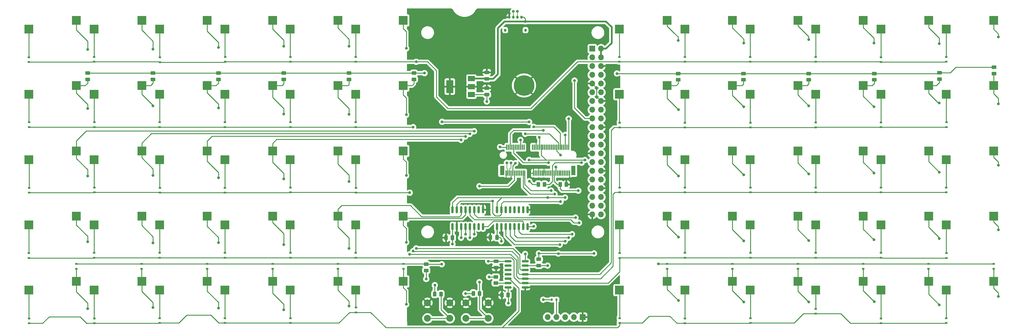
<source format=gbr>
%TF.GenerationSoftware,KiCad,Pcbnew,(6.0.10)*%
%TF.CreationDate,2023-07-30T09:02:48-04:00*%
%TF.ProjectId,storyboard,73746f72-7962-46f6-9172-642e6b696361,rev?*%
%TF.SameCoordinates,Original*%
%TF.FileFunction,Copper,L2,Bot*%
%TF.FilePolarity,Positive*%
%FSLAX46Y46*%
G04 Gerber Fmt 4.6, Leading zero omitted, Abs format (unit mm)*
G04 Created by KiCad (PCBNEW (6.0.10)) date 2023-07-30 09:02:48*
%MOMM*%
%LPD*%
G01*
G04 APERTURE LIST*
G04 Aperture macros list*
%AMRoundRect*
0 Rectangle with rounded corners*
0 $1 Rounding radius*
0 $2 $3 $4 $5 $6 $7 $8 $9 X,Y pos of 4 corners*
0 Add a 4 corners polygon primitive as box body*
4,1,4,$2,$3,$4,$5,$6,$7,$8,$9,$2,$3,0*
0 Add four circle primitives for the rounded corners*
1,1,$1+$1,$2,$3*
1,1,$1+$1,$4,$5*
1,1,$1+$1,$6,$7*
1,1,$1+$1,$8,$9*
0 Add four rect primitives between the rounded corners*
20,1,$1+$1,$2,$3,$4,$5,0*
20,1,$1+$1,$4,$5,$6,$7,0*
20,1,$1+$1,$6,$7,$8,$9,0*
20,1,$1+$1,$8,$9,$2,$3,0*%
G04 Aperture macros list end*
%TA.AperFunction,ComponentPad*%
%ADD10C,6.000000*%
%TD*%
%TA.AperFunction,SMDPad,CuDef*%
%ADD11R,0.299720X1.549400*%
%TD*%
%TA.AperFunction,SMDPad,CuDef*%
%ADD12R,1.198880X2.748280*%
%TD*%
%TA.AperFunction,SMDPad,CuDef*%
%ADD13RoundRect,0.150000X0.150000X0.275000X-0.150000X0.275000X-0.150000X-0.275000X0.150000X-0.275000X0*%
%TD*%
%TA.AperFunction,SMDPad,CuDef*%
%ADD14RoundRect,0.175000X0.175000X0.225000X-0.175000X0.225000X-0.175000X-0.225000X0.175000X-0.225000X0*%
%TD*%
%TA.AperFunction,SMDPad,CuDef*%
%ADD15RoundRect,0.150000X-0.150000X0.825000X-0.150000X-0.825000X0.150000X-0.825000X0.150000X0.825000X0*%
%TD*%
%TA.AperFunction,SMDPad,CuDef*%
%ADD16RoundRect,0.250000X-0.450000X0.262500X-0.450000X-0.262500X0.450000X-0.262500X0.450000X0.262500X0*%
%TD*%
%TA.AperFunction,SMDPad,CuDef*%
%ADD17RoundRect,0.250000X0.475000X-0.250000X0.475000X0.250000X-0.475000X0.250000X-0.475000X-0.250000X0*%
%TD*%
%TA.AperFunction,SMDPad,CuDef*%
%ADD18RoundRect,0.250000X0.250000X0.475000X-0.250000X0.475000X-0.250000X-0.475000X0.250000X-0.475000X0*%
%TD*%
%TA.AperFunction,ComponentPad*%
%ADD19C,2.000000*%
%TD*%
%TA.AperFunction,SMDPad,CuDef*%
%ADD20RoundRect,0.250000X-0.262500X-0.450000X0.262500X-0.450000X0.262500X0.450000X-0.262500X0.450000X0*%
%TD*%
%TA.AperFunction,SMDPad,CuDef*%
%ADD21R,2.550000X2.500000*%
%TD*%
%TA.AperFunction,SMDPad,CuDef*%
%ADD22RoundRect,0.250000X0.450000X-0.262500X0.450000X0.262500X-0.450000X0.262500X-0.450000X-0.262500X0*%
%TD*%
%TA.AperFunction,SMDPad,CuDef*%
%ADD23R,0.600000X0.700000*%
%TD*%
%TA.AperFunction,ComponentPad*%
%ADD24R,1.700000X1.700000*%
%TD*%
%TA.AperFunction,ComponentPad*%
%ADD25O,1.700000X1.700000*%
%TD*%
%TA.AperFunction,SMDPad,CuDef*%
%ADD26R,2.000000X1.500000*%
%TD*%
%TA.AperFunction,SMDPad,CuDef*%
%ADD27R,2.000000X3.800000*%
%TD*%
%TA.AperFunction,SMDPad,CuDef*%
%ADD28R,0.700000X0.600000*%
%TD*%
%TA.AperFunction,SMDPad,CuDef*%
%ADD29RoundRect,0.150000X0.825000X0.150000X-0.825000X0.150000X-0.825000X-0.150000X0.825000X-0.150000X0*%
%TD*%
%TA.AperFunction,SMDPad,CuDef*%
%ADD30RoundRect,0.250000X0.262500X0.450000X-0.262500X0.450000X-0.262500X-0.450000X0.262500X-0.450000X0*%
%TD*%
%TA.AperFunction,ViaPad*%
%ADD31C,0.800000*%
%TD*%
%TA.AperFunction,Conductor*%
%ADD32C,0.250000*%
%TD*%
%TA.AperFunction,Conductor*%
%ADD33C,0.500000*%
%TD*%
%TA.AperFunction,Conductor*%
%ADD34C,0.200000*%
%TD*%
G04 APERTURE END LIST*
D10*
%TO.P,J5,1,Pin_1*%
%TO.N,GND*%
X207002040Y-65686864D03*
%TD*%
D11*
%TO.P,J3,1,GND*%
%TO.N,GND*%
X201751860Y-91218235D03*
%TO.P,J3,2,+3.3V*%
%TO.N,+3.3V*%
X202000780Y-83671895D03*
%TO.P,J3,3,USB_D+*%
%TO.N,D+*%
X202252240Y-91218235D03*
%TO.P,J3,4,3.3V_EN*%
%TO.N,unconnected-(J3-Pad4)*%
X202501160Y-83671895D03*
%TO.P,J3,5,USB_D-*%
%TO.N,D-*%
X202750080Y-91218235D03*
%TO.P,J3,6,~{RESET}*%
%TO.N,Net-(D73-Pad2)*%
X203001540Y-83671895D03*
%TO.P,J3,7,GND*%
%TO.N,GND*%
X203250460Y-91218235D03*
%TO.P,J3,8,G11*%
%TO.N,unconnected-(J3-Pad8)*%
X203501920Y-83671895D03*
%TO.P,J3,9,USB_VIN*%
%TO.N,+5V*%
X203750840Y-91218235D03*
%TO.P,J3,10,D0*%
%TO.N,DISPLAY_DC*%
X204002300Y-83671895D03*
%TO.P,J3,11,~{BOOT}*%
%TO.N,Net-(J3-Pad11)*%
X204251220Y-91218235D03*
%TO.P,J3,12,I2C_SDA*%
%TO.N,unconnected-(J3-Pad12)*%
X204500140Y-83671895D03*
%TO.P,J3,13,RTS1*%
%TO.N,unconnected-(J3-Pad13)*%
X204751600Y-91218235D03*
%TO.P,J3,14,I2C_SCL*%
%TO.N,unconnected-(J3-Pad14)*%
X205000520Y-83671895D03*
%TO.P,J3,15,CTS1*%
%TO.N,unconnected-(J3-Pad15)*%
X205251980Y-91218235D03*
%TO.P,J3,16,I2C_~{INT}*%
%TO.N,unconnected-(J3-Pad16)*%
X205500900Y-83671895D03*
%TO.P,J3,17,TX1*%
%TO.N,unconnected-(J3-Pad17)*%
X205752360Y-91218235D03*
%TO.P,J3,18,D1/CAM_TRIG*%
%TO.N,nDISPLAY_RST*%
X206001280Y-83671895D03*
%TO.P,J3,19,RX1*%
%TO.N,unconnected-(J3-Pad19)*%
X206250200Y-91218235D03*
%TO.P,J3,20,RX2*%
%TO.N,unconnected-(J3-Pad20)*%
X206501660Y-83671895D03*
%TO.P,J3,21,SWDCK*%
%TO.N,Net-(J1-Pad2)*%
X206750580Y-91218235D03*
%TO.P,J3,22,TX2*%
%TO.N,unconnected-(J3-Pad22)*%
X207002040Y-83671895D03*
%TO.P,J3,23,SWDIO*%
%TO.N,Net-(J1-Pad3)*%
X207250960Y-91218235D03*
%TO.P,J3,32,PWM0*%
%TO.N,unconnected-(J3-Pad32)*%
X209501400Y-83671895D03*
%TO.P,J3,33,GND*%
%TO.N,GND*%
X209750320Y-91218235D03*
%TO.P,J3,34,A0*%
%TO.N,unconnected-(J3-Pad34)*%
X210001780Y-83671895D03*
%TO.P,J3,35,USBHOST_D+*%
%TO.N,unconnected-(J3-Pad35)*%
X210250700Y-91218235D03*
%TO.P,J3,36,GND*%
%TO.N,GND*%
X210502160Y-83671895D03*
%TO.P,J3,37,USBHOST_D-*%
%TO.N,unconnected-(J3-Pad37)*%
X210751080Y-91218235D03*
%TO.P,J3,38,A1*%
%TO.N,unconnected-(J3-Pad38)*%
X211000000Y-83671895D03*
%TO.P,J3,39,GND*%
%TO.N,GND*%
X211248920Y-91218235D03*
%TO.P,J3,40,G0/BUS0*%
%TO.N,DISPLAY_BUSY*%
X211497840Y-83671895D03*
%TO.P,J3,41,CAN-RX*%
%TO.N,unconnected-(J3-Pad41)*%
X211749300Y-91218235D03*
%TO.P,J3,42,G1/BUS1*%
%TO.N,nKEY_INT*%
X211998220Y-83671895D03*
%TO.P,J3,43,CAN-TX*%
%TO.N,unconnected-(J3-Pad43)*%
X212249680Y-91218235D03*
%TO.P,J3,44,G2/BUS2*%
%TO.N,unconnected-(J3-Pad44)*%
X212498600Y-83671895D03*
%TO.P,J3,45,GND*%
%TO.N,GND*%
X212747520Y-91218235D03*
%TO.P,J3,46,G3/BUS3*%
%TO.N,unconnected-(J3-Pad46)*%
X212998980Y-83671895D03*
%TO.P,J3,47,PWM1*%
%TO.N,unconnected-(J3-Pad47)*%
X213247900Y-91218235D03*
%TO.P,J3,48,G4/BUS4*%
%TO.N,unconnected-(J3-Pad48)*%
X213499360Y-83671895D03*
%TO.P,J3,49,BATT_VIN/3*%
%TO.N,unconnected-(J3-Pad49)*%
X213748280Y-91218235D03*
%TO.P,J3,50,AUD_BCLK*%
%TO.N,unconnected-(J3-Pad50)*%
X213999740Y-83671895D03*
%TO.P,J3,51,I2C_SDA1*%
%TO.N,unconnected-(J3-Pad51)*%
X214248660Y-91218235D03*
%TO.P,J3,52,AUD_LRCLK*%
%TO.N,unconnected-(J3-Pad52)*%
X214497580Y-83671895D03*
%TO.P,J3,53,I2C_SCL1*%
%TO.N,unconnected-(J3-Pad53)*%
X214749040Y-91218235D03*
%TO.P,J3,54,AUD_IN/CAM_PCLK*%
%TO.N,unconnected-(J3-Pad54)*%
X214997960Y-83671895D03*
%TO.P,J3,55,SPI_~{CS}*%
%TO.N,nDISPLAY_CS*%
X215249420Y-91218235D03*
%TO.P,J3,56,AUD_OUT/CAM_MCLK*%
%TO.N,unconnected-(J3-Pad56)*%
X215498340Y-83671895D03*
%TO.P,J3,57,SPI_SCK*%
%TO.N,SPI_SCK*%
X215749800Y-91218235D03*
%TO.P,J3,58,AUD_MCLK*%
%TO.N,unconnected-(J3-Pad58)*%
X215998720Y-83671895D03*
%TO.P,J3,59,SPI_SDO*%
%TO.N,SPI_MOSI*%
X216247640Y-91218235D03*
%TO.P,J3,60,SPI_SCK1/SDIO_CLK*%
%TO.N,MATRIX_CLK*%
X216499100Y-83671895D03*
%TO.P,J3,61,SPI_SDI*%
%TO.N,SPI_MISO*%
X216748020Y-91218235D03*
%TO.P,J3,62,SPI_SDO1/SDIO_CMD*%
%TO.N,MATRIX_SI*%
X216999480Y-83671895D03*
%TO.P,J3,63,G10/ADC_D+/CAM_VSYNC*%
%TO.N,unconnected-(J3-Pad63)*%
X217248400Y-91218235D03*
%TO.P,J3,64,SPI_SDI1/SDIO_DATA0*%
%TO.N,MATRIX_SO*%
X217499860Y-83671895D03*
%TO.P,J3,65,G9/ADC_D-/CAM_HSYNC*%
%TO.N,unconnected-(J3-Pad65)*%
X217748780Y-91218235D03*
%TO.P,J3,66,SDIO_DATA1*%
%TO.N,unconnected-(J3-Pad66)*%
X217997700Y-83671895D03*
%TO.P,J3,67,G8*%
%TO.N,unconnected-(J3-Pad67)*%
X218249160Y-91218235D03*
%TO.P,J3,68,SDIO_DATA2*%
%TO.N,unconnected-(J3-Pad68)*%
X218498080Y-83671895D03*
%TO.P,J3,69,G7/BUS7*%
%TO.N,unconnected-(J3-Pad69)*%
X218749540Y-91218235D03*
%TO.P,J3,70,SPI_~{CS1}/SDIO_DATA3*%
%TO.N,nMATRIX_LD*%
X218998460Y-83671895D03*
%TO.P,J3,71,G6/BUS6*%
%TO.N,unconnected-(J3-Pad71)*%
X219249920Y-91218235D03*
%TO.P,J3,72,RTC_3V*%
%TO.N,unconnected-(J3-Pad72)*%
X219498840Y-83671895D03*
%TO.P,J3,73,G5/BUS5*%
%TO.N,unconnected-(J3-Pad73)*%
X219747760Y-91218235D03*
%TO.P,J3,74,+3.3V*%
%TO.N,+3.3V*%
X219999220Y-83671895D03*
%TO.P,J3,75,GND*%
%TO.N,GND*%
X220248140Y-91218235D03*
D12*
%TO.P,J3,A1*%
%TO.N,N/C*%
X200652040Y-90443535D03*
%TO.P,J3,A2*%
X221347960Y-90443535D03*
%TD*%
D13*
%TO.P,J2,1,Pin_1*%
%TO.N,+5V*%
X206300000Y-45797893D03*
%TO.P,J2,2,Pin_2*%
%TO.N,D-*%
X205100000Y-45797893D03*
%TO.P,J2,3,Pin_3*%
%TO.N,D+*%
X203900000Y-45797893D03*
%TO.P,J2,4,Pin_4*%
%TO.N,GND*%
X202700000Y-45797893D03*
D14*
%TO.P,J2,MP*%
%TO.N,N/C*%
X201550000Y-49572893D03*
X207450000Y-49572893D03*
%TD*%
D15*
%TO.P,U3,16,VCC*%
%TO.N,+3.3V*%
X199155000Y-106775000D03*
%TO.P,U3,15,~{CE}*%
%TO.N,GND*%
X200425000Y-106775000D03*
%TO.P,U3,14,D3*%
%TO.N,COL11*%
X201695000Y-106775000D03*
%TO.P,U3,13,D2*%
%TO.N,COL10*%
X202965000Y-106775000D03*
%TO.P,U3,12,D1*%
%TO.N,COL9*%
X204235000Y-106775000D03*
%TO.P,U3,11,D0*%
%TO.N,COL8*%
X205505000Y-106775000D03*
%TO.P,U3,10,DS*%
%TO.N,Net-(U2-Pad9)*%
X206775000Y-106775000D03*
%TO.P,U3,9,Q7*%
%TO.N,MATRIX_SO*%
X208045000Y-106775000D03*
%TO.P,U3,8,GND*%
%TO.N,GND*%
X208045000Y-101825000D03*
%TO.P,U3,7,~{Q7}*%
%TO.N,unconnected-(U3-Pad7)*%
X206775000Y-101825000D03*
%TO.P,U3,6,D7*%
%TO.N,unconnected-(U3-Pad6)*%
X205505000Y-101825000D03*
%TO.P,U3,5,D6*%
%TO.N,unconnected-(U3-Pad5)*%
X204235000Y-101825000D03*
%TO.P,U3,4,D5*%
%TO.N,unconnected-(U3-Pad4)*%
X202965000Y-101825000D03*
%TO.P,U3,3,D4*%
%TO.N,unconnected-(U3-Pad3)*%
X201695000Y-101825000D03*
%TO.P,U3,2,CP*%
%TO.N,MATRIX_CLK*%
X200425000Y-101825000D03*
%TO.P,U3,1,~{PL}*%
%TO.N,nMATRIX_LD*%
X199155000Y-101825000D03*
%TD*%
%TO.P,U2,1,~{PL}*%
%TO.N,nMATRIX_LD*%
X186255000Y-101825000D03*
%TO.P,U2,2,CP*%
%TO.N,MATRIX_CLK*%
X187525000Y-101825000D03*
%TO.P,U2,3,D4*%
%TO.N,COL4*%
X188795000Y-101825000D03*
%TO.P,U2,4,D5*%
%TO.N,COL5*%
X190065000Y-101825000D03*
%TO.P,U2,5,D6*%
%TO.N,COL6*%
X191335000Y-101825000D03*
%TO.P,U2,6,D7*%
%TO.N,COL7*%
X192605000Y-101825000D03*
%TO.P,U2,7,~{Q7}*%
%TO.N,unconnected-(U2-Pad7)*%
X193875000Y-101825000D03*
%TO.P,U2,8,GND*%
%TO.N,GND*%
X195145000Y-101825000D03*
%TO.P,U2,9,Q7*%
%TO.N,Net-(U2-Pad9)*%
X195145000Y-106775000D03*
%TO.P,U2,10,DS*%
%TO.N,unconnected-(U2-Pad10)*%
X193875000Y-106775000D03*
%TO.P,U2,11,D0*%
%TO.N,COL0*%
X192605000Y-106775000D03*
%TO.P,U2,12,D1*%
%TO.N,COL1*%
X191335000Y-106775000D03*
%TO.P,U2,13,D2*%
%TO.N,COL2*%
X190065000Y-106775000D03*
%TO.P,U2,14,D3*%
%TO.N,COL3*%
X188795000Y-106775000D03*
%TO.P,U2,15,~{CE}*%
%TO.N,GND*%
X187525000Y-106775000D03*
%TO.P,U2,16,VCC*%
%TO.N,+3.3V*%
X186255000Y-106775000D03*
%TD*%
D16*
%TO.P,R17,1*%
%TO.N,+3.3V*%
X211300000Y-116277500D03*
%TO.P,R17,2*%
%TO.N,nMATRIX_LD*%
X211300000Y-118102500D03*
%TD*%
D17*
%TO.P,C1,1*%
%TO.N,GND*%
X198875000Y-118740000D03*
%TO.P,C1,2*%
%TO.N,+3.3V*%
X198875000Y-116840000D03*
%TD*%
D18*
%TO.P,C2,2*%
%TO.N,GND*%
X184349820Y-109993151D03*
%TO.P,C2,1*%
%TO.N,+3.3V*%
X186249820Y-109993151D03*
%TD*%
%TO.P,C3,2*%
%TO.N,GND*%
X197231646Y-109864912D03*
%TO.P,C3,1*%
%TO.N,+3.3V*%
X199131646Y-109864912D03*
%TD*%
D19*
%TO.P,SW62,1,1*%
%TO.N,GND*%
X196650000Y-128950000D03*
X190150000Y-128950000D03*
%TO.P,SW62,2,2*%
%TO.N,Net-(J3-Pad11)*%
X196650000Y-133450000D03*
X190150000Y-133450000D03*
%TD*%
%TO.P,SW61,1,1*%
%TO.N,GND*%
X185450000Y-128950000D03*
X178950000Y-128950000D03*
%TO.P,SW61,2,2*%
%TO.N,Net-(D73-Pad2)*%
X185450000Y-133450000D03*
X178950000Y-133450000D03*
%TD*%
D20*
%TO.P,R16,1*%
%TO.N,+3.3V*%
X181087500Y-126400000D03*
%TO.P,R16,2*%
%TO.N,Net-(D73-Pad2)*%
X182912500Y-126400000D03*
%TD*%
D21*
%TO.P,SW51,1,1*%
%TO.N,COL10*%
X324620000Y-46720000D03*
%TO.P,SW51,2,2*%
%TO.N,Net-(D62-Pad2)*%
X310770000Y-49260000D03*
%TD*%
%TO.P,SW16,1,1*%
%TO.N,COL3*%
X133940000Y-46720000D03*
%TO.P,SW16,2,2*%
%TO.N,Net-(D20-Pad2)*%
X120090000Y-49260000D03*
%TD*%
%TO.P,SW9,1,1*%
%TO.N,COL1*%
X95940000Y-103720000D03*
%TO.P,SW9,2,2*%
%TO.N,Net-(D11-Pad2)*%
X82090000Y-106260000D03*
%TD*%
%TO.P,SW35,1,1*%
%TO.N,COL6*%
X248620000Y-122720000D03*
%TO.P,SW35,2,2*%
%TO.N,Net-(D42-Pad2)*%
X234770000Y-125260000D03*
%TD*%
D22*
%TO.P,R14,1*%
%TO.N,+3.3V*%
X178600000Y-119512500D03*
%TO.P,R14,2*%
%TO.N,nKEY_INT*%
X178600000Y-117687500D03*
%TD*%
D21*
%TO.P,SW28,1,1*%
%TO.N,COL5*%
X171940000Y-84720000D03*
%TO.P,SW28,2,2*%
%TO.N,Net-(D34-Pad2)*%
X158090000Y-87260000D03*
%TD*%
%TO.P,SW19,1,1*%
%TO.N,COL3*%
X133940000Y-103720000D03*
%TO.P,SW19,2,2*%
%TO.N,Net-(D22-Pad2)*%
X120090000Y-106260000D03*
%TD*%
%TO.P,SW38,1,1*%
%TO.N,COL7*%
X267620000Y-84720000D03*
%TO.P,SW38,2,2*%
%TO.N,Net-(D46-Pad2)*%
X253770000Y-87260000D03*
%TD*%
%TO.P,SW11,1,1*%
%TO.N,COL2*%
X114940000Y-46720000D03*
%TO.P,SW11,2,2*%
%TO.N,Net-(D14-Pad2)*%
X101090000Y-49260000D03*
%TD*%
%TO.P,SW15,1,1*%
%TO.N,COL2*%
X114940000Y-122720000D03*
%TO.P,SW15,2,2*%
%TO.N,Net-(D18-Pad2)*%
X101090000Y-125260000D03*
%TD*%
%TO.P,SW47,1,1*%
%TO.N,COL9*%
X305620000Y-65720000D03*
%TO.P,SW47,2,2*%
%TO.N,Net-(D57-Pad2)*%
X291770000Y-68260000D03*
%TD*%
%TO.P,SW17,1,1*%
%TO.N,COL3*%
X133940000Y-65720000D03*
%TO.P,SW17,2,2*%
%TO.N,Net-(D24-Pad2)*%
X120090000Y-68260000D03*
%TD*%
D20*
%TO.P,R20,1*%
%TO.N,SPI_SCK*%
X217527500Y-94488000D03*
%TO.P,R20,2*%
%TO.N,GND*%
X219352500Y-94488000D03*
%TD*%
D21*
%TO.P,SW23,1,1*%
%TO.N,COL4*%
X152940000Y-84720000D03*
%TO.P,SW23,2,2*%
%TO.N,Net-(D28-Pad2)*%
X139090000Y-87260000D03*
%TD*%
%TO.P,SW41,1,1*%
%TO.N,COL8*%
X286620000Y-46720000D03*
%TO.P,SW41,2,2*%
%TO.N,Net-(D50-Pad2)*%
X272770000Y-49260000D03*
%TD*%
%TO.P,SW13,1,1*%
%TO.N,COL2*%
X114940000Y-84720000D03*
%TO.P,SW13,2,2*%
%TO.N,Net-(D16-Pad2)*%
X101090000Y-87260000D03*
%TD*%
%TO.P,SW44,1,1*%
%TO.N,COL8*%
X286620000Y-103720000D03*
%TO.P,SW44,2,2*%
%TO.N,Net-(D53-Pad2)*%
X272770000Y-106260000D03*
%TD*%
%TO.P,SW45,1,1*%
%TO.N,COL8*%
X286620000Y-122720000D03*
%TO.P,SW45,2,2*%
%TO.N,Net-(D54-Pad2)*%
X272770000Y-125260000D03*
%TD*%
%TO.P,SW56,1,1*%
%TO.N,COL11*%
X343540000Y-46720000D03*
%TO.P,SW56,2,2*%
%TO.N,Net-(D68-Pad2)*%
X329690000Y-49260000D03*
%TD*%
%TO.P,SW8,1,1*%
%TO.N,COL1*%
X95940000Y-84720000D03*
%TO.P,SW8,2,2*%
%TO.N,Net-(D10-Pad2)*%
X82090000Y-87260000D03*
%TD*%
%TO.P,SW59,1,1*%
%TO.N,COL11*%
X343540000Y-103720000D03*
%TO.P,SW59,2,2*%
%TO.N,Net-(D71-Pad2)*%
X329690000Y-106260000D03*
%TD*%
%TO.P,SW34,1,1*%
%TO.N,COL6*%
X248620000Y-103720000D03*
%TO.P,SW34,2,2*%
%TO.N,Net-(D41-Pad2)*%
X234770000Y-106260000D03*
%TD*%
%TO.P,SW26,1,1*%
%TO.N,COL5*%
X171940000Y-46720000D03*
%TO.P,SW26,2,2*%
%TO.N,Net-(D32-Pad2)*%
X158090000Y-49260000D03*
%TD*%
D20*
%TO.P,R18,1*%
%TO.N,+3.3V*%
X211177500Y-94488000D03*
%TO.P,R18,2*%
%TO.N,nDISPLAY_CS*%
X213002500Y-94488000D03*
%TD*%
D21*
%TO.P,SW36,1,1*%
%TO.N,COL7*%
X267620000Y-46720000D03*
%TO.P,SW36,2,2*%
%TO.N,Net-(D44-Pad2)*%
X253770000Y-49260000D03*
%TD*%
%TO.P,SW25,1,1*%
%TO.N,COL4*%
X152940000Y-122720000D03*
%TO.P,SW25,2,2*%
%TO.N,Net-(D30-Pad2)*%
X139090000Y-125260000D03*
%TD*%
%TO.P,SW50,1,1*%
%TO.N,COL9*%
X305620000Y-122720000D03*
%TO.P,SW50,2,2*%
%TO.N,Net-(D60-Pad2)*%
X291770000Y-125260000D03*
%TD*%
%TO.P,SW54,1,1*%
%TO.N,COL10*%
X324620000Y-103720000D03*
%TO.P,SW54,2,2*%
%TO.N,Net-(D65-Pad2)*%
X310770000Y-106260000D03*
%TD*%
%TO.P,SW53,1,1*%
%TO.N,COL10*%
X324620000Y-84720000D03*
%TO.P,SW53,2,2*%
%TO.N,Net-(D64-Pad2)*%
X310770000Y-87260000D03*
%TD*%
%TO.P,SW37,1,1*%
%TO.N,COL7*%
X267620000Y-65720000D03*
%TO.P,SW37,2,2*%
%TO.N,Net-(D45-Pad2)*%
X253770000Y-68260000D03*
%TD*%
%TO.P,SW18,1,1*%
%TO.N,COL3*%
X133940000Y-84720000D03*
%TO.P,SW18,2,2*%
%TO.N,Net-(D21-Pad2)*%
X120090000Y-87260000D03*
%TD*%
%TO.P,SW4,1,1*%
%TO.N,COL0*%
X76940000Y-103720000D03*
%TO.P,SW4,2,2*%
%TO.N,Net-(D5-Pad2)*%
X63090000Y-106260000D03*
%TD*%
D23*
%TO.P,D73,2,A*%
%TO.N,Net-(D73-Pad2)*%
X215054000Y-128016000D03*
%TO.P,D73,1,K*%
%TO.N,Net-(D73-Pad1)*%
X216454000Y-128016000D03*
%TD*%
D21*
%TO.P,SW46,1,1*%
%TO.N,COL9*%
X305620000Y-46720000D03*
%TO.P,SW46,2,2*%
%TO.N,Net-(D56-Pad2)*%
X291770000Y-49260000D03*
%TD*%
%TO.P,SW33,1,1*%
%TO.N,COL6*%
X248620000Y-84720000D03*
%TO.P,SW33,2,2*%
%TO.N,Net-(D40-Pad2)*%
X234770000Y-87260000D03*
%TD*%
%TO.P,SW14,1,1*%
%TO.N,COL2*%
X114940000Y-103720000D03*
%TO.P,SW14,2,2*%
%TO.N,Net-(D17-Pad2)*%
X101090000Y-106260000D03*
%TD*%
%TO.P,SW52,1,1*%
%TO.N,COL10*%
X324620000Y-65720000D03*
%TO.P,SW52,2,2*%
%TO.N,Net-(D63-Pad2)*%
X310770000Y-68260000D03*
%TD*%
%TO.P,SW3,1,1*%
%TO.N,COL0*%
X76940000Y-84720000D03*
%TO.P,SW3,2,2*%
%TO.N,Net-(D4-Pad2)*%
X63090000Y-87260000D03*
%TD*%
%TO.P,SW58,1,1*%
%TO.N,COL11*%
X343540000Y-84720000D03*
%TO.P,SW58,2,2*%
%TO.N,Net-(D70-Pad2)*%
X329690000Y-87260000D03*
%TD*%
%TO.P,SW40,1,1*%
%TO.N,COL7*%
X267620000Y-122720000D03*
%TO.P,SW40,2,2*%
%TO.N,Net-(D48-Pad2)*%
X253770000Y-125260000D03*
%TD*%
%TO.P,SW43,1,1*%
%TO.N,COL8*%
X286620000Y-84720000D03*
%TO.P,SW43,2,2*%
%TO.N,Net-(D52-Pad2)*%
X272770000Y-87260000D03*
%TD*%
%TO.P,SW55,1,1*%
%TO.N,COL10*%
X324620000Y-122720000D03*
%TO.P,SW55,2,2*%
%TO.N,Net-(D66-Pad2)*%
X310770000Y-125260000D03*
%TD*%
%TO.P,SW12,1,1*%
%TO.N,COL2*%
X114940000Y-65720000D03*
%TO.P,SW12,2,2*%
%TO.N,Net-(D15-Pad2)*%
X101090000Y-68260000D03*
%TD*%
D20*
%TO.P,R15,1*%
%TO.N,+3.3V*%
X192287500Y-126200000D03*
%TO.P,R15,2*%
%TO.N,Net-(J3-Pad11)*%
X194112500Y-126200000D03*
%TD*%
D21*
%TO.P,SW6,1,1*%
%TO.N,COL1*%
X95940000Y-46720000D03*
%TO.P,SW6,2,2*%
%TO.N,Net-(D8-Pad2)*%
X82090000Y-49260000D03*
%TD*%
%TO.P,SW21,1,1*%
%TO.N,COL4*%
X152940000Y-46720000D03*
%TO.P,SW21,2,2*%
%TO.N,Net-(D26-Pad2)*%
X139090000Y-49260000D03*
%TD*%
%TO.P,SW48,1,1*%
%TO.N,COL9*%
X305620000Y-84720000D03*
%TO.P,SW48,2,2*%
%TO.N,Net-(D58-Pad2)*%
X291770000Y-87260000D03*
%TD*%
D24*
%TO.P,J1,1,Pin_1*%
%TO.N,GND*%
X224023000Y-133096000D03*
D25*
%TO.P,J1,2,Pin_2*%
%TO.N,Net-(J1-Pad2)*%
X221483000Y-133096000D03*
%TO.P,J1,3,Pin_3*%
%TO.N,Net-(J1-Pad3)*%
X218943000Y-133096000D03*
%TO.P,J1,4,Pin_4*%
%TO.N,Net-(D73-Pad1)*%
X216403000Y-133096000D03*
%TO.P,J1,5,Pin_5*%
%TO.N,+3.3V*%
X213863000Y-133096000D03*
%TD*%
D21*
%TO.P,SW32,1,1*%
%TO.N,COL6*%
X248620000Y-65720000D03*
%TO.P,SW32,2,2*%
%TO.N,Net-(D39-Pad2)*%
X234770000Y-68260000D03*
%TD*%
%TO.P,SW5,1,1*%
%TO.N,COL0*%
X76940000Y-122720000D03*
%TO.P,SW5,2,2*%
%TO.N,Net-(D6-Pad2)*%
X63090000Y-125260000D03*
%TD*%
%TO.P,SW39,1,1*%
%TO.N,COL7*%
X267620000Y-103720000D03*
%TO.P,SW39,2,2*%
%TO.N,Net-(D47-Pad2)*%
X253770000Y-106260000D03*
%TD*%
%TO.P,SW49,1,1*%
%TO.N,COL9*%
X305620000Y-103720000D03*
%TO.P,SW49,2,2*%
%TO.N,Net-(D59-Pad2)*%
X291770000Y-106260000D03*
%TD*%
%TO.P,SW20,1,1*%
%TO.N,COL3*%
X133940000Y-122720000D03*
%TO.P,SW20,2,2*%
%TO.N,Net-(D23-Pad2)*%
X120090000Y-125260000D03*
%TD*%
%TO.P,SW7,1,1*%
%TO.N,COL1*%
X95940000Y-65720000D03*
%TO.P,SW7,2,2*%
%TO.N,Net-(D9-Pad2)*%
X82090000Y-68260000D03*
%TD*%
%TO.P,SW29,1,1*%
%TO.N,COL5*%
X171940000Y-103720000D03*
%TO.P,SW29,2,2*%
%TO.N,Net-(D35-Pad2)*%
X158090000Y-106260000D03*
%TD*%
%TO.P,SW57,1,1*%
%TO.N,COL11*%
X343540000Y-65720000D03*
%TO.P,SW57,2,2*%
%TO.N,Net-(D69-Pad2)*%
X329690000Y-68260000D03*
%TD*%
%TO.P,SW10,1,1*%
%TO.N,COL1*%
X95940000Y-122720000D03*
%TO.P,SW10,2,2*%
%TO.N,Net-(D12-Pad2)*%
X82090000Y-125260000D03*
%TD*%
%TO.P,SW42,1,1*%
%TO.N,COL8*%
X286620000Y-65720000D03*
%TO.P,SW42,2,2*%
%TO.N,Net-(D51-Pad2)*%
X272770000Y-68260000D03*
%TD*%
%TO.P,SW27,1,1*%
%TO.N,COL5*%
X171940000Y-65720000D03*
%TO.P,SW27,2,2*%
%TO.N,Net-(D33-Pad2)*%
X158090000Y-68260000D03*
%TD*%
%TO.P,SW24,1,1*%
%TO.N,COL4*%
X152940000Y-103720000D03*
%TO.P,SW24,2,2*%
%TO.N,Net-(D29-Pad2)*%
X139090000Y-106260000D03*
%TD*%
%TO.P,SW60,1,1*%
%TO.N,COL11*%
X343540000Y-122720000D03*
%TO.P,SW60,2,2*%
%TO.N,Net-(D72-Pad2)*%
X329690000Y-125260000D03*
%TD*%
%TO.P,SW30,1,1*%
%TO.N,COL5*%
X171940000Y-122720000D03*
%TO.P,SW30,2,2*%
%TO.N,Net-(D36-Pad2)*%
X158090000Y-125260000D03*
%TD*%
D24*
%TO.P,J4,1,Pin_1*%
%TO.N,+3.3V*%
X226868000Y-54988000D03*
D25*
%TO.P,J4,2,Pin_2*%
%TO.N,+5V*%
X229408000Y-54988000D03*
%TO.P,J4,3,Pin_3*%
%TO.N,unconnected-(J4-Pad3)*%
X226868000Y-57528000D03*
%TO.P,J4,4,Pin_4*%
%TO.N,+5V*%
X229408000Y-57528000D03*
%TO.P,J4,5,Pin_5*%
%TO.N,unconnected-(J4-Pad5)*%
X226868000Y-60068000D03*
%TO.P,J4,6,Pin_6*%
%TO.N,GND*%
X229408000Y-60068000D03*
%TO.P,J4,7,Pin_7*%
%TO.N,unconnected-(J4-Pad7)*%
X226868000Y-62608000D03*
%TO.P,J4,8,Pin_8*%
%TO.N,unconnected-(J4-Pad8)*%
X229408000Y-62608000D03*
%TO.P,J4,9,Pin_9*%
%TO.N,GND*%
X226868000Y-65148000D03*
%TO.P,J4,10,Pin_10*%
%TO.N,unconnected-(J4-Pad10)*%
X229408000Y-65148000D03*
%TO.P,J4,11,Pin_11*%
%TO.N,nDISPLAY_RST*%
X226868000Y-67688000D03*
%TO.P,J4,12,Pin_12*%
%TO.N,unconnected-(J4-Pad12)*%
X229408000Y-67688000D03*
%TO.P,J4,13,Pin_13*%
%TO.N,unconnected-(J4-Pad13)*%
X226868000Y-70228000D03*
%TO.P,J4,14,Pin_14*%
%TO.N,GND*%
X229408000Y-70228000D03*
%TO.P,J4,15,Pin_15*%
%TO.N,unconnected-(J4-Pad15)*%
X226868000Y-72768000D03*
%TO.P,J4,16,Pin_16*%
%TO.N,unconnected-(J4-Pad16)*%
X229408000Y-72768000D03*
%TO.P,J4,17,Pin_17*%
%TO.N,+3.3V*%
X226868000Y-75308000D03*
%TO.P,J4,18,Pin_18*%
%TO.N,DISPLAY_BUSY*%
X229408000Y-75308000D03*
%TO.P,J4,19,Pin_19*%
%TO.N,SPI_MOSI*%
X226868000Y-77848000D03*
%TO.P,J4,20,Pin_20*%
%TO.N,GND*%
X229408000Y-77848000D03*
%TO.P,J4,21,Pin_21*%
%TO.N,unconnected-(J4-Pad21)*%
X226868000Y-80388000D03*
%TO.P,J4,22,Pin_22*%
%TO.N,DISPLAY_DC*%
X229408000Y-80388000D03*
%TO.P,J4,23,Pin_23*%
%TO.N,SPI_SCK*%
X226868000Y-82928000D03*
%TO.P,J4,24,Pin_24*%
%TO.N,nDISPLAY_CS*%
X229408000Y-82928000D03*
%TO.P,J4,25,Pin_25*%
%TO.N,GND*%
X226868000Y-85468000D03*
%TO.P,J4,26,Pin_26*%
%TO.N,unconnected-(J4-Pad26)*%
X229408000Y-85468000D03*
%TO.P,J4,27,Pin_27*%
%TO.N,unconnected-(J4-Pad27)*%
X226868000Y-88008000D03*
%TO.P,J4,28,Pin_28*%
%TO.N,unconnected-(J4-Pad28)*%
X229408000Y-88008000D03*
%TO.P,J4,29,Pin_29*%
%TO.N,unconnected-(J4-Pad29)*%
X226868000Y-90548000D03*
%TO.P,J4,30,Pin_30*%
%TO.N,GND*%
X229408000Y-90548000D03*
%TO.P,J4,31,Pin_31*%
%TO.N,unconnected-(J4-Pad31)*%
X226868000Y-93088000D03*
%TO.P,J4,32,Pin_32*%
%TO.N,unconnected-(J4-Pad32)*%
X229408000Y-93088000D03*
%TO.P,J4,33,Pin_33*%
%TO.N,unconnected-(J4-Pad33)*%
X226868000Y-95628000D03*
%TO.P,J4,34,Pin_34*%
%TO.N,GND*%
X229408000Y-95628000D03*
%TO.P,J4,35,Pin_35*%
%TO.N,unconnected-(J4-Pad35)*%
X226868000Y-98168000D03*
%TO.P,J4,36,Pin_36*%
%TO.N,unconnected-(J4-Pad36)*%
X229408000Y-98168000D03*
%TO.P,J4,37,Pin_37*%
%TO.N,unconnected-(J4-Pad37)*%
X226868000Y-100708000D03*
%TO.P,J4,38,Pin_38*%
%TO.N,unconnected-(J4-Pad38)*%
X229408000Y-100708000D03*
%TO.P,J4,39,Pin_39*%
%TO.N,GND*%
X226868000Y-103248000D03*
%TO.P,J4,40,Pin_40*%
%TO.N,unconnected-(J4-Pad40)*%
X229408000Y-103248000D03*
%TD*%
D21*
%TO.P,SW31,1,1*%
%TO.N,COL6*%
X248620000Y-46720000D03*
%TO.P,SW31,2,2*%
%TO.N,Net-(D38-Pad2)*%
X234770000Y-49260000D03*
%TD*%
%TO.P,SW1,1,1*%
%TO.N,COL0*%
X76940000Y-46720000D03*
%TO.P,SW1,2,2*%
%TO.N,Net-(D2-Pad2)*%
X63090000Y-49260000D03*
%TD*%
%TO.P,SW22,1,1*%
%TO.N,COL4*%
X152940000Y-65720000D03*
%TO.P,SW22,2,2*%
%TO.N,Net-(D27-Pad2)*%
X139090000Y-68260000D03*
%TD*%
%TO.P,SW2,1,1*%
%TO.N,COL0*%
X76940000Y-65720000D03*
%TO.P,SW2,2,2*%
%TO.N,Net-(D3-Pad2)*%
X63090000Y-68260000D03*
%TD*%
D26*
%TO.P,U4,1,VI*%
%TO.N,+5V*%
X191750000Y-63700000D03*
D27*
%TO.P,U4,2,GND*%
%TO.N,GND*%
X185450000Y-66000000D03*
D26*
X191750000Y-66000000D03*
%TO.P,U4,3,VO*%
%TO.N,+3.3V*%
X191750000Y-68300000D03*
%TD*%
D16*
%TO.P,R11,1*%
%TO.N,+3.3V*%
X308800000Y-62187500D03*
%TO.P,R11,2*%
%TO.N,COL9*%
X308800000Y-64012500D03*
%TD*%
D28*
%TO.P,D8,1,K*%
%TO.N,ROW0*%
X82100000Y-58800000D03*
%TO.P,D8,2,A*%
%TO.N,Net-(D8-Pad2)*%
X82100000Y-57400000D03*
%TD*%
D16*
%TO.P,R6,1*%
%TO.N,+3.3V*%
X156200000Y-62087500D03*
%TO.P,R6,2*%
%TO.N,COL4*%
X156200000Y-63912500D03*
%TD*%
D28*
%TO.P,D35,1,K*%
%TO.N,ROW3*%
X158100000Y-115800000D03*
%TO.P,D35,2,A*%
%TO.N,Net-(D35-Pad2)*%
X158100000Y-114400000D03*
%TD*%
%TO.P,D56,1,K*%
%TO.N,ROW0*%
X291800000Y-58800000D03*
%TO.P,D56,2,A*%
%TO.N,Net-(D56-Pad2)*%
X291800000Y-57400000D03*
%TD*%
%TO.P,D21,1,K*%
%TO.N,ROW2*%
X120100000Y-96900000D03*
%TO.P,D21,2,A*%
%TO.N,Net-(D21-Pad2)*%
X120100000Y-95500000D03*
%TD*%
%TO.P,D9,1,K*%
%TO.N,ROW1*%
X82200000Y-77800000D03*
%TO.P,D9,2,A*%
%TO.N,Net-(D9-Pad2)*%
X82200000Y-76400000D03*
%TD*%
%TO.P,D33,1,K*%
%TO.N,ROW1*%
X158100000Y-77800000D03*
%TO.P,D33,2,A*%
%TO.N,Net-(D33-Pad2)*%
X158100000Y-76400000D03*
%TD*%
%TO.P,D57,1,K*%
%TO.N,ROW1*%
X291800000Y-77875000D03*
%TO.P,D57,2,A*%
%TO.N,Net-(D57-Pad2)*%
X291800000Y-76475000D03*
%TD*%
%TO.P,D7,1,K*%
%TO.N,COL1*%
X95900000Y-119000000D03*
%TO.P,D7,2,A*%
%TO.N,nKEY_INT*%
X95900000Y-117600000D03*
%TD*%
%TO.P,D34,1,K*%
%TO.N,ROW2*%
X158200000Y-96900000D03*
%TO.P,D34,2,A*%
%TO.N,Net-(D34-Pad2)*%
X158200000Y-95500000D03*
%TD*%
%TO.P,D62,1,K*%
%TO.N,ROW0*%
X310800000Y-58850000D03*
%TO.P,D62,2,A*%
%TO.N,Net-(D62-Pad2)*%
X310800000Y-57450000D03*
%TD*%
%TO.P,D36,1,K*%
%TO.N,ROW4*%
X158200000Y-131700000D03*
%TO.P,D36,2,A*%
%TO.N,Net-(D36-Pad2)*%
X158200000Y-130300000D03*
%TD*%
%TO.P,D15,1,K*%
%TO.N,ROW1*%
X101100000Y-77800000D03*
%TO.P,D15,2,A*%
%TO.N,Net-(D15-Pad2)*%
X101100000Y-76400000D03*
%TD*%
%TO.P,D11,1,K*%
%TO.N,ROW3*%
X82100000Y-115800000D03*
%TO.P,D11,2,A*%
%TO.N,Net-(D11-Pad2)*%
X82100000Y-114400000D03*
%TD*%
%TO.P,D17,1,K*%
%TO.N,ROW3*%
X101100000Y-115800000D03*
%TO.P,D17,2,A*%
%TO.N,Net-(D17-Pad2)*%
X101100000Y-114400000D03*
%TD*%
%TO.P,D29,1,K*%
%TO.N,ROW3*%
X139100000Y-115800000D03*
%TO.P,D29,2,A*%
%TO.N,Net-(D29-Pad2)*%
X139100000Y-114400000D03*
%TD*%
%TO.P,D39,1,K*%
%TO.N,ROW1*%
X234800000Y-77900000D03*
%TO.P,D39,2,A*%
%TO.N,Net-(D39-Pad2)*%
X234800000Y-76500000D03*
%TD*%
%TO.P,D49,1,K*%
%TO.N,COL8*%
X286600000Y-119000000D03*
%TO.P,D49,2,A*%
%TO.N,nKEY_INT*%
X286600000Y-117600000D03*
%TD*%
%TO.P,D40,1,K*%
%TO.N,ROW2*%
X234800000Y-96800000D03*
%TO.P,D40,2,A*%
%TO.N,Net-(D40-Pad2)*%
X234800000Y-95400000D03*
%TD*%
D16*
%TO.P,R12,1*%
%TO.N,+3.3V*%
X327800000Y-62000000D03*
%TO.P,R12,2*%
%TO.N,COL10*%
X327800000Y-63825000D03*
%TD*%
D28*
%TO.P,D63,1,K*%
%TO.N,ROW1*%
X310800000Y-77850000D03*
%TO.P,D63,2,A*%
%TO.N,Net-(D63-Pad2)*%
X310800000Y-76450000D03*
%TD*%
%TO.P,D59,1,K*%
%TO.N,ROW3*%
X291800000Y-115800000D03*
%TO.P,D59,2,A*%
%TO.N,Net-(D59-Pad2)*%
X291800000Y-114400000D03*
%TD*%
%TO.P,D24,1,K*%
%TO.N,ROW1*%
X120100000Y-77800000D03*
%TO.P,D24,2,A*%
%TO.N,Net-(D24-Pad2)*%
X120100000Y-76400000D03*
%TD*%
%TO.P,D32,1,K*%
%TO.N,ROW0*%
X158100000Y-58800000D03*
%TO.P,D32,2,A*%
%TO.N,Net-(D32-Pad2)*%
X158100000Y-57400000D03*
%TD*%
%TO.P,D12,1,K*%
%TO.N,ROW4*%
X82200000Y-134900000D03*
%TO.P,D12,2,A*%
%TO.N,Net-(D12-Pad2)*%
X82200000Y-133500000D03*
%TD*%
%TO.P,D20,1,K*%
%TO.N,ROW0*%
X120200000Y-58800000D03*
%TO.P,D20,2,A*%
%TO.N,Net-(D20-Pad2)*%
X120200000Y-57400000D03*
%TD*%
%TO.P,D42,1,K*%
%TO.N,ROW4*%
X234800000Y-134800000D03*
%TO.P,D42,2,A*%
%TO.N,Net-(D42-Pad2)*%
X234800000Y-133400000D03*
%TD*%
%TO.P,D38,1,K*%
%TO.N,ROW0*%
X234750000Y-58800000D03*
%TO.P,D38,2,A*%
%TO.N,Net-(D38-Pad2)*%
X234750000Y-57400000D03*
%TD*%
D29*
%TO.P,U1,1,DSA*%
%TO.N,MATRIX_SI*%
X207350000Y-116850000D03*
%TO.P,U1,2,DSB*%
%TO.N,nMATRIX_LD*%
X207350000Y-118120000D03*
%TO.P,U1,3,Q0*%
%TO.N,ROW0*%
X207350000Y-119390000D03*
%TO.P,U1,4,Q1*%
%TO.N,ROW1*%
X207350000Y-120660000D03*
%TO.P,U1,5,Q2*%
%TO.N,ROW2*%
X207350000Y-121930000D03*
%TO.P,U1,6,Q3*%
%TO.N,ROW3*%
X207350000Y-123200000D03*
%TO.P,U1,7,GND*%
%TO.N,GND*%
X207350000Y-124470000D03*
%TO.P,U1,8,CP*%
%TO.N,MATRIX_CLK*%
X202400000Y-124470000D03*
%TO.P,U1,9,~{MR}*%
%TO.N,Net-(R1-Pad2)*%
X202400000Y-123200000D03*
%TO.P,U1,10,Q4*%
%TO.N,ROW4*%
X202400000Y-121930000D03*
%TO.P,U1,11,Q5*%
%TO.N,unconnected-(U1-Pad11)*%
X202400000Y-120660000D03*
%TO.P,U1,12,Q6*%
%TO.N,unconnected-(U1-Pad12)*%
X202400000Y-119390000D03*
%TO.P,U1,13,Q7*%
%TO.N,unconnected-(U1-Pad13)*%
X202400000Y-118120000D03*
%TO.P,U1,14,VCC*%
%TO.N,+3.3V*%
X202400000Y-116850000D03*
%TD*%
D28*
%TO.P,D46,1,K*%
%TO.N,ROW2*%
X253800000Y-96800000D03*
%TO.P,D46,2,A*%
%TO.N,Net-(D46-Pad2)*%
X253800000Y-95400000D03*
%TD*%
%TO.P,D4,1,K*%
%TO.N,ROW2*%
X63200000Y-96900000D03*
%TO.P,D4,2,A*%
%TO.N,Net-(D4-Pad2)*%
X63200000Y-95500000D03*
%TD*%
%TO.P,D45,1,K*%
%TO.N,ROW1*%
X253800000Y-77900000D03*
%TO.P,D45,2,A*%
%TO.N,Net-(D45-Pad2)*%
X253800000Y-76500000D03*
%TD*%
%TO.P,D47,1,K*%
%TO.N,ROW3*%
X253800000Y-115800000D03*
%TO.P,D47,2,A*%
%TO.N,Net-(D47-Pad2)*%
X253800000Y-114400000D03*
%TD*%
%TO.P,D28,1,K*%
%TO.N,ROW2*%
X139100000Y-96800000D03*
%TO.P,D28,2,A*%
%TO.N,Net-(D28-Pad2)*%
X139100000Y-95400000D03*
%TD*%
%TO.P,D54,1,K*%
%TO.N,ROW4*%
X272800000Y-134800000D03*
%TO.P,D54,2,A*%
%TO.N,Net-(D54-Pad2)*%
X272800000Y-133400000D03*
%TD*%
%TO.P,D61,1,K*%
%TO.N,COL10*%
X324600000Y-119000000D03*
%TO.P,D61,2,A*%
%TO.N,nKEY_INT*%
X324600000Y-117600000D03*
%TD*%
%TO.P,D50,1,K*%
%TO.N,ROW0*%
X272750000Y-58800000D03*
%TO.P,D50,2,A*%
%TO.N,Net-(D50-Pad2)*%
X272750000Y-57400000D03*
%TD*%
%TO.P,D58,1,K*%
%TO.N,ROW2*%
X291800000Y-96800000D03*
%TO.P,D58,2,A*%
%TO.N,Net-(D58-Pad2)*%
X291800000Y-95400000D03*
%TD*%
%TO.P,D22,1,K*%
%TO.N,ROW3*%
X120100000Y-115800000D03*
%TO.P,D22,2,A*%
%TO.N,Net-(D22-Pad2)*%
X120100000Y-114400000D03*
%TD*%
%TO.P,D66,1,K*%
%TO.N,ROW4*%
X310800000Y-134900000D03*
%TO.P,D66,2,A*%
%TO.N,Net-(D66-Pad2)*%
X310800000Y-133500000D03*
%TD*%
%TO.P,D13,1,K*%
%TO.N,COL2*%
X114900000Y-119000000D03*
%TO.P,D13,2,A*%
%TO.N,nKEY_INT*%
X114900000Y-117600000D03*
%TD*%
%TO.P,D68,1,K*%
%TO.N,ROW0*%
X329700000Y-58800000D03*
%TO.P,D68,2,A*%
%TO.N,Net-(D68-Pad2)*%
X329700000Y-57400000D03*
%TD*%
%TO.P,D72,1,K*%
%TO.N,ROW4*%
X329700000Y-134800000D03*
%TO.P,D72,2,A*%
%TO.N,Net-(D72-Pad2)*%
X329700000Y-133400000D03*
%TD*%
%TO.P,D41,1,K*%
%TO.N,ROW3*%
X234800000Y-115900000D03*
%TO.P,D41,2,A*%
%TO.N,Net-(D41-Pad2)*%
X234800000Y-114500000D03*
%TD*%
%TO.P,D44,1,K*%
%TO.N,ROW0*%
X253800000Y-58800000D03*
%TO.P,D44,2,A*%
%TO.N,Net-(D44-Pad2)*%
X253800000Y-57400000D03*
%TD*%
%TO.P,D69,1,K*%
%TO.N,ROW1*%
X329800000Y-77800000D03*
%TO.P,D69,2,A*%
%TO.N,Net-(D69-Pad2)*%
X329800000Y-76400000D03*
%TD*%
%TO.P,D70,1,K*%
%TO.N,ROW2*%
X329700000Y-96800000D03*
%TO.P,D70,2,A*%
%TO.N,Net-(D70-Pad2)*%
X329700000Y-95400000D03*
%TD*%
%TO.P,D65,1,K*%
%TO.N,ROW3*%
X310800000Y-115800000D03*
%TO.P,D65,2,A*%
%TO.N,Net-(D65-Pad2)*%
X310800000Y-114400000D03*
%TD*%
D16*
%TO.P,R1,1*%
%TO.N,+3.3V*%
X198800000Y-121377500D03*
%TO.P,R1,2*%
%TO.N,Net-(R1-Pad2)*%
X198800000Y-123202500D03*
%TD*%
D28*
%TO.P,D6,1,K*%
%TO.N,ROW4*%
X63200000Y-134900000D03*
%TO.P,D6,2,A*%
%TO.N,Net-(D6-Pad2)*%
X63200000Y-133500000D03*
%TD*%
%TO.P,D10,1,K*%
%TO.N,ROW2*%
X82200000Y-96800000D03*
%TO.P,D10,2,A*%
%TO.N,Net-(D10-Pad2)*%
X82200000Y-95400000D03*
%TD*%
%TO.P,D31,1,K*%
%TO.N,COL5*%
X172000000Y-119000000D03*
%TO.P,D31,2,A*%
%TO.N,nKEY_INT*%
X172000000Y-117600000D03*
%TD*%
%TO.P,D67,1,K*%
%TO.N,COL11*%
X343500000Y-119000000D03*
%TO.P,D67,2,A*%
%TO.N,nKEY_INT*%
X343500000Y-117600000D03*
%TD*%
D17*
%TO.P,C4,1*%
%TO.N,+5V*%
X196200000Y-63750000D03*
%TO.P,C4,2*%
%TO.N,GND*%
X196200000Y-61850000D03*
%TD*%
D30*
%TO.P,R19,1*%
%TO.N,MATRIX_CLK*%
X202412500Y-126690000D03*
%TO.P,R19,2*%
%TO.N,GND*%
X200587500Y-126690000D03*
%TD*%
D28*
%TO.P,D3,1,K*%
%TO.N,ROW1*%
X63200000Y-77800000D03*
%TO.P,D3,2,A*%
%TO.N,Net-(D3-Pad2)*%
X63200000Y-76400000D03*
%TD*%
%TO.P,D18,1,K*%
%TO.N,ROW4*%
X101100000Y-134800000D03*
%TO.P,D18,2,A*%
%TO.N,Net-(D18-Pad2)*%
X101100000Y-133400000D03*
%TD*%
%TO.P,D16,1,K*%
%TO.N,ROW2*%
X101200000Y-96900000D03*
%TO.P,D16,2,A*%
%TO.N,Net-(D16-Pad2)*%
X101200000Y-95500000D03*
%TD*%
D16*
%TO.P,R8,1*%
%TO.N,+3.3V*%
X251800000Y-62187500D03*
%TO.P,R8,2*%
%TO.N,COL6*%
X251800000Y-64012500D03*
%TD*%
%TO.P,R13,1*%
%TO.N,+3.3V*%
X343600000Y-60387500D03*
%TO.P,R13,2*%
%TO.N,COL11*%
X343600000Y-62212500D03*
%TD*%
D17*
%TO.P,C5,1*%
%TO.N,+3.3V*%
X196200000Y-68350000D03*
%TO.P,C5,2*%
%TO.N,GND*%
X196200000Y-66450000D03*
%TD*%
D28*
%TO.P,D23,1,K*%
%TO.N,ROW4*%
X120100000Y-134800000D03*
%TO.P,D23,2,A*%
%TO.N,Net-(D23-Pad2)*%
X120100000Y-133400000D03*
%TD*%
%TO.P,D2,1,K*%
%TO.N,ROW0*%
X63100000Y-58850000D03*
%TO.P,D2,2,A*%
%TO.N,Net-(D2-Pad2)*%
X63100000Y-57450000D03*
%TD*%
%TO.P,D30,1,K*%
%TO.N,ROW4*%
X139100000Y-134800000D03*
%TO.P,D30,2,A*%
%TO.N,Net-(D30-Pad2)*%
X139100000Y-133400000D03*
%TD*%
%TO.P,D25,1,K*%
%TO.N,COL4*%
X152900000Y-119000000D03*
%TO.P,D25,2,A*%
%TO.N,nKEY_INT*%
X152900000Y-117600000D03*
%TD*%
%TO.P,D1,1,K*%
%TO.N,COL0*%
X76900000Y-119000000D03*
%TO.P,D1,2,A*%
%TO.N,nKEY_INT*%
X76900000Y-117600000D03*
%TD*%
%TO.P,D60,1,K*%
%TO.N,ROW4*%
X291800000Y-132100000D03*
%TO.P,D60,2,A*%
%TO.N,Net-(D60-Pad2)*%
X291800000Y-130700000D03*
%TD*%
%TO.P,D5,1,K*%
%TO.N,ROW3*%
X63100000Y-115900000D03*
%TO.P,D5,2,A*%
%TO.N,Net-(D5-Pad2)*%
X63100000Y-114500000D03*
%TD*%
D16*
%TO.P,R5,1*%
%TO.N,+3.3V*%
X137200000Y-62087500D03*
%TO.P,R5,2*%
%TO.N,COL3*%
X137200000Y-63912500D03*
%TD*%
%TO.P,R7,1*%
%TO.N,+3.3V*%
X175000000Y-62087500D03*
%TO.P,R7,2*%
%TO.N,COL5*%
X175000000Y-63912500D03*
%TD*%
%TO.P,R10,1*%
%TO.N,+3.3V*%
X289800000Y-62187500D03*
%TO.P,R10,2*%
%TO.N,COL8*%
X289800000Y-64012500D03*
%TD*%
D28*
%TO.P,D26,1,K*%
%TO.N,ROW0*%
X139100000Y-58800000D03*
%TO.P,D26,2,A*%
%TO.N,Net-(D26-Pad2)*%
X139100000Y-57400000D03*
%TD*%
%TO.P,D51,1,K*%
%TO.N,ROW1*%
X272800000Y-77900000D03*
%TO.P,D51,2,A*%
%TO.N,Net-(D51-Pad2)*%
X272800000Y-76500000D03*
%TD*%
D16*
%TO.P,R9,1*%
%TO.N,+3.3V*%
X270800000Y-62187500D03*
%TO.P,R9,2*%
%TO.N,COL7*%
X270800000Y-64012500D03*
%TD*%
D28*
%TO.P,D27,1,K*%
%TO.N,ROW1*%
X139100000Y-77800000D03*
%TO.P,D27,2,A*%
%TO.N,Net-(D27-Pad2)*%
X139100000Y-76400000D03*
%TD*%
%TO.P,D55,1,K*%
%TO.N,COL9*%
X305600000Y-119000000D03*
%TO.P,D55,2,A*%
%TO.N,nKEY_INT*%
X305600000Y-117600000D03*
%TD*%
%TO.P,D71,1,K*%
%TO.N,ROW3*%
X329800000Y-115900000D03*
%TO.P,D71,2,A*%
%TO.N,Net-(D71-Pad2)*%
X329800000Y-114500000D03*
%TD*%
%TO.P,D52,1,K*%
%TO.N,ROW2*%
X272800000Y-96800000D03*
%TO.P,D52,2,A*%
%TO.N,Net-(D52-Pad2)*%
X272800000Y-95400000D03*
%TD*%
%TO.P,D64,1,K*%
%TO.N,ROW2*%
X310800000Y-96800000D03*
%TO.P,D64,2,A*%
%TO.N,Net-(D64-Pad2)*%
X310800000Y-95400000D03*
%TD*%
%TO.P,D37,1,K*%
%TO.N,COL6*%
X248600000Y-119000000D03*
%TO.P,D37,2,A*%
%TO.N,nKEY_INT*%
X248600000Y-117600000D03*
%TD*%
%TO.P,D43,1,K*%
%TO.N,COL7*%
X267600000Y-119000000D03*
%TO.P,D43,2,A*%
%TO.N,nKEY_INT*%
X267600000Y-117600000D03*
%TD*%
%TO.P,D53,1,K*%
%TO.N,ROW3*%
X272800000Y-115800000D03*
%TO.P,D53,2,A*%
%TO.N,Net-(D53-Pad2)*%
X272800000Y-114400000D03*
%TD*%
%TO.P,D14,1,K*%
%TO.N,ROW0*%
X101200000Y-58900000D03*
%TO.P,D14,2,A*%
%TO.N,Net-(D14-Pad2)*%
X101200000Y-57500000D03*
%TD*%
%TO.P,D48,1,K*%
%TO.N,ROW4*%
X253800000Y-134900000D03*
%TO.P,D48,2,A*%
%TO.N,Net-(D48-Pad2)*%
X253800000Y-133500000D03*
%TD*%
D16*
%TO.P,R3,1*%
%TO.N,+3.3V*%
X99200000Y-62087500D03*
%TO.P,R3,2*%
%TO.N,COL1*%
X99200000Y-63912500D03*
%TD*%
%TO.P,R4,1*%
%TO.N,+3.3V*%
X118200000Y-62087500D03*
%TO.P,R4,2*%
%TO.N,COL2*%
X118200000Y-63912500D03*
%TD*%
D28*
%TO.P,D19,1,K*%
%TO.N,COL3*%
X134000000Y-119000000D03*
%TO.P,D19,2,A*%
%TO.N,nKEY_INT*%
X134000000Y-117600000D03*
%TD*%
D16*
%TO.P,R2,1*%
%TO.N,+3.3V*%
X80200000Y-62087500D03*
%TO.P,R2,2*%
%TO.N,COL0*%
X80200000Y-63912500D03*
%TD*%
D31*
%TO.N,GND*%
X183500000Y-59800000D03*
X183500000Y-73350000D03*
X217750000Y-61400000D03*
X217750000Y-65700000D03*
X205450000Y-70650000D03*
X205450000Y-74650000D03*
X184150000Y-101550000D03*
X184150000Y-107250000D03*
X196850000Y-96550000D03*
X199650000Y-96600000D03*
X199650000Y-93050000D03*
X205350000Y-95000000D03*
X205350000Y-89300000D03*
%TO.N,+3.3V*%
X220000000Y-75350000D03*
X221700000Y-64250000D03*
%TO.N,GND*%
X210850000Y-75000000D03*
X210508500Y-81800000D03*
%TO.N,+3.3V*%
X200050000Y-83600000D03*
X208550000Y-93550000D03*
X196200000Y-70350000D03*
%TO.N,D-*%
X205100000Y-44150000D03*
%TO.N,D+*%
X203900000Y-44150000D03*
%TO.N,+3.3V*%
X227350000Y-114550000D03*
X217000000Y-114600000D03*
%TO.N,GND*%
X217350000Y-118800000D03*
X217350000Y-125100000D03*
X195500000Y-118750000D03*
X195500000Y-111650000D03*
X191950000Y-111650000D03*
X202250000Y-131600000D03*
X207800000Y-129850000D03*
%TO.N,+3.3V*%
X190000000Y-126250000D03*
X181100000Y-123800000D03*
X178600000Y-122000000D03*
X200400000Y-111000000D03*
X186250000Y-111850000D03*
%TO.N,nKEY_INT*%
X183200000Y-76250000D03*
X208500000Y-76300000D03*
X208500000Y-87350000D03*
%TO.N,MATRIX_CLK*%
X217650000Y-85900000D03*
X217650000Y-99500000D03*
%TO.N,nKEY_INT*%
X183100000Y-117700000D03*
%TO.N,nDISPLAY_CS*%
X223750000Y-88150000D03*
%TO.N,SPI_SCK*%
X222800000Y-96300000D03*
%TO.N,SPI_MOSI*%
X216250000Y-89400000D03*
%TO.N,nDISPLAY_RST*%
X205994000Y-81534000D03*
%TO.N,DISPLAY_DC*%
X214122000Y-88172000D03*
%TO.N,DISPLAY_BUSY*%
X211486595Y-80738755D03*
%TO.N,nMATRIX_LD*%
X218998460Y-80060460D03*
X218948000Y-98298000D03*
%TO.N,Net-(J1-Pad2)*%
X215900000Y-97281538D03*
%TO.N,Net-(J1-Pad3)*%
X214884000Y-96266000D03*
%TO.N,MATRIX_SO*%
X209804000Y-77724000D03*
X209804000Y-106680000D03*
%TO.N,GND*%
X196850000Y-101854000D03*
%TO.N,MATRIX_SI*%
X207350000Y-79750000D03*
X207345361Y-114728288D03*
%TO.N,Net-(J3-Pad11)*%
X194056000Y-94996000D03*
X194056000Y-122936000D03*
%TO.N,MATRIX_CLK*%
X202438000Y-129062000D03*
X197866000Y-99314000D03*
%TO.N,nMATRIX_LD*%
X213868000Y-118110000D03*
X213868000Y-98298000D03*
%TO.N,COL7*%
X221996000Y-104140000D03*
%TO.N,nKEY_INT*%
X224700000Y-87376000D03*
%TO.N,COL6*%
X223012000Y-105664000D03*
%TO.N,COL8*%
X220980000Y-108966000D03*
%TO.N,COL9*%
X219964000Y-109982000D03*
%TO.N,COL10*%
X218948000Y-110998000D03*
%TO.N,COL11*%
X217424000Y-112014000D03*
%TO.N,+5V*%
X207400000Y-47050000D03*
X204500000Y-88300000D03*
%TO.N,COL0*%
X192532000Y-108966000D03*
X192532000Y-78994000D03*
%TO.N,COL1*%
X191262000Y-109982000D03*
X191262000Y-79756000D03*
%TO.N,COL2*%
X189992000Y-108966000D03*
X189992000Y-80518000D03*
%TO.N,COL3*%
X188722000Y-109982000D03*
X188722000Y-81534000D03*
%TO.N,Net-(D73-Pad2)*%
X212598000Y-78740000D03*
X212598000Y-128016000D03*
%TO.N,+3.3V*%
X211328000Y-114554000D03*
X196596000Y-116840000D03*
X196850000Y-121412000D03*
%TO.N,D+*%
X202051424Y-88200000D03*
%TO.N,D-*%
X203200000Y-88250000D03*
%TO.N,+3.3V*%
X234050000Y-62200000D03*
X178100000Y-62100000D03*
%TO.N,COL0*%
X80200000Y-55200000D03*
X80200000Y-92000000D03*
X80200000Y-72400000D03*
X80200000Y-130600000D03*
X80200000Y-111200000D03*
%TO.N,nKEY_INT*%
X246100000Y-117600000D03*
%TO.N,ROW0*%
X175700000Y-113100000D03*
X175700000Y-58800000D03*
%TO.N,ROW1*%
X174800000Y-77800000D03*
X174800000Y-113900000D03*
%TO.N,ROW2*%
X173800000Y-114800000D03*
X173800000Y-96900000D03*
%TO.N,COL1*%
X99200000Y-91900000D03*
X99200000Y-111500000D03*
X99200000Y-71600000D03*
X99200000Y-55100000D03*
X99200000Y-130300000D03*
%TO.N,COL2*%
X118200000Y-130500000D03*
X118200000Y-111400000D03*
X118200000Y-72200000D03*
X118200000Y-54600000D03*
X118200000Y-92500000D03*
%TO.N,COL3*%
X137200000Y-54300000D03*
X137200000Y-131000000D03*
X137200000Y-74000000D03*
X137200000Y-92900000D03*
X137200000Y-112000000D03*
%TO.N,COL4*%
X156200000Y-113100000D03*
X156200000Y-93600000D03*
X156200000Y-129900000D03*
X156200000Y-54300000D03*
X156200000Y-74100000D03*
%TO.N,COL5*%
X172800000Y-74200000D03*
X172800000Y-111300000D03*
X172800000Y-129400000D03*
X172800000Y-91900000D03*
X172800000Y-54900000D03*
%TO.N,COL6*%
X251900000Y-92000000D03*
X251900000Y-128300000D03*
X251900000Y-72700000D03*
X251900000Y-109800000D03*
X251800000Y-52600000D03*
%TO.N,COL7*%
X270900000Y-91700000D03*
X270900000Y-128700000D03*
X270900000Y-53300000D03*
X270900000Y-71900000D03*
X270900000Y-110900000D03*
%TO.N,COL8*%
X289800000Y-52300000D03*
X289800000Y-71600000D03*
X289800000Y-110800000D03*
X289800000Y-91400000D03*
X289800000Y-128700000D03*
%TO.N,COL9*%
X308700000Y-71900000D03*
X308700000Y-53300000D03*
X308700000Y-110600000D03*
X308700000Y-91200000D03*
X308800000Y-128600000D03*
%TO.N,COL10*%
X327700000Y-129500000D03*
X327700000Y-53500000D03*
X327700000Y-110200000D03*
X327700000Y-90900000D03*
X327700000Y-70800000D03*
%TO.N,COL11*%
X344900000Y-127100000D03*
X344900000Y-107700000D03*
X344900000Y-51600000D03*
X344900000Y-71000000D03*
X344900000Y-88900000D03*
%TD*%
D32*
%TO.N,ROW4*%
X202748467Y-121930000D02*
X202400000Y-121930000D01*
X205500000Y-124681533D02*
X202748467Y-121930000D01*
X205500000Y-131304000D02*
X205500000Y-124681533D01*
X200660000Y-136144000D02*
X205500000Y-131304000D01*
%TO.N,nMATRIX_LD*%
X199155000Y-101825000D02*
X199155000Y-99641000D01*
X199155000Y-99641000D02*
X200498000Y-98298000D01*
X200498000Y-98298000D02*
X213868000Y-98298000D01*
X199155000Y-98298000D02*
X200498000Y-98298000D01*
D33*
%TO.N,+5V*%
X230812000Y-54988000D02*
X229408000Y-54988000D01*
X232500000Y-53300000D02*
X230812000Y-54988000D01*
X232500000Y-48700000D02*
X232500000Y-53300000D01*
X230876019Y-47076019D02*
X232500000Y-48700000D01*
X207400000Y-47050000D02*
X207426019Y-47076019D01*
X207426019Y-47076019D02*
X230876019Y-47076019D01*
D32*
%TO.N,ROW0*%
X179000000Y-58800000D02*
X175700000Y-58800000D01*
X181550000Y-69000000D02*
X181550000Y-61350000D01*
X184900000Y-72350000D02*
X181550000Y-69000000D01*
X222550000Y-58800000D02*
X209000000Y-72350000D01*
X234750000Y-58800000D02*
X222550000Y-58800000D01*
X209000000Y-72350000D02*
X184900000Y-72350000D01*
X181550000Y-61350000D02*
X179000000Y-58800000D01*
%TO.N,+3.3V*%
X200400000Y-110350000D02*
X200400000Y-111000000D01*
X199914912Y-109864912D02*
X200400000Y-110350000D01*
X199131646Y-109864912D02*
X199914912Y-109864912D01*
%TO.N,COL5*%
X189050000Y-104350000D02*
X172570000Y-104350000D01*
X190065000Y-103335000D02*
X189050000Y-104350000D01*
X190065000Y-101825000D02*
X190065000Y-103335000D01*
X172570000Y-104350000D02*
X171940000Y-103720000D01*
%TO.N,COL4*%
X152940000Y-101660000D02*
X152940000Y-103720000D01*
X154016000Y-100584000D02*
X152940000Y-101660000D01*
X173990000Y-100584000D02*
X154016000Y-100584000D01*
X177256000Y-103850000D02*
X173990000Y-100584000D01*
X188250000Y-103850000D02*
X177256000Y-103850000D01*
X188795000Y-103305000D02*
X188250000Y-103850000D01*
X188795000Y-101825000D02*
X188795000Y-103305000D01*
%TO.N,GND*%
X202300000Y-93050000D02*
X199650000Y-93050000D01*
X202300000Y-93050000D02*
X202900000Y-93050000D01*
X202150000Y-93050000D02*
X202300000Y-93050000D01*
X202900000Y-93050000D02*
X203250460Y-92699540D01*
X203250460Y-92699540D02*
X203250460Y-91218235D01*
X201751860Y-92651860D02*
X202150000Y-93050000D01*
X201751860Y-91218235D02*
X201751860Y-92651860D01*
%TO.N,+3.3V*%
X219999220Y-75350780D02*
X220000000Y-75350000D01*
X219999220Y-83671895D02*
X219999220Y-75350780D01*
X221700000Y-72250000D02*
X221700000Y-64250000D01*
X224250000Y-74800000D02*
X221700000Y-72250000D01*
X226868000Y-75308000D02*
X224758000Y-75308000D01*
X224758000Y-75308000D02*
X224250000Y-74800000D01*
%TO.N,DISPLAY_BUSY*%
X211497840Y-80750000D02*
X211497840Y-83671895D01*
X211486595Y-80738755D02*
X211497840Y-80750000D01*
%TO.N,MATRIX_SI*%
X214370000Y-79750000D02*
X216999480Y-82379480D01*
X216999480Y-82379480D02*
X216999480Y-83671895D01*
X207350000Y-79750000D02*
X214370000Y-79750000D01*
%TO.N,GND*%
X210502160Y-81806340D02*
X210508500Y-81800000D01*
X210502160Y-83671895D02*
X210502160Y-81806340D01*
%TO.N,+5V*%
X203750840Y-89049160D02*
X203750840Y-91218235D01*
X204500000Y-88300000D02*
X203750840Y-89049160D01*
D34*
%TO.N,D-*%
X202750080Y-90111920D02*
X202750080Y-91218235D01*
X203200000Y-89662000D02*
X202750080Y-90111920D01*
X203200000Y-88250000D02*
X203200000Y-89662000D01*
%TO.N,D+*%
X202252240Y-89984240D02*
X202252240Y-91218235D01*
X202051424Y-89783424D02*
X202252240Y-89984240D01*
X202051424Y-88200000D02*
X202051424Y-89783424D01*
D32*
%TO.N,+3.3V*%
X200121895Y-83671895D02*
X200050000Y-83600000D01*
X202000780Y-83671895D02*
X200121895Y-83671895D01*
X209488000Y-94488000D02*
X208550000Y-93550000D01*
X211177500Y-94488000D02*
X209488000Y-94488000D01*
X196200000Y-68350000D02*
X196200000Y-70350000D01*
X191750000Y-68300000D02*
X196150000Y-68300000D01*
X196150000Y-68300000D02*
X196200000Y-68350000D01*
%TO.N,+5V*%
X206997893Y-45797893D02*
X207400000Y-46200000D01*
X207400000Y-46200000D02*
X207400000Y-47050000D01*
X206300000Y-45797893D02*
X206997893Y-45797893D01*
D33*
X207400000Y-47050000D02*
X206300000Y-47050000D01*
X206300000Y-47050000D02*
X201400000Y-47050000D01*
D34*
%TO.N,D+*%
X203900000Y-44150000D02*
X203900000Y-45797893D01*
%TO.N,D-*%
X205100000Y-44150000D02*
X205100000Y-45797893D01*
D33*
%TO.N,+5V*%
X199450000Y-62400000D02*
X198100000Y-63750000D01*
X199450000Y-49000000D02*
X199450000Y-62400000D01*
X198100000Y-63750000D02*
X196200000Y-63750000D01*
X201400000Y-47050000D02*
X199450000Y-49000000D01*
D32*
%TO.N,+3.3V*%
X227300000Y-114600000D02*
X227350000Y-114550000D01*
X217000000Y-114600000D02*
X227300000Y-114600000D01*
X216954000Y-114554000D02*
X217000000Y-114600000D01*
X211328000Y-114554000D02*
X216954000Y-114554000D01*
%TO.N,GND*%
X198865000Y-118750000D02*
X198875000Y-118740000D01*
X195500000Y-118750000D02*
X198865000Y-118750000D01*
X195500000Y-111650000D02*
X191950000Y-111650000D01*
%TO.N,MATRIX_CLK*%
X202438000Y-126715500D02*
X202412500Y-126690000D01*
X202438000Y-129062000D02*
X202438000Y-126715500D01*
%TO.N,+3.3V*%
X190050000Y-126200000D02*
X190000000Y-126250000D01*
X192287500Y-126200000D02*
X190050000Y-126200000D01*
X181087500Y-123812500D02*
X181100000Y-123800000D01*
X181087500Y-126400000D02*
X181087500Y-123812500D01*
X178600000Y-119512500D02*
X178600000Y-122000000D01*
%TO.N,GND*%
X228150000Y-68970000D02*
X229408000Y-70228000D01*
X226868000Y-65148000D02*
X228150000Y-66430000D01*
X228150000Y-66430000D02*
X228150000Y-68970000D01*
%TO.N,DISPLAY_DC*%
X206768000Y-88150000D02*
X204002300Y-85384300D01*
X204002300Y-85384300D02*
X204002300Y-83671895D01*
X214100000Y-88150000D02*
X206768000Y-88150000D01*
X214122000Y-88172000D02*
X214100000Y-88150000D01*
%TO.N,GND*%
X211250000Y-89900000D02*
X211250000Y-90850000D01*
X211650000Y-89500000D02*
X211250000Y-89900000D01*
X211950000Y-89500000D02*
X211650000Y-89500000D01*
X210150000Y-89500000D02*
X211600000Y-89500000D01*
X209750320Y-89899680D02*
X210150000Y-89500000D01*
X209750320Y-91218235D02*
X209750320Y-89899680D01*
X212793040Y-89843040D02*
X212450000Y-89500000D01*
X212793040Y-91206960D02*
X212793040Y-89843040D01*
X212450000Y-89500000D02*
X211600000Y-89500000D01*
X212781765Y-91218235D02*
X212793040Y-91206960D01*
X212747520Y-91218235D02*
X212781765Y-91218235D01*
%TO.N,SPI_SCK*%
X218050000Y-96300000D02*
X222800000Y-96300000D01*
X217527500Y-95777500D02*
X218050000Y-96300000D01*
X217527500Y-94488000D02*
X217527500Y-95777500D01*
%TO.N,GND*%
X220248140Y-92351860D02*
X219352500Y-93247500D01*
X220248140Y-91218235D02*
X220248140Y-92351860D01*
X219352500Y-93247500D02*
X219352500Y-94488000D01*
%TO.N,+3.3V*%
X186249820Y-111849820D02*
X186250000Y-111850000D01*
X186249820Y-109993151D02*
X186249820Y-111849820D01*
%TO.N,nKEY_INT*%
X224674000Y-87350000D02*
X208500000Y-87350000D01*
X224700000Y-87376000D02*
X224674000Y-87350000D01*
X211998220Y-85948220D02*
X211998220Y-83671895D01*
X213400000Y-87350000D02*
X211998220Y-85948220D01*
X208450000Y-76250000D02*
X208500000Y-76300000D01*
X183200000Y-76250000D02*
X208450000Y-76250000D01*
X183087500Y-117687500D02*
X178600000Y-117687500D01*
X183100000Y-117700000D02*
X183087500Y-117687500D01*
%TO.N,MATRIX_CLK*%
X201050000Y-99500000D02*
X200425000Y-100125000D01*
X217650000Y-99500000D02*
X201050000Y-99500000D01*
X200425000Y-100125000D02*
X200425000Y-101825000D01*
X216499100Y-84749100D02*
X217650000Y-85900000D01*
X216499100Y-83671895D02*
X216499100Y-84749100D01*
%TO.N,nDISPLAY_CS*%
X215249420Y-88950580D02*
X215249420Y-91218235D01*
X216050000Y-88150000D02*
X215249420Y-88950580D01*
X223750000Y-88150000D02*
X216050000Y-88150000D01*
%TO.N,SPI_MOSI*%
X216247640Y-89402360D02*
X216250000Y-89400000D01*
X216247640Y-91218235D02*
X216247640Y-89402360D01*
%TO.N,nDISPLAY_RST*%
X206001280Y-81541280D02*
X205994000Y-81534000D01*
X206001280Y-83671895D02*
X206001280Y-81541280D01*
%TO.N,Net-(D73-Pad2)*%
X203001540Y-79700460D02*
X203001540Y-83671895D01*
X203962000Y-78740000D02*
X203001540Y-79700460D01*
X212598000Y-78740000D02*
X203962000Y-78740000D01*
%TO.N,Net-(J1-Pad2)*%
X206750580Y-95244580D02*
X206750580Y-91218235D01*
X208787538Y-97281538D02*
X206750580Y-95244580D01*
X215900000Y-97281538D02*
X208787538Y-97281538D01*
%TO.N,Net-(J1-Pad3)*%
X207250960Y-94474960D02*
X207250960Y-91218235D01*
X209042000Y-96266000D02*
X207250960Y-94474960D01*
X214884000Y-96266000D02*
X209042000Y-96266000D01*
%TO.N,nDISPLAY_CS*%
X215249420Y-93614580D02*
X215249420Y-91218235D01*
X214376000Y-94488000D02*
X215249420Y-93614580D01*
X213002500Y-94488000D02*
X214376000Y-94488000D01*
%TO.N,SPI_SCK*%
X215749800Y-93575800D02*
X215749800Y-91218235D01*
X216662000Y-94488000D02*
X215749800Y-93575800D01*
X217527500Y-94488000D02*
X216662000Y-94488000D01*
%TO.N,nMATRIX_LD*%
X218998460Y-80060460D02*
X218998460Y-83671895D01*
X213868000Y-98298000D02*
X218948000Y-98298000D01*
X211307500Y-118110000D02*
X211300000Y-118102500D01*
X213868000Y-118110000D02*
X211307500Y-118110000D01*
%TO.N,MATRIX_SO*%
X217499860Y-79577860D02*
X217499860Y-83671895D01*
X215646000Y-77724000D02*
X217499860Y-79577860D01*
X209804000Y-77724000D02*
X215646000Y-77724000D01*
X209709000Y-106775000D02*
X209804000Y-106680000D01*
X208045000Y-106775000D02*
X209709000Y-106775000D01*
%TO.N,GND*%
X196821000Y-101825000D02*
X196850000Y-101854000D01*
X195145000Y-101825000D02*
X196821000Y-101825000D01*
%TO.N,MATRIX_CLK*%
X200425000Y-103105000D02*
X200425000Y-101825000D01*
X198628000Y-103632000D02*
X199898000Y-103632000D01*
X197866000Y-102870000D02*
X198628000Y-103632000D01*
X199898000Y-103632000D02*
X200425000Y-103105000D01*
X197866000Y-99314000D02*
X197866000Y-102870000D01*
X197866000Y-99314000D02*
X188468000Y-99314000D01*
X188468000Y-99314000D02*
X187525000Y-100257000D01*
X187525000Y-100257000D02*
X187525000Y-101825000D01*
%TO.N,MATRIX_SI*%
X207350000Y-114732927D02*
X207350000Y-116850000D01*
X207345361Y-114728288D02*
X207350000Y-114732927D01*
%TO.N,Net-(U2-Pad9)*%
X206502000Y-105156000D02*
X198120000Y-105156000D01*
X206775000Y-105429000D02*
X206502000Y-105156000D01*
X206775000Y-106775000D02*
X206775000Y-105429000D01*
X198120000Y-105156000D02*
X196501000Y-106775000D01*
X196501000Y-106775000D02*
X195145000Y-106775000D01*
%TO.N,Net-(J3-Pad11)*%
X204251220Y-93182780D02*
X204251220Y-91218235D01*
X202438000Y-94996000D02*
X204251220Y-93182780D01*
X194056000Y-94996000D02*
X202438000Y-94996000D01*
X194112500Y-122992500D02*
X194056000Y-122936000D01*
X194112500Y-126200000D02*
X194112500Y-122992500D01*
%TO.N,COL7*%
X192605000Y-103197000D02*
X192605000Y-101825000D01*
X193548000Y-104140000D02*
X192605000Y-103197000D01*
X221996000Y-104140000D02*
X193548000Y-104140000D01*
%TO.N,COL6*%
X192610000Y-104726000D02*
X191335000Y-103451000D01*
X191335000Y-103451000D02*
X191335000Y-101825000D01*
X220550000Y-104726000D02*
X192610000Y-104726000D01*
X221488000Y-105664000D02*
X220550000Y-104726000D01*
X223012000Y-105664000D02*
X221488000Y-105664000D01*
%TO.N,nMATRIX_LD*%
X187706000Y-98298000D02*
X186255000Y-99749000D01*
X186255000Y-99749000D02*
X186255000Y-101825000D01*
X199155000Y-98298000D02*
X187706000Y-98298000D01*
%TO.N,ROW4*%
X234188000Y-136144000D02*
X200660000Y-136144000D01*
X234800000Y-135532000D02*
X234188000Y-136144000D01*
X234800000Y-134800000D02*
X234800000Y-135532000D01*
X166878000Y-136144000D02*
X200660000Y-136144000D01*
X162434000Y-131700000D02*
X166878000Y-136144000D01*
X158200000Y-131700000D02*
X162434000Y-131700000D01*
%TO.N,COL8*%
X205505000Y-108223000D02*
X205505000Y-106775000D01*
X220980000Y-108966000D02*
X206248000Y-108966000D01*
X206248000Y-108966000D02*
X205505000Y-108223000D01*
%TO.N,COL10*%
X218948000Y-110998000D02*
X204470000Y-110998000D01*
X204470000Y-110998000D02*
X202965000Y-109493000D01*
X202965000Y-109493000D02*
X202965000Y-106775000D01*
%TO.N,COL11*%
X204216000Y-112014000D02*
X201695000Y-109493000D01*
X201695000Y-109493000D02*
X201695000Y-106775000D01*
X217424000Y-112014000D02*
X204216000Y-112014000D01*
%TO.N,COL9*%
X204235000Y-109239000D02*
X204235000Y-106775000D01*
X204978000Y-109982000D02*
X204235000Y-109239000D01*
X219964000Y-109982000D02*
X204978000Y-109982000D01*
%TO.N,nMATRIX_LD*%
X211282500Y-118120000D02*
X211300000Y-118102500D01*
X207350000Y-118120000D02*
X211282500Y-118120000D01*
%TO.N,COL0*%
X192532000Y-106848000D02*
X192605000Y-106775000D01*
X192532000Y-108966000D02*
X192532000Y-106848000D01*
X192600000Y-78926000D02*
X192532000Y-78994000D01*
X192600000Y-78900000D02*
X192600000Y-78926000D01*
%TO.N,COL1*%
X191262000Y-106848000D02*
X191335000Y-106775000D01*
X191262000Y-109982000D02*
X191262000Y-106848000D01*
X191300000Y-79718000D02*
X191262000Y-79756000D01*
X191300000Y-79700000D02*
X191300000Y-79718000D01*
%TO.N,COL2*%
X189992000Y-108966000D02*
X189992000Y-106848000D01*
X189992000Y-106848000D02*
X190065000Y-106775000D01*
X190075500Y-80434500D02*
X189992000Y-80518000D01*
X190075500Y-80400000D02*
X190075500Y-80434500D01*
%TO.N,COL3*%
X188795000Y-109909000D02*
X188722000Y-109982000D01*
X188795000Y-106775000D02*
X188795000Y-109909000D01*
%TO.N,+3.3V*%
X199136000Y-106794000D02*
X199155000Y-106775000D01*
X199136000Y-109860558D02*
X199136000Y-106794000D01*
X186255000Y-109987971D02*
X186249820Y-109993151D01*
X186255000Y-106775000D02*
X186255000Y-109987971D01*
%TO.N,Net-(D73-Pad2)*%
X212598000Y-128016000D02*
X215054000Y-128016000D01*
%TO.N,Net-(D73-Pad1)*%
X216403000Y-128067000D02*
X216454000Y-128016000D01*
X216403000Y-133096000D02*
X216403000Y-128067000D01*
%TO.N,MATRIX_CLK*%
X202400000Y-126677500D02*
X202412500Y-126690000D01*
X202400000Y-124470000D02*
X202400000Y-126677500D01*
%TO.N,Net-(D73-Pad2)*%
X178950000Y-133450000D02*
X185450000Y-133450000D01*
X182912500Y-130912500D02*
X182912500Y-126400000D01*
X185450000Y-133450000D02*
X182912500Y-130912500D01*
%TO.N,Net-(J3-Pad11)*%
X190150000Y-133450000D02*
X196650000Y-133450000D01*
X194112500Y-126200000D02*
X194112500Y-130912500D01*
X194112500Y-130912500D02*
X196650000Y-133450000D01*
%TO.N,+3.3V*%
X211300000Y-114582000D02*
X211328000Y-114554000D01*
X211300000Y-116277500D02*
X211300000Y-114582000D01*
X198875000Y-116840000D02*
X196596000Y-116840000D01*
X202390000Y-116840000D02*
X202400000Y-116850000D01*
X198875000Y-116840000D02*
X202390000Y-116840000D01*
X196884500Y-121377500D02*
X196850000Y-121412000D01*
X198800000Y-121377500D02*
X196884500Y-121377500D01*
%TO.N,Net-(R1-Pad2)*%
X202400000Y-123200000D02*
X198802500Y-123200000D01*
X198802500Y-123200000D02*
X198800000Y-123202500D01*
D33*
%TO.N,+5V*%
X229408000Y-54988000D02*
X229408000Y-57528000D01*
X196150000Y-63700000D02*
X196200000Y-63750000D01*
X191750000Y-63700000D02*
X196150000Y-63700000D01*
D32*
%TO.N,nKEY_INT*%
X172000000Y-117600000D02*
X178487500Y-117600000D01*
%TO.N,ROW1*%
X205300000Y-115700000D02*
X203600000Y-114000000D01*
X205300000Y-120200000D02*
X205300000Y-115700000D01*
%TO.N,ROW0*%
X203800000Y-113100000D02*
X205800000Y-115100000D01*
X205800000Y-119000000D02*
X206190000Y-119390000D01*
%TO.N,ROW1*%
X203600000Y-114000000D02*
X194700000Y-114000000D01*
%TO.N,ROW0*%
X206190000Y-119390000D02*
X207350000Y-119390000D01*
X205800000Y-115100000D02*
X205800000Y-119000000D01*
%TO.N,ROW3*%
X204100000Y-116500000D02*
X203400000Y-115800000D01*
%TO.N,ROW2*%
X203100000Y-114800000D02*
X204800000Y-116500000D01*
%TO.N,+3.3V*%
X178087500Y-62087500D02*
X178100000Y-62100000D01*
X118200000Y-62087500D02*
X137200000Y-62087500D01*
X80200000Y-62087500D02*
X99200000Y-62087500D01*
X343600000Y-60387500D02*
X332512500Y-60387500D01*
X327612500Y-62187500D02*
X327800000Y-62000000D01*
X175000000Y-62087500D02*
X178087500Y-62087500D01*
X234062500Y-62187500D02*
X234050000Y-62200000D01*
X330900000Y-62000000D02*
X327800000Y-62000000D01*
X156200000Y-62087500D02*
X175000000Y-62087500D01*
X332512500Y-60387500D02*
X330900000Y-62000000D01*
X308800000Y-62187500D02*
X327612500Y-62187500D01*
X137200000Y-62087500D02*
X156200000Y-62087500D01*
X289800000Y-62187500D02*
X308800000Y-62187500D01*
X99200000Y-62087500D02*
X118200000Y-62087500D01*
X289800000Y-62187500D02*
X270800000Y-62187500D01*
X270800000Y-62187500D02*
X251800000Y-62187500D01*
X251800000Y-62187500D02*
X234062500Y-62187500D01*
%TO.N,COL0*%
X80200000Y-129000000D02*
X76940000Y-125740000D01*
X76940000Y-49540000D02*
X80200000Y-52800000D01*
X192600000Y-78900000D02*
X79800000Y-78900000D01*
X80200000Y-90200000D02*
X80200000Y-92000000D01*
X76940000Y-46720000D02*
X76940000Y-49540000D01*
X80200000Y-63912500D02*
X80200000Y-65000000D01*
X80200000Y-52800000D02*
X80200000Y-55200000D01*
X80200000Y-109600000D02*
X80200000Y-111200000D01*
X80200000Y-71200000D02*
X80200000Y-72400000D01*
X76940000Y-65720000D02*
X76940000Y-67940000D01*
X76940000Y-84720000D02*
X76940000Y-86940000D01*
X76900000Y-119000000D02*
X76900000Y-122680000D01*
X80200000Y-130600000D02*
X80200000Y-129000000D01*
X79800000Y-78900000D02*
X76940000Y-81760000D01*
X76940000Y-125740000D02*
X76940000Y-122720000D01*
X79480000Y-65720000D02*
X76940000Y-65720000D01*
X76940000Y-103720000D02*
X76940000Y-106340000D01*
X76940000Y-106340000D02*
X80200000Y-109600000D01*
X80200000Y-65000000D02*
X79480000Y-65720000D01*
X76940000Y-86940000D02*
X80200000Y-90200000D01*
X76940000Y-67940000D02*
X80200000Y-71200000D01*
X76900000Y-122680000D02*
X76940000Y-122720000D01*
X76940000Y-81760000D02*
X76940000Y-84720000D01*
%TO.N,nKEY_INT*%
X95900000Y-117600000D02*
X114900000Y-117600000D01*
X286600000Y-117600000D02*
X305600000Y-117600000D01*
X324600000Y-117600000D02*
X305600000Y-117600000D01*
X267600000Y-117600000D02*
X248600000Y-117600000D01*
X114900000Y-117600000D02*
X134000000Y-117600000D01*
X343500000Y-117600000D02*
X324600000Y-117600000D01*
X134000000Y-117600000D02*
X152900000Y-117600000D01*
X76900000Y-117600000D02*
X95900000Y-117600000D01*
X152900000Y-117600000D02*
X172000000Y-117600000D01*
X246100000Y-117600000D02*
X248600000Y-117600000D01*
X267600000Y-117600000D02*
X286600000Y-117600000D01*
%TO.N,ROW0*%
X291800000Y-58800000D02*
X310750000Y-58800000D01*
X175700000Y-113100000D02*
X203800000Y-113100000D01*
X310800000Y-58850000D02*
X329650000Y-58850000D01*
X101200000Y-58900000D02*
X120100000Y-58900000D01*
X175700000Y-58800000D02*
X158100000Y-58800000D01*
X329650000Y-58850000D02*
X329700000Y-58800000D01*
X82050000Y-58850000D02*
X82100000Y-58800000D01*
X120100000Y-58900000D02*
X120200000Y-58800000D01*
X310750000Y-58800000D02*
X310800000Y-58850000D01*
X120200000Y-58800000D02*
X139100000Y-58800000D01*
X82100000Y-58800000D02*
X101100000Y-58800000D01*
X63100000Y-58850000D02*
X82050000Y-58850000D01*
X234750000Y-58800000D02*
X253800000Y-58800000D01*
X272750000Y-58800000D02*
X291800000Y-58800000D01*
X139100000Y-58800000D02*
X158100000Y-58800000D01*
X253800000Y-58800000D02*
X272750000Y-58800000D01*
%TO.N,Net-(D2-Pad2)*%
X63090000Y-57440000D02*
X63100000Y-57450000D01*
X63090000Y-49260000D02*
X63090000Y-57440000D01*
%TO.N,ROW1*%
X82200000Y-77800000D02*
X63200000Y-77800000D01*
X329800000Y-77800000D02*
X310850000Y-77800000D01*
X229040000Y-120660000D02*
X232400000Y-117300000D01*
X291775000Y-77900000D02*
X291800000Y-77875000D01*
X101100000Y-77800000D02*
X82200000Y-77800000D01*
X232400000Y-78700000D02*
X233200000Y-77900000D01*
X253800000Y-77900000D02*
X272800000Y-77900000D01*
X207350000Y-120660000D02*
X205760000Y-120660000D01*
X272800000Y-77900000D02*
X291775000Y-77900000D01*
X310800000Y-77850000D02*
X291825000Y-77850000D01*
X139100000Y-77800000D02*
X120100000Y-77800000D01*
X205760000Y-120660000D02*
X205300000Y-120200000D01*
X291825000Y-77850000D02*
X291800000Y-77875000D01*
X207350000Y-120660000D02*
X229040000Y-120660000D01*
X174800000Y-77800000D02*
X158100000Y-77800000D01*
X120100000Y-77800000D02*
X101100000Y-77800000D01*
X232400000Y-117300000D02*
X232400000Y-78700000D01*
X174900000Y-114000000D02*
X174800000Y-113900000D01*
X233200000Y-77900000D02*
X234800000Y-77900000D01*
X194700000Y-114000000D02*
X174900000Y-114000000D01*
X158100000Y-77800000D02*
X139100000Y-77800000D01*
X253800000Y-77900000D02*
X234800000Y-77900000D01*
%TO.N,Net-(D3-Pad2)*%
X63090000Y-68260000D02*
X63090000Y-76290000D01*
X63090000Y-76290000D02*
X63200000Y-76400000D01*
%TO.N,ROW2*%
X310800000Y-96800000D02*
X329700000Y-96800000D01*
X233500000Y-96800000D02*
X234800000Y-96800000D01*
X234800000Y-96800000D02*
X253800000Y-96800000D01*
X139000000Y-96900000D02*
X139100000Y-96800000D01*
X120100000Y-96900000D02*
X101200000Y-96900000D01*
X158100000Y-96800000D02*
X158200000Y-96900000D01*
X120100000Y-96900000D02*
X139000000Y-96900000D01*
X205480000Y-121930000D02*
X207350000Y-121930000D01*
X232900000Y-97400000D02*
X233500000Y-96800000D01*
X291800000Y-96800000D02*
X310800000Y-96800000D01*
X272800000Y-96800000D02*
X253800000Y-96800000D01*
X272800000Y-96800000D02*
X291800000Y-96800000D01*
X82200000Y-96800000D02*
X101100000Y-96800000D01*
X173800000Y-96900000D02*
X158200000Y-96900000D01*
X101100000Y-96800000D02*
X101200000Y-96900000D01*
X63200000Y-96900000D02*
X82100000Y-96900000D01*
X207350000Y-121930000D02*
X229270000Y-121930000D01*
X82100000Y-96900000D02*
X82200000Y-96800000D01*
X173800000Y-114800000D02*
X203100000Y-114800000D01*
X229270000Y-121930000D02*
X232900000Y-118300000D01*
X204800000Y-121250000D02*
X205480000Y-121930000D01*
X139100000Y-96800000D02*
X158100000Y-96800000D01*
X232900000Y-118300000D02*
X232900000Y-97400000D01*
X204800000Y-116500000D02*
X204800000Y-121250000D01*
%TO.N,Net-(D4-Pad2)*%
X63200000Y-95500000D02*
X63200000Y-87370000D01*
X63200000Y-87370000D02*
X63090000Y-87260000D01*
%TO.N,ROW3*%
X207350000Y-123200000D02*
X231500000Y-123200000D01*
X204100000Y-121500000D02*
X204100000Y-116500000D01*
X272800000Y-115800000D02*
X253800000Y-115800000D01*
X310900000Y-115900000D02*
X310800000Y-115800000D01*
X234900000Y-115800000D02*
X234800000Y-115900000D01*
X291800000Y-115800000D02*
X310800000Y-115800000D01*
X253800000Y-115800000D02*
X234900000Y-115800000D01*
X205800000Y-123200000D02*
X204100000Y-121500000D01*
X63100000Y-115900000D02*
X82000000Y-115900000D01*
X120100000Y-115800000D02*
X139100000Y-115800000D01*
X234800000Y-119900000D02*
X234800000Y-115900000D01*
X139100000Y-115800000D02*
X158100000Y-115800000D01*
X101100000Y-115800000D02*
X120100000Y-115800000D01*
X82000000Y-115900000D02*
X82100000Y-115800000D01*
X272800000Y-115800000D02*
X291800000Y-115800000D01*
X329800000Y-115900000D02*
X310900000Y-115900000D01*
X82100000Y-115800000D02*
X101100000Y-115800000D01*
X207350000Y-123200000D02*
X205800000Y-123200000D01*
X231500000Y-123200000D02*
X234800000Y-119900000D01*
X203400000Y-115800000D02*
X158100000Y-115800000D01*
%TO.N,Net-(D5-Pad2)*%
X63090000Y-114490000D02*
X63100000Y-114500000D01*
X63090000Y-106260000D02*
X63090000Y-114490000D01*
%TO.N,ROW4*%
X329600000Y-134900000D02*
X329700000Y-134800000D01*
X82200000Y-134900000D02*
X101000000Y-134900000D01*
X253800000Y-134900000D02*
X272700000Y-134900000D01*
X67100000Y-134900000D02*
X69000000Y-133000000D01*
X310800000Y-134900000D02*
X329600000Y-134900000D01*
X78000000Y-133000000D02*
X80000000Y-135000000D01*
X272800000Y-134800000D02*
X285500000Y-134800000D01*
X116000000Y-132500000D02*
X109000000Y-132500000D01*
X139100000Y-134800000D02*
X153200000Y-134800000D01*
X109000000Y-132500000D02*
X106700000Y-134800000D01*
X153200000Y-134800000D02*
X156300000Y-131700000D01*
X156300000Y-131700000D02*
X158200000Y-131700000D01*
X63200000Y-134900000D02*
X67100000Y-134900000D01*
X272700000Y-134900000D02*
X272800000Y-134800000D01*
X251500000Y-134900000D02*
X253800000Y-134900000D01*
X106700000Y-134800000D02*
X101100000Y-134800000D01*
X249400000Y-132800000D02*
X251500000Y-134900000D01*
X241400000Y-134800000D02*
X243400000Y-132800000D01*
X288200000Y-132100000D02*
X291800000Y-132100000D01*
X243400000Y-132800000D02*
X249400000Y-132800000D01*
X118300000Y-134800000D02*
X116000000Y-132500000D01*
X120100000Y-134800000D02*
X118300000Y-134800000D01*
X291800000Y-132100000D02*
X299100000Y-132100000D01*
X234800000Y-134800000D02*
X241400000Y-134800000D01*
X69000000Y-133000000D02*
X78000000Y-133000000D01*
X301900000Y-134900000D02*
X310800000Y-134900000D01*
X101000000Y-134900000D02*
X101100000Y-134800000D01*
X80100000Y-134900000D02*
X82200000Y-134900000D01*
X285500000Y-134800000D02*
X288200000Y-132100000D01*
X299100000Y-132100000D02*
X301900000Y-134900000D01*
X80000000Y-135000000D02*
X80100000Y-134900000D01*
X120100000Y-134800000D02*
X139100000Y-134800000D01*
%TO.N,Net-(D6-Pad2)*%
X63090000Y-125260000D02*
X63090000Y-133390000D01*
X63090000Y-133390000D02*
X63200000Y-133500000D01*
%TO.N,COL1*%
X99200000Y-128900000D02*
X99200000Y-130300000D01*
X99200000Y-109700000D02*
X95940000Y-106440000D01*
X95940000Y-122720000D02*
X95940000Y-125640000D01*
X99200000Y-91900000D02*
X99200000Y-90000000D01*
X95940000Y-86740000D02*
X95940000Y-84720000D01*
X99200000Y-63912500D02*
X99200000Y-65000000D01*
X95940000Y-46720000D02*
X95940000Y-49540000D01*
X191300000Y-79700000D02*
X98700000Y-79700000D01*
X98700000Y-79700000D02*
X95940000Y-82460000D01*
X96700000Y-50300000D02*
X99200000Y-52800000D01*
X95940000Y-68240000D02*
X99200000Y-71500000D01*
X95900000Y-119000000D02*
X95900000Y-122680000D01*
X95940000Y-106440000D02*
X95940000Y-103720000D01*
X95940000Y-49540000D02*
X96700000Y-50300000D01*
X99200000Y-71500000D02*
X99200000Y-71600000D01*
X95940000Y-125640000D02*
X99200000Y-128900000D01*
X95940000Y-82460000D02*
X95940000Y-84720000D01*
X99200000Y-65000000D02*
X98480000Y-65720000D01*
X99200000Y-52800000D02*
X99200000Y-55100000D01*
X98480000Y-65720000D02*
X95940000Y-65720000D01*
X99200000Y-90000000D02*
X95940000Y-86740000D01*
X95940000Y-68240000D02*
X95940000Y-65720000D01*
X99200000Y-111500000D02*
X99200000Y-109700000D01*
X95900000Y-122680000D02*
X95940000Y-122720000D01*
%TO.N,Net-(D8-Pad2)*%
X82090000Y-57390000D02*
X82100000Y-57400000D01*
X82090000Y-49260000D02*
X82090000Y-57390000D01*
%TO.N,Net-(D9-Pad2)*%
X82090000Y-76290000D02*
X82200000Y-76400000D01*
X82090000Y-68260000D02*
X82090000Y-76290000D01*
%TO.N,Net-(D10-Pad2)*%
X82090000Y-95290000D02*
X82200000Y-95400000D01*
X82090000Y-87260000D02*
X82090000Y-95290000D01*
%TO.N,Net-(D11-Pad2)*%
X82090000Y-114390000D02*
X82100000Y-114400000D01*
X82090000Y-106260000D02*
X82090000Y-114390000D01*
%TO.N,Net-(D12-Pad2)*%
X82090000Y-133390000D02*
X82200000Y-133500000D01*
X82090000Y-125260000D02*
X82090000Y-133390000D01*
%TO.N,COL2*%
X118200000Y-63912500D02*
X118200000Y-65000000D01*
X114940000Y-125540000D02*
X114940000Y-122720000D01*
X118200000Y-109900000D02*
X114940000Y-106640000D01*
X116400000Y-80400000D02*
X114940000Y-81860000D01*
X114940000Y-67840000D02*
X114940000Y-65720000D01*
X114900000Y-122680000D02*
X114940000Y-122720000D01*
X114940000Y-46720000D02*
X114940000Y-49840000D01*
X118200000Y-71100000D02*
X114940000Y-67840000D01*
X114900000Y-119000000D02*
X114900000Y-122680000D01*
X118200000Y-65000000D02*
X117480000Y-65720000D01*
X118200000Y-92500000D02*
X118200000Y-91000000D01*
X118200000Y-111400000D02*
X118200000Y-109900000D01*
X118200000Y-72200000D02*
X118200000Y-71100000D01*
X117480000Y-65720000D02*
X114940000Y-65720000D01*
X114940000Y-87740000D02*
X114940000Y-84720000D01*
X118200000Y-91000000D02*
X114940000Y-87740000D01*
X114940000Y-49840000D02*
X118100000Y-53000000D01*
X118200000Y-130500000D02*
X118200000Y-128800000D01*
X114940000Y-81860000D02*
X114940000Y-84720000D01*
X114940000Y-106640000D02*
X114940000Y-103720000D01*
X118200000Y-53100000D02*
X118200000Y-54600000D01*
X118200000Y-128800000D02*
X114940000Y-125540000D01*
X190075500Y-80400000D02*
X116400000Y-80400000D01*
X118100000Y-53000000D02*
X118200000Y-53100000D01*
%TO.N,Net-(D14-Pad2)*%
X101090000Y-49260000D02*
X101090000Y-57390000D01*
X101090000Y-57390000D02*
X101200000Y-57500000D01*
%TO.N,Net-(D15-Pad2)*%
X101090000Y-68260000D02*
X101090000Y-76390000D01*
X101090000Y-76390000D02*
X101100000Y-76400000D01*
%TO.N,Net-(D16-Pad2)*%
X101090000Y-95390000D02*
X101200000Y-95500000D01*
X101090000Y-87260000D02*
X101090000Y-95390000D01*
%TO.N,Net-(D17-Pad2)*%
X101090000Y-114390000D02*
X101100000Y-114400000D01*
X101090000Y-106260000D02*
X101090000Y-114390000D01*
%TO.N,Net-(D18-Pad2)*%
X101090000Y-125260000D02*
X101090000Y-133390000D01*
X101090000Y-133390000D02*
X101100000Y-133400000D01*
%TO.N,COL3*%
X137200000Y-65200000D02*
X136680000Y-65720000D01*
X133940000Y-88040000D02*
X133940000Y-84720000D01*
X137200000Y-92900000D02*
X137200000Y-91300000D01*
X133940000Y-82560000D02*
X133940000Y-84720000D01*
X133940000Y-103720000D02*
X133940000Y-105540000D01*
X136000000Y-51300000D02*
X137200000Y-52500000D01*
X188900000Y-81400000D02*
X135100000Y-81400000D01*
X137200000Y-52500000D02*
X137200000Y-54300000D01*
X133940000Y-46720000D02*
X133940000Y-49240000D01*
X137200000Y-74000000D02*
X137200000Y-72400000D01*
X133940000Y-126140000D02*
X133940000Y-122720000D01*
X135100000Y-81400000D02*
X133940000Y-82560000D01*
X136680000Y-65720000D02*
X133940000Y-65720000D01*
X137200000Y-91300000D02*
X133940000Y-88040000D01*
X137200000Y-131000000D02*
X137200000Y-129400000D01*
X134000000Y-122660000D02*
X133940000Y-122720000D01*
X137200000Y-129400000D02*
X133940000Y-126140000D01*
X134000000Y-119000000D02*
X134000000Y-122660000D01*
X137200000Y-108800000D02*
X137200000Y-112000000D01*
X137200000Y-63912500D02*
X137200000Y-65200000D01*
X133940000Y-69140000D02*
X133940000Y-65720000D01*
X133940000Y-105540000D02*
X137200000Y-108800000D01*
X133940000Y-49240000D02*
X136000000Y-51300000D01*
X137200000Y-72400000D02*
X133940000Y-69140000D01*
%TO.N,Net-(D20-Pad2)*%
X120090000Y-49260000D02*
X120090000Y-57290000D01*
X120090000Y-57290000D02*
X120200000Y-57400000D01*
%TO.N,Net-(D21-Pad2)*%
X120090000Y-87260000D02*
X120090000Y-95290000D01*
X120090000Y-95290000D02*
X120100000Y-95300000D01*
%TO.N,Net-(D22-Pad2)*%
X120090000Y-106260000D02*
X120090000Y-114390000D01*
X120090000Y-114390000D02*
X120100000Y-114400000D01*
%TO.N,Net-(D23-Pad2)*%
X120090000Y-125260000D02*
X120090000Y-133390000D01*
X120090000Y-133390000D02*
X120100000Y-133400000D01*
%TO.N,Net-(D24-Pad2)*%
X120090000Y-68260000D02*
X120090000Y-76390000D01*
X120090000Y-76390000D02*
X120100000Y-76400000D01*
%TO.N,COL4*%
X152940000Y-88540000D02*
X152940000Y-84720000D01*
X152940000Y-69140000D02*
X152940000Y-65720000D01*
X156200000Y-128500000D02*
X152940000Y-125240000D01*
X152940000Y-65720000D02*
X155880000Y-65720000D01*
X152940000Y-106840000D02*
X152940000Y-103720000D01*
X152940000Y-46720000D02*
X152940000Y-48940000D01*
X156200000Y-110100000D02*
X152940000Y-106840000D01*
X156200000Y-63912500D02*
X156200000Y-65400000D01*
X156200000Y-74100000D02*
X156200000Y-72400000D01*
X156200000Y-72400000D02*
X152940000Y-69140000D01*
X156200000Y-52200000D02*
X156200000Y-54300000D01*
X156200000Y-93600000D02*
X156200000Y-91800000D01*
X152900000Y-122680000D02*
X152940000Y-122720000D01*
X152940000Y-48940000D02*
X156200000Y-52200000D01*
X152900000Y-119000000D02*
X152900000Y-122680000D01*
X156200000Y-129900000D02*
X156200000Y-128500000D01*
X152940000Y-125240000D02*
X152940000Y-122720000D01*
X156200000Y-65400000D02*
X155880000Y-65720000D01*
X156200000Y-91800000D02*
X152940000Y-88540000D01*
X156200000Y-113100000D02*
X156200000Y-110100000D01*
%TO.N,Net-(D26-Pad2)*%
X139090000Y-49260000D02*
X139090000Y-57390000D01*
X139090000Y-57390000D02*
X139100000Y-57400000D01*
%TO.N,Net-(D27-Pad2)*%
X139090000Y-76390000D02*
X139100000Y-76400000D01*
X139090000Y-68260000D02*
X139090000Y-76390000D01*
%TO.N,Net-(D28-Pad2)*%
X139090000Y-87260000D02*
X139090000Y-95390000D01*
X139090000Y-95390000D02*
X139100000Y-95400000D01*
%TO.N,Net-(D29-Pad2)*%
X139090000Y-114390000D02*
X139100000Y-114400000D01*
X139090000Y-106260000D02*
X139090000Y-114390000D01*
%TO.N,Net-(D30-Pad2)*%
X139090000Y-133390000D02*
X139100000Y-133400000D01*
X139090000Y-125260000D02*
X139090000Y-133390000D01*
%TO.N,COL5*%
X172800000Y-91900000D02*
X172800000Y-88000000D01*
X172800000Y-125400000D02*
X171940000Y-124540000D01*
X171940000Y-106440000D02*
X171940000Y-103720000D01*
X172800000Y-74200000D02*
X172800000Y-69300000D01*
X171940000Y-124540000D02*
X171940000Y-122720000D01*
X174480000Y-65720000D02*
X175000000Y-65200000D01*
X175000000Y-65200000D02*
X175000000Y-63912500D01*
X171940000Y-49140000D02*
X171940000Y-46720000D01*
X172800000Y-129400000D02*
X172800000Y-125400000D01*
X172800000Y-107300000D02*
X171940000Y-106440000D01*
X171940000Y-65720000D02*
X174480000Y-65720000D01*
X172800000Y-54900000D02*
X172800000Y-50000000D01*
X172800000Y-111300000D02*
X172800000Y-107300000D01*
X172800000Y-69300000D02*
X171940000Y-68440000D01*
X171940000Y-68440000D02*
X171940000Y-65720000D01*
X172000000Y-119000000D02*
X172000000Y-122660000D01*
X171940000Y-87140000D02*
X171940000Y-84720000D01*
X172000000Y-122660000D02*
X171940000Y-122720000D01*
X172800000Y-88000000D02*
X171940000Y-87140000D01*
X172800000Y-50000000D02*
X171940000Y-49140000D01*
%TO.N,Net-(D32-Pad2)*%
X158090000Y-49260000D02*
X158090000Y-57390000D01*
X158090000Y-57390000D02*
X158100000Y-57400000D01*
%TO.N,Net-(D33-Pad2)*%
X158090000Y-76390000D02*
X158100000Y-76400000D01*
X158090000Y-68260000D02*
X158090000Y-76390000D01*
%TO.N,Net-(D34-Pad2)*%
X158090000Y-87260000D02*
X158090000Y-95390000D01*
X158090000Y-95390000D02*
X158200000Y-95500000D01*
%TO.N,Net-(D35-Pad2)*%
X158090000Y-106260000D02*
X158090000Y-114390000D01*
X158090000Y-114390000D02*
X158100000Y-114400000D01*
%TO.N,Net-(D36-Pad2)*%
X158090000Y-130190000D02*
X158200000Y-130300000D01*
X158090000Y-125260000D02*
X158090000Y-130190000D01*
%TO.N,COL6*%
X251900000Y-92000000D02*
X248620000Y-88720000D01*
X251800000Y-65200000D02*
X251800000Y-64012500D01*
X248620000Y-106520000D02*
X248620000Y-103720000D01*
X248620000Y-88720000D02*
X248620000Y-84720000D01*
X251900000Y-72700000D02*
X248620000Y-69420000D01*
X248620000Y-46720000D02*
X248620000Y-48420000D01*
X248620000Y-48420000D02*
X250600000Y-50400000D01*
X251280000Y-65720000D02*
X251800000Y-65200000D01*
X251900000Y-128300000D02*
X248620000Y-125020000D01*
X248620000Y-69420000D02*
X248620000Y-65720000D01*
X248620000Y-125020000D02*
X248620000Y-122720000D01*
X248600000Y-119000000D02*
X248600000Y-122700000D01*
X251800000Y-51600000D02*
X251800000Y-52600000D01*
X248600000Y-122700000D02*
X248620000Y-122720000D01*
X250600000Y-50400000D02*
X251800000Y-51600000D01*
X251900000Y-109800000D02*
X248620000Y-106520000D01*
X248620000Y-65720000D02*
X251280000Y-65720000D01*
%TO.N,Net-(D38-Pad2)*%
X234770000Y-57380000D02*
X234750000Y-57400000D01*
X234770000Y-49260000D02*
X234770000Y-57380000D01*
%TO.N,Net-(D39-Pad2)*%
X234770000Y-76470000D02*
X234800000Y-76500000D01*
X234770000Y-68260000D02*
X234770000Y-76470000D01*
%TO.N,Net-(D40-Pad2)*%
X234770000Y-95370000D02*
X234800000Y-95400000D01*
X234770000Y-87260000D02*
X234770000Y-95370000D01*
%TO.N,Net-(D41-Pad2)*%
X234800000Y-114500000D02*
X234800000Y-106290000D01*
X234800000Y-106290000D02*
X234770000Y-106260000D01*
%TO.N,Net-(D42-Pad2)*%
X234800000Y-133400000D02*
X234800000Y-125290000D01*
X234800000Y-125290000D02*
X234770000Y-125260000D01*
%TO.N,COL7*%
X270900000Y-71900000D02*
X267620000Y-68620000D01*
X267600000Y-119000000D02*
X267600000Y-122700000D01*
X267600000Y-122700000D02*
X267620000Y-122720000D01*
X270380000Y-65720000D02*
X270800000Y-65300000D01*
X270900000Y-110900000D02*
X267620000Y-107620000D01*
X267620000Y-88420000D02*
X267620000Y-84720000D01*
X267620000Y-107620000D02*
X267620000Y-103720000D01*
X270900000Y-91700000D02*
X267620000Y-88420000D01*
X267620000Y-46720000D02*
X267620000Y-48920000D01*
X270100000Y-51400000D02*
X270900000Y-52200000D01*
X270900000Y-52200000D02*
X270900000Y-53300000D01*
X270900000Y-128700000D02*
X267620000Y-125420000D01*
X270800000Y-65300000D02*
X270800000Y-64012500D01*
X267620000Y-125420000D02*
X267620000Y-122720000D01*
X267620000Y-65720000D02*
X270380000Y-65720000D01*
X267620000Y-68620000D02*
X267620000Y-65720000D01*
X267620000Y-48920000D02*
X270100000Y-51400000D01*
%TO.N,Net-(D44-Pad2)*%
X253770000Y-49260000D02*
X253770000Y-57370000D01*
X253770000Y-57370000D02*
X253800000Y-57400000D01*
%TO.N,Net-(D45-Pad2)*%
X253770000Y-68260000D02*
X253770000Y-76470000D01*
X253770000Y-76470000D02*
X253800000Y-76500000D01*
%TO.N,Net-(D46-Pad2)*%
X253770000Y-95370000D02*
X253800000Y-95400000D01*
X253770000Y-87260000D02*
X253770000Y-95370000D01*
%TO.N,Net-(D47-Pad2)*%
X253800000Y-114400000D02*
X253800000Y-106290000D01*
X253800000Y-106290000D02*
X253770000Y-106260000D01*
%TO.N,Net-(D48-Pad2)*%
X253800000Y-125290000D02*
X253770000Y-125260000D01*
X253800000Y-133500000D02*
X253800000Y-125290000D01*
%TO.N,COL8*%
X289800000Y-65200000D02*
X289800000Y-64012500D01*
X289280000Y-65720000D02*
X289800000Y-65200000D01*
X289800000Y-128700000D02*
X286620000Y-125520000D01*
X289800000Y-91400000D02*
X286620000Y-88220000D01*
X286620000Y-107620000D02*
X286620000Y-103720000D01*
X289500000Y-51200000D02*
X289800000Y-51500000D01*
X286620000Y-65720000D02*
X289280000Y-65720000D01*
X286620000Y-88220000D02*
X286620000Y-84720000D01*
X286600000Y-122700000D02*
X286620000Y-122720000D01*
X289800000Y-110800000D02*
X286620000Y-107620000D01*
X289800000Y-51500000D02*
X289800000Y-52300000D01*
X286620000Y-68420000D02*
X286620000Y-65720000D01*
X286620000Y-125520000D02*
X286620000Y-122720000D01*
X286620000Y-48320000D02*
X289500000Y-51200000D01*
X289800000Y-71600000D02*
X286620000Y-68420000D01*
X286600000Y-119000000D02*
X286600000Y-122700000D01*
X286620000Y-46720000D02*
X286620000Y-48320000D01*
%TO.N,Net-(D50-Pad2)*%
X272770000Y-57380000D02*
X272750000Y-57400000D01*
X272770000Y-49260000D02*
X272770000Y-57380000D01*
%TO.N,Net-(D51-Pad2)*%
X272770000Y-76470000D02*
X272800000Y-76500000D01*
X272770000Y-68260000D02*
X272770000Y-76470000D01*
%TO.N,Net-(D52-Pad2)*%
X272770000Y-95370000D02*
X272800000Y-95400000D01*
X272770000Y-87260000D02*
X272770000Y-95370000D01*
%TO.N,Net-(D53-Pad2)*%
X272800000Y-114400000D02*
X272800000Y-106290000D01*
X272800000Y-106290000D02*
X272770000Y-106260000D01*
%TO.N,Net-(D54-Pad2)*%
X272800000Y-133400000D02*
X272800000Y-125290000D01*
X272800000Y-125290000D02*
X272770000Y-125260000D01*
%TO.N,COL9*%
X305620000Y-48820000D02*
X307500000Y-50700000D01*
X308700000Y-91200000D02*
X308700000Y-91100000D01*
X308700000Y-71900000D02*
X305620000Y-68820000D01*
X308800000Y-65100000D02*
X308800000Y-64012500D01*
X308800000Y-128600000D02*
X305620000Y-125420000D01*
X305620000Y-68820000D02*
X305620000Y-65720000D01*
X307500000Y-50700000D02*
X308700000Y-51900000D01*
X305620000Y-88020000D02*
X305620000Y-84720000D01*
X308700000Y-91100000D02*
X305620000Y-88020000D01*
X308700000Y-110600000D02*
X305620000Y-107520000D01*
X305600000Y-119000000D02*
X305600000Y-122700000D01*
X305620000Y-65720000D02*
X308180000Y-65720000D01*
X305620000Y-46720000D02*
X305620000Y-48820000D01*
X305620000Y-107520000D02*
X305620000Y-103720000D01*
X305600000Y-122700000D02*
X305620000Y-122720000D01*
X308700000Y-51900000D02*
X308700000Y-53300000D01*
X305620000Y-125420000D02*
X305620000Y-122720000D01*
X308180000Y-65720000D02*
X308800000Y-65100000D01*
%TO.N,Net-(D56-Pad2)*%
X291770000Y-57370000D02*
X291800000Y-57400000D01*
X291770000Y-49260000D02*
X291770000Y-57370000D01*
%TO.N,Net-(D57-Pad2)*%
X291800000Y-68290000D02*
X291770000Y-68260000D01*
X291800000Y-76475000D02*
X291800000Y-68290000D01*
%TO.N,Net-(D58-Pad2)*%
X291800000Y-95400000D02*
X291800000Y-87290000D01*
X291800000Y-87290000D02*
X291770000Y-87260000D01*
%TO.N,Net-(D59-Pad2)*%
X291800000Y-114400000D02*
X291800000Y-106290000D01*
X291800000Y-106290000D02*
X291770000Y-106260000D01*
%TO.N,Net-(D60-Pad2)*%
X291800000Y-130700000D02*
X291800000Y-125290000D01*
%TO.N,COL10*%
X324620000Y-68020000D02*
X324620000Y-65720000D01*
X324620000Y-106920000D02*
X324620000Y-103720000D01*
X327700000Y-70800000D02*
X327400000Y-70800000D01*
X326880000Y-65720000D02*
X327800000Y-64800000D01*
X325900000Y-50100000D02*
X327700000Y-51900000D01*
X324620000Y-126420000D02*
X324620000Y-122720000D01*
X327700000Y-129500000D02*
X324620000Y-126420000D01*
X327400000Y-70800000D02*
X324620000Y-68020000D01*
X327800000Y-64800000D02*
X327800000Y-63825000D01*
X327700000Y-110200000D02*
X327700000Y-110000000D01*
X327700000Y-90900000D02*
X324620000Y-87820000D01*
X324620000Y-48820000D02*
X325900000Y-50100000D01*
X324600000Y-119000000D02*
X324600000Y-122700000D01*
X324620000Y-87820000D02*
X324620000Y-84720000D01*
X324620000Y-46720000D02*
X324620000Y-48820000D01*
X324620000Y-65720000D02*
X326880000Y-65720000D01*
X324600000Y-122700000D02*
X324620000Y-122720000D01*
X327700000Y-51900000D02*
X327700000Y-53500000D01*
X327700000Y-110000000D02*
X324620000Y-106920000D01*
%TO.N,Net-(D62-Pad2)*%
X310770000Y-49260000D02*
X310770000Y-57420000D01*
X310770000Y-57420000D02*
X310800000Y-57450000D01*
%TO.N,Net-(D63-Pad2)*%
X310800000Y-68290000D02*
X310770000Y-68260000D01*
X310800000Y-76450000D02*
X310800000Y-68290000D01*
%TO.N,Net-(D64-Pad2)*%
X310800000Y-95400000D02*
X310800000Y-87290000D01*
X310800000Y-87290000D02*
X310770000Y-87260000D01*
%TO.N,Net-(D65-Pad2)*%
X310800000Y-114400000D02*
X310800000Y-106290000D01*
X310800000Y-106290000D02*
X310770000Y-106260000D01*
%TO.N,Net-(D66-Pad2)*%
X310800000Y-125290000D02*
X310770000Y-125260000D01*
X310800000Y-133500000D02*
X310800000Y-125290000D01*
%TO.N,COL11*%
X343540000Y-65720000D02*
X343540000Y-68040000D01*
X343540000Y-122720000D02*
X343540000Y-124740000D01*
X343540000Y-65720000D02*
X343540000Y-62272500D01*
X344900000Y-88000000D02*
X344900000Y-88900000D01*
X343540000Y-124740000D02*
X344900000Y-126100000D01*
X344900000Y-50700000D02*
X344900000Y-51600000D01*
X343540000Y-46720000D02*
X343540000Y-49340000D01*
X344900000Y-106800000D02*
X344900000Y-107700000D01*
X344100000Y-49900000D02*
X344900000Y-50700000D01*
X343540000Y-68040000D02*
X344900000Y-69400000D01*
X343540000Y-103720000D02*
X343540000Y-105440000D01*
X343540000Y-49340000D02*
X344100000Y-49900000D01*
X343540000Y-105440000D02*
X344900000Y-106800000D01*
X343500000Y-122680000D02*
X343540000Y-122720000D01*
X343540000Y-86640000D02*
X344900000Y-88000000D01*
X343540000Y-62272500D02*
X343600000Y-62212500D01*
X343540000Y-84720000D02*
X343540000Y-86640000D01*
X344900000Y-126100000D02*
X344900000Y-127100000D01*
X344900000Y-69400000D02*
X344900000Y-71000000D01*
X343500000Y-119000000D02*
X343500000Y-122680000D01*
%TO.N,Net-(D68-Pad2)*%
X329690000Y-57390000D02*
X329700000Y-57400000D01*
X329690000Y-49260000D02*
X329690000Y-57390000D01*
%TO.N,Net-(D69-Pad2)*%
X329690000Y-76290000D02*
X329800000Y-76400000D01*
X329690000Y-68260000D02*
X329690000Y-76290000D01*
%TO.N,Net-(D70-Pad2)*%
X329700000Y-95400000D02*
X329700000Y-87270000D01*
X329700000Y-87270000D02*
X329690000Y-87260000D01*
%TO.N,Net-(D71-Pad2)*%
X329690000Y-114390000D02*
X329800000Y-114500000D01*
X329690000Y-106260000D02*
X329690000Y-114390000D01*
%TO.N,Net-(D72-Pad2)*%
X329700000Y-133400000D02*
X329700000Y-125270000D01*
X329700000Y-125270000D02*
X329690000Y-125260000D01*
%TD*%
%TA.AperFunction,Conductor*%
%TO.N,GND*%
G36*
X234793458Y-120906614D02*
G01*
X234850293Y-120949161D01*
X234875104Y-121015681D01*
X234875425Y-121024867D01*
X234874872Y-121372225D01*
X234871683Y-123375701D01*
X234851572Y-123443789D01*
X234797843Y-123490197D01*
X234745683Y-123501500D01*
X233446866Y-123501500D01*
X233384684Y-123508255D01*
X233248295Y-123559385D01*
X233131739Y-123646739D01*
X233044385Y-123763295D01*
X232993255Y-123899684D01*
X232986500Y-123961866D01*
X232986500Y-126558134D01*
X232993255Y-126620316D01*
X233044385Y-126756705D01*
X233131739Y-126873261D01*
X233248295Y-126960615D01*
X233384684Y-127011745D01*
X233446866Y-127018500D01*
X234040500Y-127018500D01*
X234108621Y-127038502D01*
X234155114Y-127092158D01*
X234166500Y-127144500D01*
X234166500Y-132613934D01*
X234146498Y-132682055D01*
X234116068Y-132714758D01*
X234086739Y-132736739D01*
X233999385Y-132853295D01*
X233948255Y-132989684D01*
X233941500Y-133051866D01*
X233941500Y-133748134D01*
X233948255Y-133810316D01*
X233999385Y-133946705D01*
X234004770Y-133953890D01*
X234004771Y-133953892D01*
X234057640Y-134024435D01*
X234082488Y-134090942D01*
X234067435Y-134160324D01*
X234057640Y-134175565D01*
X234034602Y-134206305D01*
X233999385Y-134253295D01*
X233948255Y-134389684D01*
X233941500Y-134451866D01*
X233941500Y-135148134D01*
X233948255Y-135210316D01*
X233951027Y-135217712D01*
X233951029Y-135217718D01*
X233995449Y-135336208D01*
X234000632Y-135407015D01*
X233966562Y-135469532D01*
X233962499Y-135473595D01*
X233900187Y-135507621D01*
X233873404Y-135510500D01*
X202493594Y-135510500D01*
X202425473Y-135490498D01*
X202378980Y-135436842D01*
X202368876Y-135366568D01*
X202398370Y-135301988D01*
X202404499Y-135295405D01*
X205892247Y-131807657D01*
X205900537Y-131800113D01*
X205907018Y-131796000D01*
X205953659Y-131746332D01*
X205956413Y-131743491D01*
X205976135Y-131723769D01*
X205978612Y-131720576D01*
X205986317Y-131711555D01*
X206011159Y-131685100D01*
X206016586Y-131679321D01*
X206020407Y-131672371D01*
X206026346Y-131661568D01*
X206037202Y-131645041D01*
X206044757Y-131635302D01*
X206044758Y-131635300D01*
X206049614Y-131629040D01*
X206067174Y-131588460D01*
X206072391Y-131577812D01*
X206089875Y-131546009D01*
X206089876Y-131546007D01*
X206093695Y-131539060D01*
X206098733Y-131519437D01*
X206105137Y-131500734D01*
X206110033Y-131489420D01*
X206110033Y-131489419D01*
X206113181Y-131482145D01*
X206114420Y-131474322D01*
X206114423Y-131474312D01*
X206120099Y-131438476D01*
X206122505Y-131426856D01*
X206131528Y-131391711D01*
X206131528Y-131391710D01*
X206133500Y-131384030D01*
X206133500Y-131363776D01*
X206135051Y-131344065D01*
X206136980Y-131331886D01*
X206138220Y-131324057D01*
X206134059Y-131280038D01*
X206133500Y-131268181D01*
X206133500Y-128016000D01*
X211684496Y-128016000D01*
X211685186Y-128022565D01*
X211692052Y-128087887D01*
X211704458Y-128205928D01*
X211763473Y-128387556D01*
X211858960Y-128552944D01*
X211986747Y-128694866D01*
X212141248Y-128807118D01*
X212147276Y-128809802D01*
X212147278Y-128809803D01*
X212309681Y-128882109D01*
X212315712Y-128884794D01*
X212409112Y-128904647D01*
X212496056Y-128923128D01*
X212496061Y-128923128D01*
X212502513Y-128924500D01*
X212693487Y-128924500D01*
X212699939Y-128923128D01*
X212699944Y-128923128D01*
X212786888Y-128904647D01*
X212880288Y-128884794D01*
X212886319Y-128882109D01*
X213048722Y-128809803D01*
X213048724Y-128809802D01*
X213054752Y-128807118D01*
X213209253Y-128694866D01*
X213213668Y-128689963D01*
X213218580Y-128685540D01*
X213219705Y-128686789D01*
X213273014Y-128653949D01*
X213306200Y-128649500D01*
X214267934Y-128649500D01*
X214336055Y-128669502D01*
X214368758Y-128699932D01*
X214390739Y-128729261D01*
X214507295Y-128816615D01*
X214643684Y-128867745D01*
X214705866Y-128874500D01*
X215402134Y-128874500D01*
X215464316Y-128867745D01*
X215471712Y-128864973D01*
X215471718Y-128864971D01*
X215599271Y-128817153D01*
X215670078Y-128811970D01*
X215732447Y-128845891D01*
X215766576Y-128908146D01*
X215769500Y-128935135D01*
X215769500Y-131817692D01*
X215749498Y-131885813D01*
X215701683Y-131929453D01*
X215676607Y-131942507D01*
X215672474Y-131945610D01*
X215672471Y-131945612D01*
X215583000Y-132012789D01*
X215497965Y-132076635D01*
X215471484Y-132104346D01*
X215355397Y-132225824D01*
X215343629Y-132238138D01*
X215236201Y-132395621D01*
X215181293Y-132440621D01*
X215110768Y-132448792D01*
X215047021Y-132417538D01*
X215026324Y-132393054D01*
X214945822Y-132268617D01*
X214945820Y-132268614D01*
X214943014Y-132264277D01*
X214792670Y-132099051D01*
X214788619Y-132095852D01*
X214788615Y-132095848D01*
X214621414Y-131963800D01*
X214621410Y-131963798D01*
X214617359Y-131960598D01*
X214612831Y-131958098D01*
X214496988Y-131894150D01*
X214421789Y-131852638D01*
X214416920Y-131850914D01*
X214416916Y-131850912D01*
X214216087Y-131779795D01*
X214216083Y-131779794D01*
X214211212Y-131778069D01*
X214206119Y-131777162D01*
X214206116Y-131777161D01*
X213996373Y-131739800D01*
X213996367Y-131739799D01*
X213991284Y-131738894D01*
X213917452Y-131737992D01*
X213773081Y-131736228D01*
X213773079Y-131736228D01*
X213767911Y-131736165D01*
X213547091Y-131769955D01*
X213334756Y-131839357D01*
X213304443Y-131855137D01*
X213160975Y-131929822D01*
X213136607Y-131942507D01*
X213132474Y-131945610D01*
X213132471Y-131945612D01*
X213043000Y-132012789D01*
X212957965Y-132076635D01*
X212931484Y-132104346D01*
X212815397Y-132225824D01*
X212803629Y-132238138D01*
X212677743Y-132422680D01*
X212583688Y-132625305D01*
X212523989Y-132840570D01*
X212500251Y-133062695D01*
X212500548Y-133067848D01*
X212500548Y-133067851D01*
X212512812Y-133280547D01*
X212513110Y-133285715D01*
X212514247Y-133290761D01*
X212514248Y-133290767D01*
X212528606Y-133354475D01*
X212562222Y-133503639D01*
X212594723Y-133583680D01*
X212638514Y-133691524D01*
X212646266Y-133710616D01*
X212697942Y-133794944D01*
X212760291Y-133896688D01*
X212762987Y-133901088D01*
X212909250Y-134069938D01*
X213081126Y-134212632D01*
X213274000Y-134325338D01*
X213278825Y-134327180D01*
X213278826Y-134327181D01*
X213320710Y-134343175D01*
X213482692Y-134405030D01*
X213487760Y-134406061D01*
X213487763Y-134406062D01*
X213595017Y-134427883D01*
X213701597Y-134449567D01*
X213706772Y-134449757D01*
X213706774Y-134449757D01*
X213919673Y-134457564D01*
X213919677Y-134457564D01*
X213924837Y-134457753D01*
X213929957Y-134457097D01*
X213929959Y-134457097D01*
X214141288Y-134430025D01*
X214141289Y-134430025D01*
X214146416Y-134429368D01*
X214151366Y-134427883D01*
X214355429Y-134366661D01*
X214355434Y-134366659D01*
X214360384Y-134365174D01*
X214560994Y-134266896D01*
X214742860Y-134137173D01*
X214901096Y-133979489D01*
X214960594Y-133896689D01*
X215031453Y-133798077D01*
X215032776Y-133799028D01*
X215079645Y-133755857D01*
X215149580Y-133743625D01*
X215215026Y-133771144D01*
X215242875Y-133802994D01*
X215302987Y-133901088D01*
X215449250Y-134069938D01*
X215621126Y-134212632D01*
X215814000Y-134325338D01*
X215818825Y-134327180D01*
X215818826Y-134327181D01*
X215860710Y-134343175D01*
X216022692Y-134405030D01*
X216027760Y-134406061D01*
X216027763Y-134406062D01*
X216135017Y-134427883D01*
X216241597Y-134449567D01*
X216246772Y-134449757D01*
X216246774Y-134449757D01*
X216459673Y-134457564D01*
X216459677Y-134457564D01*
X216464837Y-134457753D01*
X216469957Y-134457097D01*
X216469959Y-134457097D01*
X216681288Y-134430025D01*
X216681289Y-134430025D01*
X216686416Y-134429368D01*
X216691366Y-134427883D01*
X216895429Y-134366661D01*
X216895434Y-134366659D01*
X216900384Y-134365174D01*
X217100994Y-134266896D01*
X217282860Y-134137173D01*
X217441096Y-133979489D01*
X217500594Y-133896689D01*
X217571453Y-133798077D01*
X217572776Y-133799028D01*
X217619645Y-133755857D01*
X217689580Y-133743625D01*
X217755026Y-133771144D01*
X217782875Y-133802994D01*
X217842987Y-133901088D01*
X217989250Y-134069938D01*
X218161126Y-134212632D01*
X218354000Y-134325338D01*
X218358825Y-134327180D01*
X218358826Y-134327181D01*
X218400710Y-134343175D01*
X218562692Y-134405030D01*
X218567760Y-134406061D01*
X218567763Y-134406062D01*
X218675017Y-134427883D01*
X218781597Y-134449567D01*
X218786772Y-134449757D01*
X218786774Y-134449757D01*
X218999673Y-134457564D01*
X218999677Y-134457564D01*
X219004837Y-134457753D01*
X219009957Y-134457097D01*
X219009959Y-134457097D01*
X219221288Y-134430025D01*
X219221289Y-134430025D01*
X219226416Y-134429368D01*
X219231366Y-134427883D01*
X219435429Y-134366661D01*
X219435434Y-134366659D01*
X219440384Y-134365174D01*
X219640994Y-134266896D01*
X219822860Y-134137173D01*
X219981096Y-133979489D01*
X220040594Y-133896689D01*
X220111453Y-133798077D01*
X220112776Y-133799028D01*
X220159645Y-133755857D01*
X220229580Y-133743625D01*
X220295026Y-133771144D01*
X220322875Y-133802994D01*
X220382987Y-133901088D01*
X220529250Y-134069938D01*
X220701126Y-134212632D01*
X220894000Y-134325338D01*
X220898825Y-134327180D01*
X220898826Y-134327181D01*
X220940710Y-134343175D01*
X221102692Y-134405030D01*
X221107760Y-134406061D01*
X221107763Y-134406062D01*
X221215017Y-134427883D01*
X221321597Y-134449567D01*
X221326772Y-134449757D01*
X221326774Y-134449757D01*
X221539673Y-134457564D01*
X221539677Y-134457564D01*
X221544837Y-134457753D01*
X221549957Y-134457097D01*
X221549959Y-134457097D01*
X221761288Y-134430025D01*
X221761289Y-134430025D01*
X221766416Y-134429368D01*
X221771366Y-134427883D01*
X221975429Y-134366661D01*
X221975434Y-134366659D01*
X221980384Y-134365174D01*
X222180994Y-134266896D01*
X222362860Y-134137173D01*
X222430331Y-134069938D01*
X222471479Y-134028933D01*
X222533851Y-133995017D01*
X222604658Y-134000205D01*
X222661419Y-134042851D01*
X222678401Y-134073954D01*
X222719676Y-134184054D01*
X222728214Y-134199649D01*
X222804715Y-134301724D01*
X222817276Y-134314285D01*
X222919351Y-134390786D01*
X222934946Y-134399324D01*
X223055394Y-134444478D01*
X223070649Y-134448105D01*
X223121514Y-134453631D01*
X223128328Y-134454000D01*
X223750885Y-134454000D01*
X223766124Y-134449525D01*
X223767329Y-134448135D01*
X223769000Y-134440452D01*
X223769000Y-134435884D01*
X224277000Y-134435884D01*
X224281475Y-134451123D01*
X224282865Y-134452328D01*
X224290548Y-134453999D01*
X224917669Y-134453999D01*
X224924490Y-134453629D01*
X224975352Y-134448105D01*
X224990604Y-134444479D01*
X225111054Y-134399324D01*
X225126649Y-134390786D01*
X225228724Y-134314285D01*
X225241285Y-134301724D01*
X225317786Y-134199649D01*
X225326324Y-134184054D01*
X225371478Y-134063606D01*
X225375105Y-134048351D01*
X225380631Y-133997486D01*
X225381000Y-133990672D01*
X225381000Y-133368115D01*
X225376525Y-133352876D01*
X225375135Y-133351671D01*
X225367452Y-133350000D01*
X224295115Y-133350000D01*
X224279876Y-133354475D01*
X224278671Y-133355865D01*
X224277000Y-133363548D01*
X224277000Y-134435884D01*
X223769000Y-134435884D01*
X223769000Y-132823885D01*
X224277000Y-132823885D01*
X224281475Y-132839124D01*
X224282865Y-132840329D01*
X224290548Y-132842000D01*
X225362884Y-132842000D01*
X225378123Y-132837525D01*
X225379328Y-132836135D01*
X225380999Y-132828452D01*
X225380999Y-132201331D01*
X225380629Y-132194510D01*
X225375105Y-132143648D01*
X225371479Y-132128396D01*
X225326324Y-132007946D01*
X225317786Y-131992351D01*
X225241285Y-131890276D01*
X225228724Y-131877715D01*
X225126649Y-131801214D01*
X225111054Y-131792676D01*
X224990606Y-131747522D01*
X224975351Y-131743895D01*
X224924486Y-131738369D01*
X224917672Y-131738000D01*
X224295115Y-131738000D01*
X224279876Y-131742475D01*
X224278671Y-131743865D01*
X224277000Y-131751548D01*
X224277000Y-132823885D01*
X223769000Y-132823885D01*
X223769000Y-131756116D01*
X223764525Y-131740877D01*
X223763135Y-131739672D01*
X223755452Y-131738001D01*
X223128331Y-131738001D01*
X223121510Y-131738371D01*
X223070648Y-131743895D01*
X223055396Y-131747521D01*
X222934946Y-131792676D01*
X222919351Y-131801214D01*
X222817276Y-131877715D01*
X222804715Y-131890276D01*
X222728214Y-131992351D01*
X222719676Y-132007946D01*
X222678297Y-132118322D01*
X222635655Y-132175087D01*
X222569093Y-132199786D01*
X222499744Y-132184578D01*
X222467121Y-132158891D01*
X222416151Y-132102876D01*
X222416145Y-132102870D01*
X222412670Y-132099051D01*
X222408619Y-132095852D01*
X222408615Y-132095848D01*
X222241414Y-131963800D01*
X222241410Y-131963798D01*
X222237359Y-131960598D01*
X222232831Y-131958098D01*
X222116988Y-131894150D01*
X222041789Y-131852638D01*
X222036920Y-131850914D01*
X222036916Y-131850912D01*
X221836087Y-131779795D01*
X221836083Y-131779794D01*
X221831212Y-131778069D01*
X221826119Y-131777162D01*
X221826116Y-131777161D01*
X221616373Y-131739800D01*
X221616367Y-131739799D01*
X221611284Y-131738894D01*
X221537452Y-131737992D01*
X221393081Y-131736228D01*
X221393079Y-131736228D01*
X221387911Y-131736165D01*
X221167091Y-131769955D01*
X220954756Y-131839357D01*
X220924443Y-131855137D01*
X220780975Y-131929822D01*
X220756607Y-131942507D01*
X220752474Y-131945610D01*
X220752471Y-131945612D01*
X220663000Y-132012789D01*
X220577965Y-132076635D01*
X220551484Y-132104346D01*
X220435397Y-132225824D01*
X220423629Y-132238138D01*
X220316201Y-132395621D01*
X220261293Y-132440621D01*
X220190768Y-132448792D01*
X220127021Y-132417538D01*
X220106324Y-132393054D01*
X220025822Y-132268617D01*
X220025820Y-132268614D01*
X220023014Y-132264277D01*
X219872670Y-132099051D01*
X219868619Y-132095852D01*
X219868615Y-132095848D01*
X219701414Y-131963800D01*
X219701410Y-131963798D01*
X219697359Y-131960598D01*
X219692831Y-131958098D01*
X219576988Y-131894150D01*
X219501789Y-131852638D01*
X219496920Y-131850914D01*
X219496916Y-131850912D01*
X219296087Y-131779795D01*
X219296083Y-131779794D01*
X219291212Y-131778069D01*
X219286119Y-131777162D01*
X219286116Y-131777161D01*
X219076373Y-131739800D01*
X219076367Y-131739799D01*
X219071284Y-131738894D01*
X218997452Y-131737992D01*
X218853081Y-131736228D01*
X218853079Y-131736228D01*
X218847911Y-131736165D01*
X218627091Y-131769955D01*
X218414756Y-131839357D01*
X218384443Y-131855137D01*
X218240975Y-131929822D01*
X218216607Y-131942507D01*
X218212474Y-131945610D01*
X218212471Y-131945612D01*
X218123000Y-132012789D01*
X218037965Y-132076635D01*
X218011484Y-132104346D01*
X217895397Y-132225824D01*
X217883629Y-132238138D01*
X217776201Y-132395621D01*
X217721293Y-132440621D01*
X217650768Y-132448792D01*
X217587021Y-132417538D01*
X217566324Y-132393054D01*
X217485822Y-132268617D01*
X217485820Y-132268614D01*
X217483014Y-132264277D01*
X217332670Y-132099051D01*
X217328619Y-132095852D01*
X217328615Y-132095848D01*
X217161414Y-131963800D01*
X217161410Y-131963798D01*
X217157359Y-131960598D01*
X217152835Y-131958101D01*
X217152831Y-131958098D01*
X217101608Y-131929822D01*
X217051636Y-131879390D01*
X217036500Y-131819513D01*
X217036500Y-128852815D01*
X217056502Y-128784694D01*
X217086935Y-128751989D01*
X217110081Y-128734642D01*
X217117261Y-128729261D01*
X217204615Y-128612705D01*
X217255745Y-128476316D01*
X217262500Y-128414134D01*
X217262500Y-127617866D01*
X217255745Y-127555684D01*
X217204615Y-127419295D01*
X217117261Y-127302739D01*
X217000705Y-127215385D01*
X216864316Y-127164255D01*
X216802134Y-127157500D01*
X216105866Y-127157500D01*
X216043684Y-127164255D01*
X215907295Y-127215385D01*
X215900110Y-127220770D01*
X215900108Y-127220771D01*
X215829565Y-127273640D01*
X215763058Y-127298488D01*
X215693676Y-127283435D01*
X215678435Y-127273640D01*
X215607892Y-127220771D01*
X215607890Y-127220770D01*
X215600705Y-127215385D01*
X215464316Y-127164255D01*
X215402134Y-127157500D01*
X214705866Y-127157500D01*
X214643684Y-127164255D01*
X214507295Y-127215385D01*
X214390739Y-127302739D01*
X214368759Y-127332067D01*
X214311900Y-127374580D01*
X214267934Y-127382500D01*
X213306200Y-127382500D01*
X213238079Y-127362498D01*
X213218853Y-127346157D01*
X213218580Y-127346460D01*
X213213668Y-127342037D01*
X213209253Y-127337134D01*
X213152866Y-127296166D01*
X213060094Y-127228763D01*
X213060093Y-127228762D01*
X213054752Y-127224882D01*
X213048724Y-127222198D01*
X213048722Y-127222197D01*
X212886319Y-127149891D01*
X212886318Y-127149891D01*
X212880288Y-127147206D01*
X212786887Y-127127353D01*
X212699944Y-127108872D01*
X212699939Y-127108872D01*
X212693487Y-127107500D01*
X212502513Y-127107500D01*
X212496061Y-127108872D01*
X212496056Y-127108872D01*
X212409113Y-127127353D01*
X212315712Y-127147206D01*
X212309682Y-127149891D01*
X212309681Y-127149891D01*
X212147278Y-127222197D01*
X212147276Y-127222198D01*
X212141248Y-127224882D01*
X211986747Y-127337134D01*
X211982326Y-127342044D01*
X211982325Y-127342045D01*
X211882288Y-127453148D01*
X211858960Y-127479056D01*
X211763473Y-127644444D01*
X211704458Y-127826072D01*
X211703768Y-127832633D01*
X211703768Y-127832635D01*
X211696898Y-127897999D01*
X211684496Y-128016000D01*
X206133500Y-128016000D01*
X206133500Y-125359282D01*
X206153502Y-125291161D01*
X206207158Y-125244668D01*
X206277432Y-125234564D01*
X206294654Y-125238285D01*
X206415065Y-125273269D01*
X206427667Y-125275570D01*
X206456084Y-125277807D01*
X206461014Y-125278000D01*
X207077885Y-125278000D01*
X207093124Y-125273525D01*
X207094329Y-125272135D01*
X207096000Y-125264452D01*
X207096000Y-125259884D01*
X207604000Y-125259884D01*
X207608475Y-125275123D01*
X207609865Y-125276328D01*
X207617548Y-125277999D01*
X208238984Y-125277999D01*
X208243920Y-125277805D01*
X208272336Y-125275570D01*
X208284931Y-125273270D01*
X208430790Y-125230893D01*
X208445221Y-125224648D01*
X208574678Y-125148089D01*
X208587104Y-125138449D01*
X208693449Y-125032104D01*
X208703089Y-125019678D01*
X208779648Y-124890221D01*
X208785893Y-124875790D01*
X208824939Y-124741395D01*
X208824899Y-124727294D01*
X208817630Y-124724000D01*
X207622115Y-124724000D01*
X207606876Y-124728475D01*
X207605671Y-124729865D01*
X207604000Y-124737548D01*
X207604000Y-125259884D01*
X207096000Y-125259884D01*
X207096000Y-124342000D01*
X207116002Y-124273879D01*
X207169658Y-124227386D01*
X207222000Y-124216000D01*
X208811878Y-124216000D01*
X208825409Y-124212027D01*
X208826544Y-124204129D01*
X208785893Y-124064210D01*
X208779648Y-124049779D01*
X208764189Y-124023639D01*
X208746730Y-123954823D01*
X208769247Y-123887491D01*
X208824591Y-123843022D01*
X208872643Y-123833500D01*
X231421233Y-123833500D01*
X231432416Y-123834027D01*
X231439909Y-123835702D01*
X231447835Y-123835453D01*
X231447836Y-123835453D01*
X231507986Y-123833562D01*
X231511945Y-123833500D01*
X231539856Y-123833500D01*
X231543791Y-123833003D01*
X231543856Y-123832995D01*
X231555693Y-123832062D01*
X231587951Y-123831048D01*
X231591970Y-123830922D01*
X231599889Y-123830673D01*
X231619343Y-123825021D01*
X231638700Y-123821013D01*
X231650930Y-123819468D01*
X231650931Y-123819468D01*
X231658797Y-123818474D01*
X231666168Y-123815555D01*
X231666170Y-123815555D01*
X231699912Y-123802196D01*
X231711142Y-123798351D01*
X231745983Y-123788229D01*
X231745984Y-123788229D01*
X231753593Y-123786018D01*
X231760412Y-123781985D01*
X231760417Y-123781983D01*
X231771028Y-123775707D01*
X231788776Y-123767012D01*
X231807617Y-123759552D01*
X231843387Y-123733564D01*
X231853307Y-123727048D01*
X231884535Y-123708580D01*
X231884538Y-123708578D01*
X231891362Y-123704542D01*
X231905683Y-123690221D01*
X231920717Y-123677380D01*
X231930694Y-123670131D01*
X231937107Y-123665472D01*
X231965298Y-123631395D01*
X231973288Y-123622616D01*
X234660330Y-120935575D01*
X234722642Y-120901549D01*
X234793458Y-120906614D01*
G37*
%TD.AperFunction*%
%TA.AperFunction,Conductor*%
G36*
X195667524Y-116453502D02*
G01*
X195714017Y-116507158D01*
X195724121Y-116577432D01*
X195719238Y-116598430D01*
X195702458Y-116650072D01*
X195701768Y-116656633D01*
X195701768Y-116656635D01*
X195693289Y-116737306D01*
X195682496Y-116840000D01*
X195683186Y-116846565D01*
X195701587Y-117021638D01*
X195702458Y-117029928D01*
X195761473Y-117211556D01*
X195856960Y-117376944D01*
X195861378Y-117381851D01*
X195861379Y-117381852D01*
X195961909Y-117493502D01*
X195984747Y-117518866D01*
X196139248Y-117631118D01*
X196145276Y-117633802D01*
X196145278Y-117633803D01*
X196293960Y-117700000D01*
X196313712Y-117708794D01*
X196407113Y-117728647D01*
X196494056Y-117747128D01*
X196494061Y-117747128D01*
X196500513Y-117748500D01*
X196691487Y-117748500D01*
X196697939Y-117747128D01*
X196697944Y-117747128D01*
X196784887Y-117728647D01*
X196878288Y-117708794D01*
X196898040Y-117700000D01*
X197046722Y-117633803D01*
X197046724Y-117633802D01*
X197052752Y-117631118D01*
X197139423Y-117568148D01*
X197187528Y-117533197D01*
X197207253Y-117518866D01*
X197211668Y-117513963D01*
X197216580Y-117509540D01*
X197217705Y-117510789D01*
X197271014Y-117477949D01*
X197304200Y-117473500D01*
X197675101Y-117473500D01*
X197743222Y-117493502D01*
X197782245Y-117533197D01*
X197801522Y-117564348D01*
X197926697Y-117689305D01*
X197931235Y-117692102D01*
X197971824Y-117749353D01*
X197975054Y-117820276D01*
X197939428Y-117881687D01*
X197930932Y-117889062D01*
X197920793Y-117897098D01*
X197806261Y-118011829D01*
X197797249Y-118023240D01*
X197712184Y-118161243D01*
X197706037Y-118174424D01*
X197654862Y-118328710D01*
X197651995Y-118342086D01*
X197642328Y-118436438D01*
X197642000Y-118442855D01*
X197642000Y-118467885D01*
X197646475Y-118483124D01*
X197647865Y-118484329D01*
X197655548Y-118486000D01*
X200089884Y-118486000D01*
X200105123Y-118481525D01*
X200106328Y-118480135D01*
X200107999Y-118472452D01*
X200107999Y-118442905D01*
X200107662Y-118436386D01*
X200097743Y-118340794D01*
X200094851Y-118327400D01*
X200043412Y-118173216D01*
X200037239Y-118160038D01*
X199951937Y-118022193D01*
X199942901Y-118010792D01*
X199828172Y-117896262D01*
X199819238Y-117889206D01*
X199778177Y-117831288D01*
X199774947Y-117760365D01*
X199810574Y-117698954D01*
X199818407Y-117692154D01*
X199824348Y-117688478D01*
X199949305Y-117563303D01*
X199967749Y-117533382D01*
X200020522Y-117485890D01*
X200075008Y-117473500D01*
X200882690Y-117473500D01*
X200950811Y-117493502D01*
X200997304Y-117547158D01*
X201007408Y-117617432D01*
X200991145Y-117663636D01*
X200965855Y-117706399D01*
X200919438Y-117866169D01*
X200918934Y-117872574D01*
X200918933Y-117872579D01*
X200916693Y-117901042D01*
X200916500Y-117903498D01*
X200916500Y-118336502D01*
X200916693Y-118338950D01*
X200916693Y-118338958D01*
X200918332Y-118359776D01*
X200919438Y-118373831D01*
X200965855Y-118533601D01*
X201050547Y-118676807D01*
X201053229Y-118679489D01*
X201078502Y-118743861D01*
X201064600Y-118813484D01*
X201054428Y-118829312D01*
X201050547Y-118833193D01*
X200965855Y-118976399D01*
X200963644Y-118984010D01*
X200963643Y-118984012D01*
X200956805Y-119007548D01*
X200919438Y-119136169D01*
X200918934Y-119142574D01*
X200918933Y-119142579D01*
X200916693Y-119171042D01*
X200916500Y-119173498D01*
X200916500Y-119606502D01*
X200919438Y-119643831D01*
X200965855Y-119803601D01*
X201050547Y-119946807D01*
X201053229Y-119949489D01*
X201078502Y-120013861D01*
X201064600Y-120083484D01*
X201054428Y-120099312D01*
X201050547Y-120103193D01*
X200965855Y-120246399D01*
X200919438Y-120406169D01*
X200918934Y-120412574D01*
X200918933Y-120412579D01*
X200917820Y-120426725D01*
X200916500Y-120443498D01*
X200916500Y-120876502D01*
X200916693Y-120878950D01*
X200916693Y-120878958D01*
X200918870Y-120906614D01*
X200919438Y-120913831D01*
X200965855Y-121073601D01*
X201050547Y-121216807D01*
X201053229Y-121219489D01*
X201078502Y-121283861D01*
X201064600Y-121353484D01*
X201054428Y-121369312D01*
X201050547Y-121373193D01*
X200965855Y-121516399D01*
X200919438Y-121676169D01*
X200918934Y-121682574D01*
X200918933Y-121682579D01*
X200918066Y-121693598D01*
X200916500Y-121713498D01*
X200916500Y-122146502D01*
X200919438Y-122183831D01*
X200935314Y-122238478D01*
X200963033Y-122333886D01*
X200965855Y-122343601D01*
X200985231Y-122376363D01*
X201002689Y-122445178D01*
X200980172Y-122512509D01*
X200924827Y-122556978D01*
X200876776Y-122566500D01*
X199981087Y-122566500D01*
X199912966Y-122546498D01*
X199873943Y-122506803D01*
X199852332Y-122471880D01*
X199848478Y-122465652D01*
X199761891Y-122379216D01*
X199727812Y-122316934D01*
X199732815Y-122246114D01*
X199761736Y-122201025D01*
X199844134Y-122118483D01*
X199849305Y-122113303D01*
X199860742Y-122094749D01*
X199938275Y-121968968D01*
X199938276Y-121968966D01*
X199942115Y-121962738D01*
X199997797Y-121794861D01*
X199998956Y-121783556D01*
X200008172Y-121693598D01*
X200008500Y-121690400D01*
X200008500Y-121064600D01*
X200005400Y-121034721D01*
X199998238Y-120965692D01*
X199998237Y-120965688D01*
X199997526Y-120958834D01*
X199941550Y-120791054D01*
X199848478Y-120640652D01*
X199723303Y-120515695D01*
X199648228Y-120469418D01*
X199578968Y-120426725D01*
X199578966Y-120426724D01*
X199572738Y-120422885D01*
X199479622Y-120392000D01*
X199411389Y-120369368D01*
X199411387Y-120369368D01*
X199404861Y-120367203D01*
X199398025Y-120366503D01*
X199398022Y-120366502D01*
X199354969Y-120362091D01*
X199300400Y-120356500D01*
X198299600Y-120356500D01*
X198296354Y-120356837D01*
X198296350Y-120356837D01*
X198200692Y-120366762D01*
X198200688Y-120366763D01*
X198193834Y-120367474D01*
X198187298Y-120369655D01*
X198187296Y-120369655D01*
X198104114Y-120397407D01*
X198026054Y-120423450D01*
X197875652Y-120516522D01*
X197750695Y-120641697D01*
X197746853Y-120647929D01*
X197746852Y-120647931D01*
X197724546Y-120684117D01*
X197671774Y-120731610D01*
X197617287Y-120744000D01*
X197517149Y-120744000D01*
X197449028Y-120723998D01*
X197443088Y-120719936D01*
X197312094Y-120624763D01*
X197312093Y-120624762D01*
X197306752Y-120620882D01*
X197300724Y-120618198D01*
X197300722Y-120618197D01*
X197138319Y-120545891D01*
X197138318Y-120545891D01*
X197132288Y-120543206D01*
X197027187Y-120520866D01*
X196951944Y-120504872D01*
X196951939Y-120504872D01*
X196945487Y-120503500D01*
X196754513Y-120503500D01*
X196748061Y-120504872D01*
X196748056Y-120504872D01*
X196672813Y-120520866D01*
X196567712Y-120543206D01*
X196561682Y-120545891D01*
X196561681Y-120545891D01*
X196399278Y-120618197D01*
X196399276Y-120618198D01*
X196393248Y-120620882D01*
X196238747Y-120733134D01*
X196110960Y-120875056D01*
X196015473Y-121040444D01*
X195956458Y-121222072D01*
X195936496Y-121412000D01*
X195956458Y-121601928D01*
X196015473Y-121783556D01*
X196110960Y-121948944D01*
X196115378Y-121953851D01*
X196115379Y-121953852D01*
X196151020Y-121993435D01*
X196238747Y-122090866D01*
X196337843Y-122162864D01*
X196375204Y-122190008D01*
X196393248Y-122203118D01*
X196399276Y-122205802D01*
X196399278Y-122205803D01*
X196527894Y-122263066D01*
X196567712Y-122280794D01*
X196661113Y-122300647D01*
X196748056Y-122319128D01*
X196748061Y-122319128D01*
X196754513Y-122320500D01*
X196945487Y-122320500D01*
X196951939Y-122319128D01*
X196951944Y-122319128D01*
X197038887Y-122300647D01*
X197132288Y-122280794D01*
X197172106Y-122263066D01*
X197300722Y-122205803D01*
X197300724Y-122205802D01*
X197306752Y-122203118D01*
X197324797Y-122190008D01*
X197439671Y-122106546D01*
X197461253Y-122090866D01*
X197479414Y-122070697D01*
X197495628Y-122052689D01*
X197556074Y-122015450D01*
X197589264Y-122011000D01*
X197617366Y-122011000D01*
X197685487Y-122031002D01*
X197724509Y-122070696D01*
X197751522Y-122114348D01*
X197820660Y-122183365D01*
X197838109Y-122200784D01*
X197872188Y-122263066D01*
X197867185Y-122333886D01*
X197838264Y-122378975D01*
X197762940Y-122454431D01*
X197750695Y-122466697D01*
X197746855Y-122472927D01*
X197746854Y-122472928D01*
X197690443Y-122564444D01*
X197657885Y-122617262D01*
X197602203Y-122785139D01*
X197591500Y-122889600D01*
X197591500Y-123515400D01*
X197591837Y-123518646D01*
X197591837Y-123518650D01*
X197601323Y-123610072D01*
X197602474Y-123621166D01*
X197604655Y-123627702D01*
X197604655Y-123627704D01*
X197631638Y-123708580D01*
X197658450Y-123788946D01*
X197751522Y-123939348D01*
X197876697Y-124064305D01*
X197882927Y-124068145D01*
X197882928Y-124068146D01*
X198020090Y-124152694D01*
X198027262Y-124157115D01*
X198088055Y-124177279D01*
X198188611Y-124210632D01*
X198188613Y-124210632D01*
X198195139Y-124212797D01*
X198201975Y-124213497D01*
X198201978Y-124213498D01*
X198245031Y-124217909D01*
X198299600Y-124223500D01*
X199300400Y-124223500D01*
X199303646Y-124223163D01*
X199303650Y-124223163D01*
X199399308Y-124213238D01*
X199399312Y-124213237D01*
X199406166Y-124212526D01*
X199412702Y-124210345D01*
X199412704Y-124210345D01*
X199547806Y-124165271D01*
X199573946Y-124156550D01*
X199724348Y-124063478D01*
X199849305Y-123938303D01*
X199853148Y-123932069D01*
X199876995Y-123893383D01*
X199929767Y-123845890D01*
X199984254Y-123833500D01*
X200876776Y-123833500D01*
X200944897Y-123853502D01*
X200991390Y-123907158D01*
X201001494Y-123977432D01*
X200985231Y-124023636D01*
X200965855Y-124056399D01*
X200963644Y-124064010D01*
X200963643Y-124064012D01*
X200956757Y-124087715D01*
X200919438Y-124216169D01*
X200918934Y-124222574D01*
X200918933Y-124222579D01*
X200918861Y-124223500D01*
X200916500Y-124253498D01*
X200916500Y-124686502D01*
X200919438Y-124723831D01*
X200937077Y-124784545D01*
X200963586Y-124875790D01*
X200965855Y-124883601D01*
X200969892Y-124890427D01*
X201046509Y-125019980D01*
X201046511Y-125019983D01*
X201050547Y-125026807D01*
X201168193Y-125144453D01*
X201175017Y-125148489D01*
X201175020Y-125148491D01*
X201252951Y-125194579D01*
X201311399Y-125229145D01*
X201319010Y-125231356D01*
X201319012Y-125231357D01*
X201342787Y-125238264D01*
X201471169Y-125275562D01*
X201477574Y-125276066D01*
X201477579Y-125276067D01*
X201506042Y-125278307D01*
X201506050Y-125278307D01*
X201508498Y-125278500D01*
X201640500Y-125278500D01*
X201708621Y-125298502D01*
X201755114Y-125352158D01*
X201766500Y-125404500D01*
X201766500Y-125515101D01*
X201746498Y-125583222D01*
X201706803Y-125622245D01*
X201675652Y-125641522D01*
X201670479Y-125646704D01*
X201588862Y-125728463D01*
X201526579Y-125762542D01*
X201455759Y-125757539D01*
X201410671Y-125728618D01*
X201328171Y-125646261D01*
X201316760Y-125637249D01*
X201178757Y-125552184D01*
X201165576Y-125546037D01*
X201011290Y-125494862D01*
X200997914Y-125491995D01*
X200903562Y-125482328D01*
X200897145Y-125482000D01*
X200859615Y-125482000D01*
X200844376Y-125486475D01*
X200843171Y-125487865D01*
X200841500Y-125495548D01*
X200841500Y-127879884D01*
X200845975Y-127895123D01*
X200847365Y-127896328D01*
X200855048Y-127897999D01*
X200897095Y-127897999D01*
X200903614Y-127897662D01*
X200999206Y-127887743D01*
X201012600Y-127884851D01*
X201166784Y-127833412D01*
X201179962Y-127827239D01*
X201317807Y-127741937D01*
X201329208Y-127732901D01*
X201410430Y-127651538D01*
X201472713Y-127617459D01*
X201543533Y-127622462D01*
X201588620Y-127651383D01*
X201671512Y-127734130D01*
X201671517Y-127734134D01*
X201676697Y-127739305D01*
X201682927Y-127743145D01*
X201682928Y-127743146D01*
X201744616Y-127781171D01*
X201792109Y-127833943D01*
X201804500Y-127888431D01*
X201804500Y-128359476D01*
X201784498Y-128427597D01*
X201772142Y-128443779D01*
X201698960Y-128525056D01*
X201603473Y-128690444D01*
X201544458Y-128872072D01*
X201543768Y-128878633D01*
X201543768Y-128878635D01*
X201535956Y-128952965D01*
X201524496Y-129062000D01*
X201525186Y-129068565D01*
X201540749Y-129216635D01*
X201544458Y-129251928D01*
X201603473Y-129433556D01*
X201698960Y-129598944D01*
X201703378Y-129603851D01*
X201703379Y-129603852D01*
X201822325Y-129735955D01*
X201826747Y-129740866D01*
X201981248Y-129853118D01*
X201987276Y-129855802D01*
X201987278Y-129855803D01*
X202149681Y-129928109D01*
X202155712Y-129930794D01*
X202249113Y-129950647D01*
X202336056Y-129969128D01*
X202336061Y-129969128D01*
X202342513Y-129970500D01*
X202533487Y-129970500D01*
X202539939Y-129969128D01*
X202539944Y-129969128D01*
X202626887Y-129950647D01*
X202720288Y-129930794D01*
X202726319Y-129928109D01*
X202888722Y-129855803D01*
X202888724Y-129855802D01*
X202894752Y-129853118D01*
X203049253Y-129740866D01*
X203053675Y-129735955D01*
X203172621Y-129603852D01*
X203172622Y-129603851D01*
X203177040Y-129598944D01*
X203272527Y-129433556D01*
X203331542Y-129251928D01*
X203335252Y-129216635D01*
X203350814Y-129068565D01*
X203351504Y-129062000D01*
X203340044Y-128952965D01*
X203332232Y-128878635D01*
X203332232Y-128878633D01*
X203331542Y-128872072D01*
X203272527Y-128690444D01*
X203177040Y-128525056D01*
X203103863Y-128443785D01*
X203073147Y-128379779D01*
X203071500Y-128359476D01*
X203071500Y-127856854D01*
X203091502Y-127788733D01*
X203131196Y-127749711D01*
X203149348Y-127738478D01*
X203274305Y-127613303D01*
X203278146Y-127607072D01*
X203363275Y-127468968D01*
X203363276Y-127468966D01*
X203367115Y-127462738D01*
X203403925Y-127351760D01*
X203420632Y-127301389D01*
X203420632Y-127301387D01*
X203422797Y-127294861D01*
X203424786Y-127275454D01*
X203431263Y-127212233D01*
X203433500Y-127190400D01*
X203433500Y-126189600D01*
X203433163Y-126186350D01*
X203423238Y-126090692D01*
X203423237Y-126090688D01*
X203422526Y-126083834D01*
X203414599Y-126060072D01*
X203368868Y-125923002D01*
X203366550Y-125916054D01*
X203273478Y-125765652D01*
X203148303Y-125640695D01*
X203142075Y-125636856D01*
X203142070Y-125636852D01*
X203093383Y-125606841D01*
X203045890Y-125554069D01*
X203033500Y-125499582D01*
X203033500Y-125404500D01*
X203053502Y-125336379D01*
X203107158Y-125289886D01*
X203159500Y-125278500D01*
X203291502Y-125278500D01*
X203293950Y-125278307D01*
X203293958Y-125278307D01*
X203322421Y-125276067D01*
X203322426Y-125276066D01*
X203328831Y-125275562D01*
X203457213Y-125238264D01*
X203480988Y-125231357D01*
X203480990Y-125231356D01*
X203488601Y-125229145D01*
X203547049Y-125194579D01*
X203624980Y-125148491D01*
X203624983Y-125148489D01*
X203631807Y-125144453D01*
X203749453Y-125026807D01*
X203753489Y-125019983D01*
X203753491Y-125019980D01*
X203830108Y-124890427D01*
X203834145Y-124883601D01*
X203836415Y-124875790D01*
X203862923Y-124784545D01*
X203880562Y-124723831D01*
X203883500Y-124686502D01*
X203883500Y-124265127D01*
X203903502Y-124197006D01*
X203957158Y-124150513D01*
X204027432Y-124140409D01*
X204092012Y-124169903D01*
X204098595Y-124176032D01*
X204829595Y-124907032D01*
X204863621Y-124969344D01*
X204866500Y-124996127D01*
X204866500Y-130989406D01*
X204846498Y-131057527D01*
X204829595Y-131078501D01*
X200434500Y-135473595D01*
X200372188Y-135507621D01*
X200345405Y-135510500D01*
X173175222Y-135510500D01*
X173107101Y-135490498D01*
X173060608Y-135436842D01*
X173049222Y-135384567D01*
X173048195Y-133450000D01*
X177436835Y-133450000D01*
X177455465Y-133686711D01*
X177456619Y-133691518D01*
X177456620Y-133691524D01*
X177482430Y-133799028D01*
X177510895Y-133917594D01*
X177512788Y-133922165D01*
X177512789Y-133922167D01*
X177586450Y-134100000D01*
X177601760Y-134136963D01*
X177604346Y-134141183D01*
X177723241Y-134335202D01*
X177723245Y-134335208D01*
X177725824Y-134339416D01*
X177880031Y-134519969D01*
X178060584Y-134674176D01*
X178064792Y-134676755D01*
X178064798Y-134676759D01*
X178258817Y-134795654D01*
X178263037Y-134798240D01*
X178267607Y-134800133D01*
X178267611Y-134800135D01*
X178477833Y-134887211D01*
X178482406Y-134889105D01*
X178562609Y-134908360D01*
X178708476Y-134943380D01*
X178708482Y-134943381D01*
X178713289Y-134944535D01*
X178950000Y-134963165D01*
X179186711Y-134944535D01*
X179191518Y-134943381D01*
X179191524Y-134943380D01*
X179337391Y-134908360D01*
X179417594Y-134889105D01*
X179422167Y-134887211D01*
X179632389Y-134800135D01*
X179632393Y-134800133D01*
X179636963Y-134798240D01*
X179641183Y-134795654D01*
X179835202Y-134676759D01*
X179835208Y-134676755D01*
X179839416Y-134674176D01*
X180019969Y-134519969D01*
X180174176Y-134339416D01*
X180176755Y-134335208D01*
X180176759Y-134335202D01*
X180294133Y-134143665D01*
X180346781Y-134096034D01*
X180401566Y-134083500D01*
X183998434Y-134083500D01*
X184066555Y-134103502D01*
X184105867Y-134143665D01*
X184223241Y-134335202D01*
X184223245Y-134335208D01*
X184225824Y-134339416D01*
X184380031Y-134519969D01*
X184560584Y-134674176D01*
X184564792Y-134676755D01*
X184564798Y-134676759D01*
X184758817Y-134795654D01*
X184763037Y-134798240D01*
X184767607Y-134800133D01*
X184767611Y-134800135D01*
X184977833Y-134887211D01*
X184982406Y-134889105D01*
X185062609Y-134908360D01*
X185208476Y-134943380D01*
X185208482Y-134943381D01*
X185213289Y-134944535D01*
X185450000Y-134963165D01*
X185686711Y-134944535D01*
X185691518Y-134943381D01*
X185691524Y-134943380D01*
X185837391Y-134908360D01*
X185917594Y-134889105D01*
X185922167Y-134887211D01*
X186132389Y-134800135D01*
X186132393Y-134800133D01*
X186136963Y-134798240D01*
X186141183Y-134795654D01*
X186335202Y-134676759D01*
X186335208Y-134676755D01*
X186339416Y-134674176D01*
X186519969Y-134519969D01*
X186674176Y-134339416D01*
X186676755Y-134335208D01*
X186676759Y-134335202D01*
X186795654Y-134141183D01*
X186798240Y-134136963D01*
X186813551Y-134100000D01*
X186887211Y-133922167D01*
X186887212Y-133922165D01*
X186889105Y-133917594D01*
X186917570Y-133799028D01*
X186943380Y-133691524D01*
X186943381Y-133691518D01*
X186944535Y-133686711D01*
X186963165Y-133450000D01*
X188636835Y-133450000D01*
X188655465Y-133686711D01*
X188656619Y-133691518D01*
X188656620Y-133691524D01*
X188682430Y-133799028D01*
X188710895Y-133917594D01*
X188712788Y-133922165D01*
X188712789Y-133922167D01*
X188786450Y-134100000D01*
X188801760Y-134136963D01*
X188804346Y-134141183D01*
X188923241Y-134335202D01*
X188923245Y-134335208D01*
X188925824Y-134339416D01*
X189080031Y-134519969D01*
X189260584Y-134674176D01*
X189264792Y-134676755D01*
X189264798Y-134676759D01*
X189458817Y-134795654D01*
X189463037Y-134798240D01*
X189467607Y-134800133D01*
X189467611Y-134800135D01*
X189677833Y-134887211D01*
X189682406Y-134889105D01*
X189762609Y-134908360D01*
X189908476Y-134943380D01*
X189908482Y-134943381D01*
X189913289Y-134944535D01*
X190150000Y-134963165D01*
X190386711Y-134944535D01*
X190391518Y-134943381D01*
X190391524Y-134943380D01*
X190537391Y-134908360D01*
X190617594Y-134889105D01*
X190622167Y-134887211D01*
X190832389Y-134800135D01*
X190832393Y-134800133D01*
X190836963Y-134798240D01*
X190841183Y-134795654D01*
X191035202Y-134676759D01*
X191035208Y-134676755D01*
X191039416Y-134674176D01*
X191219969Y-134519969D01*
X191374176Y-134339416D01*
X191376755Y-134335208D01*
X191376759Y-134335202D01*
X191494133Y-134143665D01*
X191546781Y-134096034D01*
X191601566Y-134083500D01*
X195198434Y-134083500D01*
X195266555Y-134103502D01*
X195305867Y-134143665D01*
X195423241Y-134335202D01*
X195423245Y-134335208D01*
X195425824Y-134339416D01*
X195580031Y-134519969D01*
X195760584Y-134674176D01*
X195764792Y-134676755D01*
X195764798Y-134676759D01*
X195958817Y-134795654D01*
X195963037Y-134798240D01*
X195967607Y-134800133D01*
X195967611Y-134800135D01*
X196177833Y-134887211D01*
X196182406Y-134889105D01*
X196262609Y-134908360D01*
X196408476Y-134943380D01*
X196408482Y-134943381D01*
X196413289Y-134944535D01*
X196650000Y-134963165D01*
X196886711Y-134944535D01*
X196891518Y-134943381D01*
X196891524Y-134943380D01*
X197037391Y-134908360D01*
X197117594Y-134889105D01*
X197122167Y-134887211D01*
X197332389Y-134800135D01*
X197332393Y-134800133D01*
X197336963Y-134798240D01*
X197341183Y-134795654D01*
X197535202Y-134676759D01*
X197535208Y-134676755D01*
X197539416Y-134674176D01*
X197719969Y-134519969D01*
X197874176Y-134339416D01*
X197876755Y-134335208D01*
X197876759Y-134335202D01*
X197995654Y-134141183D01*
X197998240Y-134136963D01*
X198013551Y-134100000D01*
X198087211Y-133922167D01*
X198087212Y-133922165D01*
X198089105Y-133917594D01*
X198117570Y-133799028D01*
X198143380Y-133691524D01*
X198143381Y-133691518D01*
X198144535Y-133686711D01*
X198163165Y-133450000D01*
X198144535Y-133213289D01*
X198132364Y-133162590D01*
X198090260Y-132987218D01*
X198089105Y-132982406D01*
X198087211Y-132977833D01*
X198000135Y-132767611D01*
X198000133Y-132767607D01*
X197998240Y-132763037D01*
X197986524Y-132743919D01*
X197876759Y-132564798D01*
X197876755Y-132564792D01*
X197874176Y-132560584D01*
X197719969Y-132380031D01*
X197539416Y-132225824D01*
X197535208Y-132223245D01*
X197535202Y-132223241D01*
X197341183Y-132104346D01*
X197336963Y-132101760D01*
X197332393Y-132099867D01*
X197332389Y-132099865D01*
X197122167Y-132012789D01*
X197122165Y-132012788D01*
X197117594Y-132010895D01*
X197037391Y-131991640D01*
X196891524Y-131956620D01*
X196891518Y-131956619D01*
X196886711Y-131955465D01*
X196650000Y-131936835D01*
X196413289Y-131955465D01*
X196408482Y-131956619D01*
X196408476Y-131956620D01*
X196190049Y-132009060D01*
X196119141Y-132005513D01*
X196071540Y-131975636D01*
X195429122Y-131333217D01*
X194782905Y-130687000D01*
X194748879Y-130624688D01*
X194746000Y-130597905D01*
X194746000Y-130182670D01*
X195782160Y-130182670D01*
X195787887Y-130190320D01*
X195959042Y-130295205D01*
X195967837Y-130299687D01*
X196177988Y-130386734D01*
X196187373Y-130389783D01*
X196408554Y-130442885D01*
X196418301Y-130444428D01*
X196645070Y-130462275D01*
X196654930Y-130462275D01*
X196881699Y-130444428D01*
X196891446Y-130442885D01*
X197112627Y-130389783D01*
X197122012Y-130386734D01*
X197332163Y-130299687D01*
X197340958Y-130295205D01*
X197508445Y-130192568D01*
X197517907Y-130182110D01*
X197514124Y-130173334D01*
X196662812Y-129322022D01*
X196648868Y-129314408D01*
X196647035Y-129314539D01*
X196640420Y-129318790D01*
X195788920Y-130170290D01*
X195782160Y-130182670D01*
X194746000Y-130182670D01*
X194746000Y-128954930D01*
X195137725Y-128954930D01*
X195155572Y-129181699D01*
X195157115Y-129191446D01*
X195210217Y-129412627D01*
X195213266Y-129422012D01*
X195300313Y-129632163D01*
X195304795Y-129640958D01*
X195407432Y-129808445D01*
X195417890Y-129817907D01*
X195426666Y-129814124D01*
X196277978Y-128962812D01*
X196284356Y-128951132D01*
X197014408Y-128951132D01*
X197014539Y-128952965D01*
X197018790Y-128959580D01*
X197870290Y-129811080D01*
X197882670Y-129817840D01*
X197890320Y-129812113D01*
X197995205Y-129640958D01*
X197999687Y-129632163D01*
X198086734Y-129422012D01*
X198089783Y-129412627D01*
X198142885Y-129191446D01*
X198144428Y-129181699D01*
X198162275Y-128954930D01*
X198162275Y-128945070D01*
X198144428Y-128718301D01*
X198142885Y-128708554D01*
X198089783Y-128487373D01*
X198086734Y-128477988D01*
X197999687Y-128267837D01*
X197995205Y-128259042D01*
X197892568Y-128091555D01*
X197882110Y-128082093D01*
X197873334Y-128085876D01*
X197022022Y-128937188D01*
X197014408Y-128951132D01*
X196284356Y-128951132D01*
X196285592Y-128948868D01*
X196285461Y-128947035D01*
X196281210Y-128940420D01*
X195429710Y-128088920D01*
X195417330Y-128082160D01*
X195409680Y-128087887D01*
X195304795Y-128259042D01*
X195300313Y-128267837D01*
X195213266Y-128477988D01*
X195210217Y-128487373D01*
X195157115Y-128708554D01*
X195155572Y-128718301D01*
X195137725Y-128945070D01*
X195137725Y-128954930D01*
X194746000Y-128954930D01*
X194746000Y-127717890D01*
X195782093Y-127717890D01*
X195785876Y-127726666D01*
X196637188Y-128577978D01*
X196651132Y-128585592D01*
X196652965Y-128585461D01*
X196659580Y-128581210D01*
X197511080Y-127729710D01*
X197517840Y-127717330D01*
X197512113Y-127709680D01*
X197340958Y-127604795D01*
X197332163Y-127600313D01*
X197122012Y-127513266D01*
X197112627Y-127510217D01*
X196891446Y-127457115D01*
X196881699Y-127455572D01*
X196654930Y-127437725D01*
X196645070Y-127437725D01*
X196418301Y-127455572D01*
X196408554Y-127457115D01*
X196187373Y-127510217D01*
X196177988Y-127513266D01*
X195967837Y-127600313D01*
X195959042Y-127604795D01*
X195791555Y-127707432D01*
X195782093Y-127717890D01*
X194746000Y-127717890D01*
X194746000Y-127382634D01*
X194766002Y-127314513D01*
X194805697Y-127275490D01*
X194843120Y-127252332D01*
X194849348Y-127248478D01*
X194910624Y-127187095D01*
X199567001Y-127187095D01*
X199567338Y-127193614D01*
X199577257Y-127289206D01*
X199580149Y-127302600D01*
X199631588Y-127456784D01*
X199637761Y-127469962D01*
X199723063Y-127607807D01*
X199732099Y-127619208D01*
X199846829Y-127733739D01*
X199858240Y-127742751D01*
X199996243Y-127827816D01*
X200009424Y-127833963D01*
X200163710Y-127885138D01*
X200177086Y-127888005D01*
X200271438Y-127897672D01*
X200277854Y-127898000D01*
X200315385Y-127898000D01*
X200330624Y-127893525D01*
X200331829Y-127892135D01*
X200333500Y-127884452D01*
X200333500Y-126962115D01*
X200329025Y-126946876D01*
X200327635Y-126945671D01*
X200319952Y-126944000D01*
X199585116Y-126944000D01*
X199569877Y-126948475D01*
X199568672Y-126949865D01*
X199567001Y-126957548D01*
X199567001Y-127187095D01*
X194910624Y-127187095D01*
X194974305Y-127123303D01*
X194978146Y-127117072D01*
X195063275Y-126978968D01*
X195063276Y-126978966D01*
X195067115Y-126972738D01*
X195122797Y-126804861D01*
X195133500Y-126700400D01*
X195133500Y-126417885D01*
X199567000Y-126417885D01*
X199571475Y-126433124D01*
X199572865Y-126434329D01*
X199580548Y-126436000D01*
X200315385Y-126436000D01*
X200330624Y-126431525D01*
X200331829Y-126430135D01*
X200333500Y-126422452D01*
X200333500Y-125500116D01*
X200329025Y-125484877D01*
X200327635Y-125483672D01*
X200319952Y-125482001D01*
X200277905Y-125482001D01*
X200271386Y-125482338D01*
X200175794Y-125492257D01*
X200162400Y-125495149D01*
X200008216Y-125546588D01*
X199995038Y-125552761D01*
X199857193Y-125638063D01*
X199845792Y-125647099D01*
X199731261Y-125761829D01*
X199722249Y-125773240D01*
X199637184Y-125911243D01*
X199631037Y-125924424D01*
X199579862Y-126078710D01*
X199576995Y-126092086D01*
X199567328Y-126186438D01*
X199567000Y-126192855D01*
X199567000Y-126417885D01*
X195133500Y-126417885D01*
X195133500Y-125699600D01*
X195127474Y-125641522D01*
X195123238Y-125600692D01*
X195123237Y-125600688D01*
X195122526Y-125593834D01*
X195110880Y-125558925D01*
X195068868Y-125433002D01*
X195066550Y-125426054D01*
X194973478Y-125275652D01*
X194957683Y-125259884D01*
X194853483Y-125155866D01*
X194848303Y-125150695D01*
X194830278Y-125139584D01*
X194805883Y-125124546D01*
X194758390Y-125071774D01*
X194746000Y-125017287D01*
X194746000Y-123575775D01*
X194766002Y-123507654D01*
X194778365Y-123491463D01*
X194790621Y-123477852D01*
X194790622Y-123477851D01*
X194795040Y-123472944D01*
X194811873Y-123443789D01*
X194887223Y-123313279D01*
X194887224Y-123313278D01*
X194890527Y-123307556D01*
X194949542Y-123125928D01*
X194969504Y-122936000D01*
X194962585Y-122870166D01*
X194950232Y-122752635D01*
X194950232Y-122752633D01*
X194949542Y-122746072D01*
X194890527Y-122564444D01*
X194886217Y-122556978D01*
X194830268Y-122460073D01*
X194795040Y-122399056D01*
X194774606Y-122376361D01*
X194671675Y-122262045D01*
X194671674Y-122262044D01*
X194667253Y-122257134D01*
X194512752Y-122144882D01*
X194506724Y-122142198D01*
X194506722Y-122142197D01*
X194344319Y-122069891D01*
X194344318Y-122069891D01*
X194338288Y-122067206D01*
X194244887Y-122047353D01*
X194157944Y-122028872D01*
X194157939Y-122028872D01*
X194151487Y-122027500D01*
X193960513Y-122027500D01*
X193954061Y-122028872D01*
X193954056Y-122028872D01*
X193867113Y-122047353D01*
X193773712Y-122067206D01*
X193767682Y-122069891D01*
X193767681Y-122069891D01*
X193605278Y-122142197D01*
X193605276Y-122142198D01*
X193599248Y-122144882D01*
X193444747Y-122257134D01*
X193440326Y-122262044D01*
X193440325Y-122262045D01*
X193337395Y-122376361D01*
X193316960Y-122399056D01*
X193281732Y-122460073D01*
X193225784Y-122556978D01*
X193221473Y-122564444D01*
X193162458Y-122746072D01*
X193161768Y-122752633D01*
X193161768Y-122752635D01*
X193149415Y-122870166D01*
X193142496Y-122936000D01*
X193162458Y-123125928D01*
X193221473Y-123307556D01*
X193316960Y-123472944D01*
X193321378Y-123477851D01*
X193321379Y-123477852D01*
X193444747Y-123614866D01*
X193442986Y-123616452D01*
X193474551Y-123667692D01*
X193479000Y-123700877D01*
X193479000Y-125017366D01*
X193458998Y-125085487D01*
X193419304Y-125124509D01*
X193375652Y-125151522D01*
X193293487Y-125233831D01*
X193289216Y-125238109D01*
X193226934Y-125272188D01*
X193156114Y-125267185D01*
X193111025Y-125238264D01*
X193028483Y-125155866D01*
X193023303Y-125150695D01*
X193004077Y-125138844D01*
X192878968Y-125061725D01*
X192878966Y-125061724D01*
X192872738Y-125057885D01*
X192779040Y-125026807D01*
X192711389Y-125004368D01*
X192711387Y-125004368D01*
X192704861Y-125002203D01*
X192698025Y-125001503D01*
X192698022Y-125001502D01*
X192645559Y-124996127D01*
X192600400Y-124991500D01*
X191974600Y-124991500D01*
X191971354Y-124991837D01*
X191971350Y-124991837D01*
X191875692Y-125001762D01*
X191875688Y-125001763D01*
X191868834Y-125002474D01*
X191862298Y-125004655D01*
X191862296Y-125004655D01*
X191850358Y-125008638D01*
X191701054Y-125058450D01*
X191550652Y-125151522D01*
X191425695Y-125276697D01*
X191421855Y-125282927D01*
X191421854Y-125282928D01*
X191354620Y-125392002D01*
X191332885Y-125427262D01*
X191318551Y-125470479D01*
X191315337Y-125480168D01*
X191274906Y-125538527D01*
X191209342Y-125565764D01*
X191195744Y-125566500D01*
X190645815Y-125566500D01*
X190577694Y-125546498D01*
X190571754Y-125542436D01*
X190462094Y-125462763D01*
X190462093Y-125462762D01*
X190456752Y-125458882D01*
X190450724Y-125456198D01*
X190450722Y-125456197D01*
X190288319Y-125383891D01*
X190288318Y-125383891D01*
X190282288Y-125381206D01*
X190183200Y-125360144D01*
X190101944Y-125342872D01*
X190101939Y-125342872D01*
X190095487Y-125341500D01*
X189904513Y-125341500D01*
X189898061Y-125342872D01*
X189898056Y-125342872D01*
X189816800Y-125360144D01*
X189717712Y-125381206D01*
X189711682Y-125383891D01*
X189711681Y-125383891D01*
X189549278Y-125456197D01*
X189549276Y-125456198D01*
X189543248Y-125458882D01*
X189537907Y-125462762D01*
X189537906Y-125462763D01*
X189510977Y-125482328D01*
X189388747Y-125571134D01*
X189384326Y-125576044D01*
X189384325Y-125576045D01*
X189320704Y-125646704D01*
X189260960Y-125713056D01*
X189165473Y-125878444D01*
X189106458Y-126060072D01*
X189105768Y-126066633D01*
X189105768Y-126066635D01*
X189092844Y-126189600D01*
X189086496Y-126250000D01*
X189106458Y-126439928D01*
X189165473Y-126621556D01*
X189260960Y-126786944D01*
X189265378Y-126791851D01*
X189265379Y-126791852D01*
X189384325Y-126923955D01*
X189388747Y-126928866D01*
X189543248Y-127041118D01*
X189549276Y-127043802D01*
X189549278Y-127043803D01*
X189711681Y-127116109D01*
X189717712Y-127118794D01*
X189811113Y-127138647D01*
X189898056Y-127157128D01*
X189898061Y-127157128D01*
X189904513Y-127158500D01*
X190095487Y-127158500D01*
X190101939Y-127157128D01*
X190101944Y-127157128D01*
X190188887Y-127138647D01*
X190282288Y-127118794D01*
X190288319Y-127116109D01*
X190450722Y-127043803D01*
X190450724Y-127043802D01*
X190456752Y-127041118D01*
X190611253Y-126928866D01*
X190619576Y-126919623D01*
X190659583Y-126875190D01*
X190720029Y-126837950D01*
X190753219Y-126833500D01*
X191195803Y-126833500D01*
X191263924Y-126853502D01*
X191310417Y-126907158D01*
X191315326Y-126919623D01*
X191324419Y-126946876D01*
X191333450Y-126973946D01*
X191337301Y-126980170D01*
X191337302Y-126980171D01*
X191356841Y-127011745D01*
X191426522Y-127124348D01*
X191551697Y-127249305D01*
X191557927Y-127253145D01*
X191557928Y-127253146D01*
X191695090Y-127337694D01*
X191702262Y-127342115D01*
X191715362Y-127346460D01*
X191863611Y-127395632D01*
X191863613Y-127395632D01*
X191870139Y-127397797D01*
X191876975Y-127398497D01*
X191876978Y-127398498D01*
X191920031Y-127402909D01*
X191974600Y-127408500D01*
X192600400Y-127408500D01*
X192603646Y-127408163D01*
X192603650Y-127408163D01*
X192699308Y-127398238D01*
X192699312Y-127398237D01*
X192706166Y-127397526D01*
X192712702Y-127395345D01*
X192712704Y-127395345D01*
X192860137Y-127346157D01*
X192873946Y-127341550D01*
X193024348Y-127248478D01*
X193110784Y-127161891D01*
X193173066Y-127127812D01*
X193243886Y-127132815D01*
X193288975Y-127161736D01*
X193317689Y-127190400D01*
X193376697Y-127249305D01*
X193382928Y-127253146D01*
X193382931Y-127253148D01*
X193419117Y-127275454D01*
X193466610Y-127328226D01*
X193479000Y-127382713D01*
X193479000Y-130833733D01*
X193478473Y-130844916D01*
X193476798Y-130852409D01*
X193477047Y-130860335D01*
X193477047Y-130860336D01*
X193478938Y-130920486D01*
X193479000Y-130924445D01*
X193479000Y-130952356D01*
X193479497Y-130956290D01*
X193479497Y-130956291D01*
X193479505Y-130956356D01*
X193480438Y-130968193D01*
X193481827Y-131012389D01*
X193487478Y-131031839D01*
X193491487Y-131051200D01*
X193494026Y-131071297D01*
X193496945Y-131078668D01*
X193496945Y-131078670D01*
X193510304Y-131112412D01*
X193514149Y-131123642D01*
X193526482Y-131166093D01*
X193530515Y-131172912D01*
X193530517Y-131172917D01*
X193536793Y-131183528D01*
X193545488Y-131201276D01*
X193552948Y-131220117D01*
X193557610Y-131226533D01*
X193557610Y-131226534D01*
X193578936Y-131255887D01*
X193585452Y-131265807D01*
X193607958Y-131303862D01*
X193622279Y-131318183D01*
X193635119Y-131333216D01*
X193647028Y-131349607D01*
X193679054Y-131376101D01*
X193681105Y-131377798D01*
X193689884Y-131385788D01*
X194905500Y-132601405D01*
X194939526Y-132663717D01*
X194934461Y-132734533D01*
X194891914Y-132791368D01*
X194825394Y-132816179D01*
X194816405Y-132816500D01*
X191601566Y-132816500D01*
X191533445Y-132796498D01*
X191494133Y-132756335D01*
X191376759Y-132564798D01*
X191376755Y-132564792D01*
X191374176Y-132560584D01*
X191219969Y-132380031D01*
X191039416Y-132225824D01*
X191035208Y-132223245D01*
X191035202Y-132223241D01*
X190841183Y-132104346D01*
X190836963Y-132101760D01*
X190832393Y-132099867D01*
X190832389Y-132099865D01*
X190622167Y-132012789D01*
X190622165Y-132012788D01*
X190617594Y-132010895D01*
X190537391Y-131991640D01*
X190391524Y-131956620D01*
X190391518Y-131956619D01*
X190386711Y-131955465D01*
X190150000Y-131936835D01*
X189913289Y-131955465D01*
X189908482Y-131956619D01*
X189908476Y-131956620D01*
X189762609Y-131991640D01*
X189682406Y-132010895D01*
X189677835Y-132012788D01*
X189677833Y-132012789D01*
X189467611Y-132099865D01*
X189467607Y-132099867D01*
X189463037Y-132101760D01*
X189458817Y-132104346D01*
X189264798Y-132223241D01*
X189264792Y-132223245D01*
X189260584Y-132225824D01*
X189080031Y-132380031D01*
X188925824Y-132560584D01*
X188923245Y-132564792D01*
X188923241Y-132564798D01*
X188813476Y-132743919D01*
X188801760Y-132763037D01*
X188799867Y-132767607D01*
X188799865Y-132767611D01*
X188712789Y-132977833D01*
X188710895Y-132982406D01*
X188709740Y-132987218D01*
X188667637Y-133162590D01*
X188655465Y-133213289D01*
X188636835Y-133450000D01*
X186963165Y-133450000D01*
X186944535Y-133213289D01*
X186932364Y-133162590D01*
X186890260Y-132987218D01*
X186889105Y-132982406D01*
X186887211Y-132977833D01*
X186800135Y-132767611D01*
X186800133Y-132767607D01*
X186798240Y-132763037D01*
X186786524Y-132743919D01*
X186676759Y-132564798D01*
X186676755Y-132564792D01*
X186674176Y-132560584D01*
X186519969Y-132380031D01*
X186339416Y-132225824D01*
X186335208Y-132223245D01*
X186335202Y-132223241D01*
X186141183Y-132104346D01*
X186136963Y-132101760D01*
X186132393Y-132099867D01*
X186132389Y-132099865D01*
X185922167Y-132012789D01*
X185922165Y-132012788D01*
X185917594Y-132010895D01*
X185837391Y-131991640D01*
X185691524Y-131956620D01*
X185691518Y-131956619D01*
X185686711Y-131955465D01*
X185450000Y-131936835D01*
X185213289Y-131955465D01*
X185208482Y-131956619D01*
X185208476Y-131956620D01*
X184990049Y-132009060D01*
X184919141Y-132005513D01*
X184871540Y-131975636D01*
X184229122Y-131333217D01*
X183582905Y-130687000D01*
X183548879Y-130624688D01*
X183546000Y-130597905D01*
X183546000Y-130182670D01*
X184582160Y-130182670D01*
X184587887Y-130190320D01*
X184759042Y-130295205D01*
X184767837Y-130299687D01*
X184977988Y-130386734D01*
X184987373Y-130389783D01*
X185208554Y-130442885D01*
X185218301Y-130444428D01*
X185445070Y-130462275D01*
X185454930Y-130462275D01*
X185681699Y-130444428D01*
X185691446Y-130442885D01*
X185912627Y-130389783D01*
X185922012Y-130386734D01*
X186132163Y-130299687D01*
X186140958Y-130295205D01*
X186308445Y-130192568D01*
X186317400Y-130182670D01*
X189282160Y-130182670D01*
X189287887Y-130190320D01*
X189459042Y-130295205D01*
X189467837Y-130299687D01*
X189677988Y-130386734D01*
X189687373Y-130389783D01*
X189908554Y-130442885D01*
X189918301Y-130444428D01*
X190145070Y-130462275D01*
X190154930Y-130462275D01*
X190381699Y-130444428D01*
X190391446Y-130442885D01*
X190612627Y-130389783D01*
X190622012Y-130386734D01*
X190832163Y-130299687D01*
X190840958Y-130295205D01*
X191008445Y-130192568D01*
X191017907Y-130182110D01*
X191014124Y-130173334D01*
X190162812Y-129322022D01*
X190148868Y-129314408D01*
X190147035Y-129314539D01*
X190140420Y-129318790D01*
X189288920Y-130170290D01*
X189282160Y-130182670D01*
X186317400Y-130182670D01*
X186317907Y-130182110D01*
X186314124Y-130173334D01*
X185462812Y-129322022D01*
X185448868Y-129314408D01*
X185447035Y-129314539D01*
X185440420Y-129318790D01*
X184588920Y-130170290D01*
X184582160Y-130182670D01*
X183546000Y-130182670D01*
X183546000Y-128954930D01*
X183937725Y-128954930D01*
X183955572Y-129181699D01*
X183957115Y-129191446D01*
X184010217Y-129412627D01*
X184013266Y-129422012D01*
X184100313Y-129632163D01*
X184104795Y-129640958D01*
X184207432Y-129808445D01*
X184217890Y-129817907D01*
X184226666Y-129814124D01*
X185077978Y-128962812D01*
X185084356Y-128951132D01*
X185814408Y-128951132D01*
X185814539Y-128952965D01*
X185818790Y-128959580D01*
X186670290Y-129811080D01*
X186682670Y-129817840D01*
X186690320Y-129812113D01*
X186795205Y-129640958D01*
X186799687Y-129632163D01*
X186886734Y-129422012D01*
X186889783Y-129412627D01*
X186942885Y-129191446D01*
X186944428Y-129181699D01*
X186962275Y-128954930D01*
X188637725Y-128954930D01*
X188655572Y-129181699D01*
X188657115Y-129191446D01*
X188710217Y-129412627D01*
X188713266Y-129422012D01*
X188800313Y-129632163D01*
X188804795Y-129640958D01*
X188907432Y-129808445D01*
X188917890Y-129817907D01*
X188926666Y-129814124D01*
X189777978Y-128962812D01*
X189784356Y-128951132D01*
X190514408Y-128951132D01*
X190514539Y-128952965D01*
X190518790Y-128959580D01*
X191370290Y-129811080D01*
X191382670Y-129817840D01*
X191390320Y-129812113D01*
X191495205Y-129640958D01*
X191499687Y-129632163D01*
X191586734Y-129422012D01*
X191589783Y-129412627D01*
X191642885Y-129191446D01*
X191644428Y-129181699D01*
X191662275Y-128954930D01*
X191662275Y-128945070D01*
X191644428Y-128718301D01*
X191642885Y-128708554D01*
X191589783Y-128487373D01*
X191586734Y-128477988D01*
X191499687Y-128267837D01*
X191495205Y-128259042D01*
X191392568Y-128091555D01*
X191382110Y-128082093D01*
X191373334Y-128085876D01*
X190522022Y-128937188D01*
X190514408Y-128951132D01*
X189784356Y-128951132D01*
X189785592Y-128948868D01*
X189785461Y-128947035D01*
X189781210Y-128940420D01*
X188929710Y-128088920D01*
X188917330Y-128082160D01*
X188909680Y-128087887D01*
X188804795Y-128259042D01*
X188800313Y-128267837D01*
X188713266Y-128477988D01*
X188710217Y-128487373D01*
X188657115Y-128708554D01*
X188655572Y-128718301D01*
X188637725Y-128945070D01*
X188637725Y-128954930D01*
X186962275Y-128954930D01*
X186962275Y-128945070D01*
X186944428Y-128718301D01*
X186942885Y-128708554D01*
X186889783Y-128487373D01*
X186886734Y-128477988D01*
X186799687Y-128267837D01*
X186795205Y-128259042D01*
X186692568Y-128091555D01*
X186682110Y-128082093D01*
X186673334Y-128085876D01*
X185822022Y-128937188D01*
X185814408Y-128951132D01*
X185084356Y-128951132D01*
X185085592Y-128948868D01*
X185085461Y-128947035D01*
X185081210Y-128940420D01*
X184229710Y-128088920D01*
X184217330Y-128082160D01*
X184209680Y-128087887D01*
X184104795Y-128259042D01*
X184100313Y-128267837D01*
X184013266Y-128477988D01*
X184010217Y-128487373D01*
X183957115Y-128708554D01*
X183955572Y-128718301D01*
X183937725Y-128945070D01*
X183937725Y-128954930D01*
X183546000Y-128954930D01*
X183546000Y-127717890D01*
X184582093Y-127717890D01*
X184585876Y-127726666D01*
X185437188Y-128577978D01*
X185451132Y-128585592D01*
X185452965Y-128585461D01*
X185459580Y-128581210D01*
X186311080Y-127729710D01*
X186317534Y-127717890D01*
X189282093Y-127717890D01*
X189285876Y-127726666D01*
X190137188Y-128577978D01*
X190151132Y-128585592D01*
X190152965Y-128585461D01*
X190159580Y-128581210D01*
X191011080Y-127729710D01*
X191017840Y-127717330D01*
X191012113Y-127709680D01*
X190840958Y-127604795D01*
X190832163Y-127600313D01*
X190622012Y-127513266D01*
X190612627Y-127510217D01*
X190391446Y-127457115D01*
X190381699Y-127455572D01*
X190154930Y-127437725D01*
X190145070Y-127437725D01*
X189918301Y-127455572D01*
X189908554Y-127457115D01*
X189687373Y-127510217D01*
X189677988Y-127513266D01*
X189467837Y-127600313D01*
X189459042Y-127604795D01*
X189291555Y-127707432D01*
X189282093Y-127717890D01*
X186317534Y-127717890D01*
X186317840Y-127717330D01*
X186312113Y-127709680D01*
X186140958Y-127604795D01*
X186132163Y-127600313D01*
X185922012Y-127513266D01*
X185912627Y-127510217D01*
X185691446Y-127457115D01*
X185681699Y-127455572D01*
X185454930Y-127437725D01*
X185445070Y-127437725D01*
X185218301Y-127455572D01*
X185208554Y-127457115D01*
X184987373Y-127510217D01*
X184977988Y-127513266D01*
X184767837Y-127600313D01*
X184759042Y-127604795D01*
X184591555Y-127707432D01*
X184582093Y-127717890D01*
X183546000Y-127717890D01*
X183546000Y-127582634D01*
X183566002Y-127514513D01*
X183605697Y-127475490D01*
X183616237Y-127468968D01*
X183649348Y-127448478D01*
X183774305Y-127323303D01*
X183798880Y-127283435D01*
X183863275Y-127178968D01*
X183863276Y-127178966D01*
X183867115Y-127172738D01*
X183910771Y-127041118D01*
X183920632Y-127011389D01*
X183920632Y-127011387D01*
X183922797Y-127004861D01*
X183927008Y-126963767D01*
X183929033Y-126944000D01*
X183933500Y-126900400D01*
X183933500Y-125899600D01*
X183922526Y-125793834D01*
X183915656Y-125773240D01*
X183871435Y-125640695D01*
X183866550Y-125626054D01*
X183773478Y-125475652D01*
X183648303Y-125350695D01*
X183642069Y-125346852D01*
X183503968Y-125261725D01*
X183503966Y-125261724D01*
X183497738Y-125257885D01*
X183397531Y-125224648D01*
X183336389Y-125204368D01*
X183336387Y-125204368D01*
X183329861Y-125202203D01*
X183323025Y-125201503D01*
X183323022Y-125201502D01*
X183279969Y-125197091D01*
X183225400Y-125191500D01*
X182599600Y-125191500D01*
X182596354Y-125191837D01*
X182596350Y-125191837D01*
X182500692Y-125201762D01*
X182500688Y-125201763D01*
X182493834Y-125202474D01*
X182487298Y-125204655D01*
X182487296Y-125204655D01*
X182355194Y-125248728D01*
X182326054Y-125258450D01*
X182175652Y-125351522D01*
X182170479Y-125356704D01*
X182167045Y-125360144D01*
X182135243Y-125392002D01*
X182089216Y-125438109D01*
X182026934Y-125472188D01*
X181956114Y-125467185D01*
X181911025Y-125438264D01*
X181828483Y-125355866D01*
X181823303Y-125350695D01*
X181817069Y-125346852D01*
X181780883Y-125324546D01*
X181733390Y-125271774D01*
X181721000Y-125217287D01*
X181721000Y-124516407D01*
X181741002Y-124448286D01*
X181753364Y-124432097D01*
X181834621Y-124341852D01*
X181834622Y-124341851D01*
X181839040Y-124336944D01*
X181910462Y-124213238D01*
X181931223Y-124177279D01*
X181931224Y-124177278D01*
X181934527Y-124171556D01*
X181993542Y-123989928D01*
X181994856Y-123977432D01*
X182012814Y-123806565D01*
X182013504Y-123800000D01*
X182006265Y-123731121D01*
X181994232Y-123616635D01*
X181994232Y-123616633D01*
X181993542Y-123610072D01*
X181934527Y-123428444D01*
X181839040Y-123263056D01*
X181711253Y-123121134D01*
X181556752Y-123008882D01*
X181550724Y-123006198D01*
X181550722Y-123006197D01*
X181388319Y-122933891D01*
X181388318Y-122933891D01*
X181382288Y-122931206D01*
X181288887Y-122911353D01*
X181201944Y-122892872D01*
X181201939Y-122892872D01*
X181195487Y-122891500D01*
X181004513Y-122891500D01*
X180998061Y-122892872D01*
X180998056Y-122892872D01*
X180911113Y-122911353D01*
X180817712Y-122931206D01*
X180811682Y-122933891D01*
X180811681Y-122933891D01*
X180649278Y-123006197D01*
X180649276Y-123006198D01*
X180643248Y-123008882D01*
X180488747Y-123121134D01*
X180360960Y-123263056D01*
X180265473Y-123428444D01*
X180206458Y-123610072D01*
X180205768Y-123616633D01*
X180205768Y-123616635D01*
X180193735Y-123731121D01*
X180186496Y-123800000D01*
X180187186Y-123806565D01*
X180205145Y-123977432D01*
X180206458Y-123989928D01*
X180265473Y-124171556D01*
X180268776Y-124177278D01*
X180268777Y-124177279D01*
X180289538Y-124213238D01*
X180360960Y-124336944D01*
X180421638Y-124404334D01*
X180452354Y-124468340D01*
X180454000Y-124488642D01*
X180454000Y-125217366D01*
X180433998Y-125285487D01*
X180394304Y-125324509D01*
X180350652Y-125351522D01*
X180345479Y-125356704D01*
X180342045Y-125360144D01*
X180225695Y-125476697D01*
X180221855Y-125482927D01*
X180221854Y-125482928D01*
X180157521Y-125587296D01*
X180132885Y-125627262D01*
X180121229Y-125662404D01*
X180084467Y-125773240D01*
X180077203Y-125795139D01*
X180066500Y-125899600D01*
X180066500Y-126900400D01*
X180066837Y-126903646D01*
X180066837Y-126903650D01*
X180074777Y-126980171D01*
X180077474Y-127006166D01*
X180079655Y-127012702D01*
X180079655Y-127012704D01*
X180116554Y-127123303D01*
X180133450Y-127173946D01*
X180226522Y-127324348D01*
X180351697Y-127449305D01*
X180357927Y-127453145D01*
X180357928Y-127453146D01*
X180495090Y-127537694D01*
X180502262Y-127542115D01*
X180543172Y-127555684D01*
X180663611Y-127595632D01*
X180663613Y-127595632D01*
X180670139Y-127597797D01*
X180676975Y-127598497D01*
X180676978Y-127598498D01*
X180720031Y-127602909D01*
X180774600Y-127608500D01*
X181400400Y-127608500D01*
X181403646Y-127608163D01*
X181403650Y-127608163D01*
X181499308Y-127598238D01*
X181499312Y-127598237D01*
X181506166Y-127597526D01*
X181512702Y-127595345D01*
X181512704Y-127595345D01*
X181653759Y-127548285D01*
X181673946Y-127541550D01*
X181824348Y-127448478D01*
X181910784Y-127361891D01*
X181973066Y-127327812D01*
X182043886Y-127332815D01*
X182088975Y-127361736D01*
X182109775Y-127382500D01*
X182176697Y-127449305D01*
X182182928Y-127453146D01*
X182182931Y-127453148D01*
X182219117Y-127475454D01*
X182266610Y-127528226D01*
X182279000Y-127582713D01*
X182279000Y-130833733D01*
X182278473Y-130844916D01*
X182276798Y-130852409D01*
X182277047Y-130860335D01*
X182277047Y-130860336D01*
X182278938Y-130920486D01*
X182279000Y-130924445D01*
X182279000Y-130952356D01*
X182279497Y-130956290D01*
X182279497Y-130956291D01*
X182279505Y-130956356D01*
X182280438Y-130968193D01*
X182281827Y-131012389D01*
X182287478Y-131031839D01*
X182291487Y-131051200D01*
X182294026Y-131071297D01*
X182296945Y-131078668D01*
X182296945Y-131078670D01*
X182310304Y-131112412D01*
X182314149Y-131123642D01*
X182326482Y-131166093D01*
X182330515Y-131172912D01*
X182330517Y-131172917D01*
X182336793Y-131183528D01*
X182345488Y-131201276D01*
X182352948Y-131220117D01*
X182357610Y-131226533D01*
X182357610Y-131226534D01*
X182378936Y-131255887D01*
X182385452Y-131265807D01*
X182407958Y-131303862D01*
X182422279Y-131318183D01*
X182435119Y-131333216D01*
X182447028Y-131349607D01*
X182479054Y-131376101D01*
X182481105Y-131377798D01*
X182489884Y-131385788D01*
X183705500Y-132601405D01*
X183739526Y-132663717D01*
X183734461Y-132734533D01*
X183691914Y-132791368D01*
X183625394Y-132816179D01*
X183616405Y-132816500D01*
X180401566Y-132816500D01*
X180333445Y-132796498D01*
X180294133Y-132756335D01*
X180176759Y-132564798D01*
X180176755Y-132564792D01*
X180174176Y-132560584D01*
X180019969Y-132380031D01*
X179839416Y-132225824D01*
X179835208Y-132223245D01*
X179835202Y-132223241D01*
X179641183Y-132104346D01*
X179636963Y-132101760D01*
X179632393Y-132099867D01*
X179632389Y-132099865D01*
X179422167Y-132012789D01*
X179422165Y-132012788D01*
X179417594Y-132010895D01*
X179337391Y-131991640D01*
X179191524Y-131956620D01*
X179191518Y-131956619D01*
X179186711Y-131955465D01*
X178950000Y-131936835D01*
X178713289Y-131955465D01*
X178708482Y-131956619D01*
X178708476Y-131956620D01*
X178562609Y-131991640D01*
X178482406Y-132010895D01*
X178477835Y-132012788D01*
X178477833Y-132012789D01*
X178267611Y-132099865D01*
X178267607Y-132099867D01*
X178263037Y-132101760D01*
X178258817Y-132104346D01*
X178064798Y-132223241D01*
X178064792Y-132223245D01*
X178060584Y-132225824D01*
X177880031Y-132380031D01*
X177725824Y-132560584D01*
X177723245Y-132564792D01*
X177723241Y-132564798D01*
X177613476Y-132743919D01*
X177601760Y-132763037D01*
X177599867Y-132767607D01*
X177599865Y-132767611D01*
X177512789Y-132977833D01*
X177510895Y-132982406D01*
X177509740Y-132987218D01*
X177467637Y-133162590D01*
X177455465Y-133213289D01*
X177436835Y-133450000D01*
X173048195Y-133450000D01*
X173046557Y-130366595D01*
X173066523Y-130298464D01*
X173121309Y-130251421D01*
X173250719Y-130193805D01*
X173250726Y-130193801D01*
X173256752Y-130191118D01*
X173268380Y-130182670D01*
X178082160Y-130182670D01*
X178087887Y-130190320D01*
X178259042Y-130295205D01*
X178267837Y-130299687D01*
X178477988Y-130386734D01*
X178487373Y-130389783D01*
X178708554Y-130442885D01*
X178718301Y-130444428D01*
X178945070Y-130462275D01*
X178954930Y-130462275D01*
X179181699Y-130444428D01*
X179191446Y-130442885D01*
X179412627Y-130389783D01*
X179422012Y-130386734D01*
X179632163Y-130299687D01*
X179640958Y-130295205D01*
X179808445Y-130192568D01*
X179817907Y-130182110D01*
X179814124Y-130173334D01*
X178962812Y-129322022D01*
X178948868Y-129314408D01*
X178947035Y-129314539D01*
X178940420Y-129318790D01*
X178088920Y-130170290D01*
X178082160Y-130182670D01*
X173268380Y-130182670D01*
X173269151Y-130182110D01*
X173312157Y-130150864D01*
X173411253Y-130078866D01*
X173508826Y-129970500D01*
X173534621Y-129941852D01*
X173534622Y-129941851D01*
X173539040Y-129936944D01*
X173634527Y-129771556D01*
X173693542Y-129589928D01*
X173713504Y-129400000D01*
X173697941Y-129251928D01*
X173694232Y-129216635D01*
X173694232Y-129216633D01*
X173693542Y-129210072D01*
X173634527Y-129028444D01*
X173592084Y-128954930D01*
X177437725Y-128954930D01*
X177455572Y-129181699D01*
X177457115Y-129191446D01*
X177510217Y-129412627D01*
X177513266Y-129422012D01*
X177600313Y-129632163D01*
X177604795Y-129640958D01*
X177707432Y-129808445D01*
X177717890Y-129817907D01*
X177726666Y-129814124D01*
X178577978Y-128962812D01*
X178584356Y-128951132D01*
X179314408Y-128951132D01*
X179314539Y-128952965D01*
X179318790Y-128959580D01*
X180170290Y-129811080D01*
X180182670Y-129817840D01*
X180190320Y-129812113D01*
X180295205Y-129640958D01*
X180299687Y-129632163D01*
X180386734Y-129422012D01*
X180389783Y-129412627D01*
X180442885Y-129191446D01*
X180444428Y-129181699D01*
X180462275Y-128954930D01*
X180462275Y-128945070D01*
X180444428Y-128718301D01*
X180442885Y-128708554D01*
X180389783Y-128487373D01*
X180386734Y-128477988D01*
X180299687Y-128267837D01*
X180295205Y-128259042D01*
X180192568Y-128091555D01*
X180182110Y-128082093D01*
X180173334Y-128085876D01*
X179322022Y-128937188D01*
X179314408Y-128951132D01*
X178584356Y-128951132D01*
X178585592Y-128948868D01*
X178585461Y-128947035D01*
X178581210Y-128940420D01*
X177729710Y-128088920D01*
X177717330Y-128082160D01*
X177709680Y-128087887D01*
X177604795Y-128259042D01*
X177600313Y-128267837D01*
X177513266Y-128477988D01*
X177510217Y-128487373D01*
X177457115Y-128708554D01*
X177455572Y-128718301D01*
X177437725Y-128945070D01*
X177437725Y-128954930D01*
X173592084Y-128954930D01*
X173539040Y-128863056D01*
X173465863Y-128781785D01*
X173435147Y-128717779D01*
X173433500Y-128697476D01*
X173433500Y-127717890D01*
X178082093Y-127717890D01*
X178085876Y-127726666D01*
X178937188Y-128577978D01*
X178951132Y-128585592D01*
X178952965Y-128585461D01*
X178959580Y-128581210D01*
X179811080Y-127729710D01*
X179817840Y-127717330D01*
X179812113Y-127709680D01*
X179640958Y-127604795D01*
X179632163Y-127600313D01*
X179422012Y-127513266D01*
X179412627Y-127510217D01*
X179191446Y-127457115D01*
X179181699Y-127455572D01*
X178954930Y-127437725D01*
X178945070Y-127437725D01*
X178718301Y-127455572D01*
X178708554Y-127457115D01*
X178487373Y-127510217D01*
X178477988Y-127513266D01*
X178267837Y-127600313D01*
X178259042Y-127604795D01*
X178091555Y-127707432D01*
X178082093Y-127717890D01*
X173433500Y-127717890D01*
X173433500Y-125478768D01*
X173434027Y-125467585D01*
X173435702Y-125460092D01*
X173434889Y-125434207D01*
X173433562Y-125392002D01*
X173433500Y-125388044D01*
X173433500Y-125360144D01*
X173432996Y-125356153D01*
X173432063Y-125344311D01*
X173430923Y-125308036D01*
X173430674Y-125300111D01*
X173428074Y-125291161D01*
X173425021Y-125280652D01*
X173421012Y-125261293D01*
X173420290Y-125255581D01*
X173418474Y-125241203D01*
X173415558Y-125233837D01*
X173415556Y-125233831D01*
X173402200Y-125200098D01*
X173398355Y-125188868D01*
X173388230Y-125154017D01*
X173388230Y-125154016D01*
X173386019Y-125146407D01*
X173375705Y-125128966D01*
X173367008Y-125111213D01*
X173362472Y-125099758D01*
X173359552Y-125092383D01*
X173333563Y-125056612D01*
X173327047Y-125046692D01*
X173315287Y-125026807D01*
X173304542Y-125008638D01*
X173290221Y-124994317D01*
X173277380Y-124979283D01*
X173270131Y-124969306D01*
X173265472Y-124962893D01*
X173259367Y-124957842D01*
X173259362Y-124957837D01*
X173231396Y-124934701D01*
X173222618Y-124926713D01*
X173080450Y-124784545D01*
X173046424Y-124722233D01*
X173043545Y-124695516D01*
X173043497Y-124604566D01*
X173063463Y-124536435D01*
X173117094Y-124489914D01*
X173169497Y-124478500D01*
X173263134Y-124478500D01*
X173325316Y-124471745D01*
X173461705Y-124420615D01*
X173578261Y-124333261D01*
X173665615Y-124216705D01*
X173716745Y-124080316D01*
X173723500Y-124018134D01*
X173723500Y-121421866D01*
X173716745Y-121359684D01*
X173665615Y-121223295D01*
X173578261Y-121106739D01*
X173461705Y-121019385D01*
X173325316Y-120968255D01*
X173263134Y-120961500D01*
X173167495Y-120961500D01*
X173099374Y-120941498D01*
X173052881Y-120887842D01*
X173041495Y-120835567D01*
X173041468Y-120784824D01*
X173040180Y-118359566D01*
X173060146Y-118291436D01*
X173113777Y-118244914D01*
X173166180Y-118233500D01*
X177363219Y-118233500D01*
X177431340Y-118253502D01*
X177470363Y-118293197D01*
X177551522Y-118424348D01*
X177618409Y-118491118D01*
X177638109Y-118510784D01*
X177672188Y-118573066D01*
X177667185Y-118643886D01*
X177638264Y-118688975D01*
X177615393Y-118711886D01*
X177550695Y-118776697D01*
X177546855Y-118782927D01*
X177546854Y-118782928D01*
X177490210Y-118874822D01*
X177457885Y-118927262D01*
X177443851Y-118969573D01*
X177416089Y-119053275D01*
X177402203Y-119095139D01*
X177401503Y-119101975D01*
X177401502Y-119101978D01*
X177400322Y-119113498D01*
X177391500Y-119199600D01*
X177391500Y-119825400D01*
X177391837Y-119828646D01*
X177391837Y-119828650D01*
X177397432Y-119882568D01*
X177402474Y-119931166D01*
X177404655Y-119937702D01*
X177404655Y-119937704D01*
X177433780Y-120025000D01*
X177458450Y-120098946D01*
X177551522Y-120249348D01*
X177676697Y-120374305D01*
X177682927Y-120378145D01*
X177682928Y-120378146D01*
X177761738Y-120426725D01*
X177827262Y-120467115D01*
X177880168Y-120484663D01*
X177938527Y-120525094D01*
X177965764Y-120590658D01*
X177966500Y-120604256D01*
X177966500Y-121297476D01*
X177946498Y-121365597D01*
X177934142Y-121381779D01*
X177860960Y-121463056D01*
X177765473Y-121628444D01*
X177706458Y-121810072D01*
X177686496Y-122000000D01*
X177687186Y-122006565D01*
X177701724Y-122144882D01*
X177706458Y-122189928D01*
X177765473Y-122371556D01*
X177768776Y-122377278D01*
X177768777Y-122377279D01*
X177779281Y-122395472D01*
X177860960Y-122536944D01*
X177865378Y-122541851D01*
X177865379Y-122541852D01*
X177939534Y-122624209D01*
X177988747Y-122678866D01*
X178072607Y-122739794D01*
X178135019Y-122785139D01*
X178143248Y-122791118D01*
X178149276Y-122793802D01*
X178149278Y-122793803D01*
X178311681Y-122866109D01*
X178317712Y-122868794D01*
X178400551Y-122886402D01*
X178498056Y-122907128D01*
X178498061Y-122907128D01*
X178504513Y-122908500D01*
X178695487Y-122908500D01*
X178701939Y-122907128D01*
X178701944Y-122907128D01*
X178799449Y-122886402D01*
X178882288Y-122868794D01*
X178888319Y-122866109D01*
X179050722Y-122793803D01*
X179050724Y-122793802D01*
X179056752Y-122791118D01*
X179064982Y-122785139D01*
X179127393Y-122739794D01*
X179211253Y-122678866D01*
X179260466Y-122624209D01*
X179334621Y-122541852D01*
X179334622Y-122541851D01*
X179339040Y-122536944D01*
X179420719Y-122395472D01*
X179431223Y-122377279D01*
X179431224Y-122377278D01*
X179434527Y-122371556D01*
X179493542Y-122189928D01*
X179498277Y-122144882D01*
X179512814Y-122006565D01*
X179513504Y-122000000D01*
X179493542Y-121810072D01*
X179434527Y-121628444D01*
X179339040Y-121463056D01*
X179265863Y-121381785D01*
X179235147Y-121317779D01*
X179233500Y-121297476D01*
X179233500Y-120604197D01*
X179253502Y-120536076D01*
X179307158Y-120489583D01*
X179319623Y-120484674D01*
X179367002Y-120468867D01*
X179367004Y-120468866D01*
X179373946Y-120466550D01*
X179411198Y-120443498D01*
X179518120Y-120377332D01*
X179524348Y-120373478D01*
X179649305Y-120248303D01*
X179663644Y-120225041D01*
X179738275Y-120103968D01*
X179738276Y-120103966D01*
X179742115Y-120097738D01*
X179790175Y-119952842D01*
X179795632Y-119936389D01*
X179795632Y-119936387D01*
X179797797Y-119929861D01*
X179808500Y-119825400D01*
X179808500Y-119199600D01*
X179805537Y-119171042D01*
X179798238Y-119100692D01*
X179798237Y-119100688D01*
X179797526Y-119093834D01*
X179785861Y-119058868D01*
X179778597Y-119037095D01*
X197642001Y-119037095D01*
X197642338Y-119043614D01*
X197652257Y-119139206D01*
X197655149Y-119152600D01*
X197706588Y-119306784D01*
X197712761Y-119319962D01*
X197798063Y-119457807D01*
X197807099Y-119469208D01*
X197921829Y-119583739D01*
X197933240Y-119592751D01*
X198071243Y-119677816D01*
X198084424Y-119683963D01*
X198238710Y-119735138D01*
X198252086Y-119738005D01*
X198346438Y-119747672D01*
X198352854Y-119748000D01*
X198602885Y-119748000D01*
X198618124Y-119743525D01*
X198619329Y-119742135D01*
X198621000Y-119734452D01*
X198621000Y-119729884D01*
X199129000Y-119729884D01*
X199133475Y-119745123D01*
X199134865Y-119746328D01*
X199142548Y-119747999D01*
X199397095Y-119747999D01*
X199403614Y-119747662D01*
X199499206Y-119737743D01*
X199512600Y-119734851D01*
X199666784Y-119683412D01*
X199679962Y-119677239D01*
X199817807Y-119591937D01*
X199829208Y-119582901D01*
X199943739Y-119468171D01*
X199952751Y-119456760D01*
X200037816Y-119318757D01*
X200043963Y-119305576D01*
X200095138Y-119151290D01*
X200098005Y-119137914D01*
X200107672Y-119043562D01*
X200108000Y-119037146D01*
X200108000Y-119012115D01*
X200103525Y-118996876D01*
X200102135Y-118995671D01*
X200094452Y-118994000D01*
X199147115Y-118994000D01*
X199131876Y-118998475D01*
X199130671Y-118999865D01*
X199129000Y-119007548D01*
X199129000Y-119729884D01*
X198621000Y-119729884D01*
X198621000Y-119012115D01*
X198616525Y-118996876D01*
X198615135Y-118995671D01*
X198607452Y-118994000D01*
X197660116Y-118994000D01*
X197644877Y-118998475D01*
X197643672Y-118999865D01*
X197642001Y-119007548D01*
X197642001Y-119037095D01*
X179778597Y-119037095D01*
X179743868Y-118933002D01*
X179741550Y-118926054D01*
X179648478Y-118775652D01*
X179561891Y-118689216D01*
X179527812Y-118626934D01*
X179532815Y-118556114D01*
X179561736Y-118511025D01*
X179644134Y-118428483D01*
X179649305Y-118423303D01*
X179653148Y-118417069D01*
X179675454Y-118380883D01*
X179728226Y-118333390D01*
X179782713Y-118321000D01*
X182380545Y-118321000D01*
X182448666Y-118341002D01*
X182474181Y-118362689D01*
X182482656Y-118372101D01*
X182488747Y-118378866D01*
X182500921Y-118387711D01*
X182636204Y-118486000D01*
X182643248Y-118491118D01*
X182649276Y-118493802D01*
X182649278Y-118493803D01*
X182789232Y-118556114D01*
X182817712Y-118568794D01*
X182911113Y-118588647D01*
X182998056Y-118607128D01*
X182998061Y-118607128D01*
X183004513Y-118608500D01*
X183195487Y-118608500D01*
X183201939Y-118607128D01*
X183201944Y-118607128D01*
X183288887Y-118588647D01*
X183382288Y-118568794D01*
X183410768Y-118556114D01*
X183550722Y-118493803D01*
X183550724Y-118493802D01*
X183556752Y-118491118D01*
X183563797Y-118486000D01*
X183634713Y-118434476D01*
X183711253Y-118378866D01*
X183782329Y-118299928D01*
X183834621Y-118241852D01*
X183834622Y-118241851D01*
X183839040Y-118236944D01*
X183934527Y-118071556D01*
X183993542Y-117889928D01*
X183995366Y-117872579D01*
X184012814Y-117706565D01*
X184013504Y-117700000D01*
X184009682Y-117663639D01*
X183994232Y-117516635D01*
X183994232Y-117516633D01*
X183993542Y-117510072D01*
X183934527Y-117328444D01*
X183929007Y-117318882D01*
X183870346Y-117217279D01*
X183839040Y-117163056D01*
X183823786Y-117146114D01*
X183715675Y-117026045D01*
X183715674Y-117026044D01*
X183711253Y-117021134D01*
X183556752Y-116908882D01*
X183550724Y-116906198D01*
X183550722Y-116906197D01*
X183388319Y-116833891D01*
X183388318Y-116833891D01*
X183382288Y-116831206D01*
X183288887Y-116811353D01*
X183201944Y-116792872D01*
X183201939Y-116792872D01*
X183195487Y-116791500D01*
X183004513Y-116791500D01*
X182998061Y-116792872D01*
X182998056Y-116792872D01*
X182911113Y-116811353D01*
X182817712Y-116831206D01*
X182811682Y-116833891D01*
X182811681Y-116833891D01*
X182649278Y-116906197D01*
X182649276Y-116906198D01*
X182643248Y-116908882D01*
X182637907Y-116912762D01*
X182637906Y-116912763D01*
X182508102Y-117007072D01*
X182488747Y-117021134D01*
X182487589Y-117022420D01*
X182425210Y-117052354D01*
X182404910Y-117054000D01*
X179782634Y-117054000D01*
X179714513Y-117033998D01*
X179675490Y-116994303D01*
X179669985Y-116985406D01*
X179648478Y-116950652D01*
X179523303Y-116825695D01*
X179517072Y-116821854D01*
X179378968Y-116736725D01*
X179378966Y-116736724D01*
X179372738Y-116732885D01*
X179210559Y-116679093D01*
X179152199Y-116638663D01*
X179124962Y-116573098D01*
X179137495Y-116503217D01*
X179185820Y-116451205D01*
X179250226Y-116433500D01*
X195599403Y-116433500D01*
X195667524Y-116453502D01*
G37*
%TD.AperFunction*%
%TA.AperFunction,Conductor*%
G36*
X234024708Y-59453502D02*
G01*
X234036620Y-59463102D01*
X234036739Y-59463261D01*
X234037852Y-59464095D01*
X234037858Y-59464100D01*
X234062736Y-59482745D01*
X234153295Y-59550615D01*
X234289684Y-59601745D01*
X234351866Y-59608500D01*
X234846968Y-59608500D01*
X234915089Y-59628502D01*
X234961582Y-59682158D01*
X234972968Y-59734701D01*
X234970273Y-61428201D01*
X234950162Y-61496289D01*
X234896433Y-61542697D01*
X234844273Y-61554000D01*
X234745090Y-61554000D01*
X234676969Y-61533998D01*
X234663744Y-61523900D01*
X234661253Y-61521134D01*
X234598857Y-61475800D01*
X234512094Y-61412763D01*
X234512093Y-61412762D01*
X234506752Y-61408882D01*
X234500724Y-61406198D01*
X234500722Y-61406197D01*
X234338319Y-61333891D01*
X234338318Y-61333891D01*
X234332288Y-61331206D01*
X234233200Y-61310144D01*
X234151944Y-61292872D01*
X234151939Y-61292872D01*
X234145487Y-61291500D01*
X233954513Y-61291500D01*
X233948061Y-61292872D01*
X233948056Y-61292872D01*
X233866800Y-61310144D01*
X233767712Y-61331206D01*
X233761682Y-61333891D01*
X233761681Y-61333891D01*
X233599278Y-61406197D01*
X233599276Y-61406198D01*
X233593248Y-61408882D01*
X233587907Y-61412762D01*
X233587906Y-61412763D01*
X233575691Y-61421638D01*
X233438747Y-61521134D01*
X233434326Y-61526044D01*
X233434325Y-61526045D01*
X233380765Y-61585530D01*
X233310960Y-61663056D01*
X233215473Y-61828444D01*
X233156458Y-62010072D01*
X233155768Y-62016633D01*
X233155768Y-62016635D01*
X233139258Y-62173720D01*
X233136496Y-62200000D01*
X233137186Y-62206565D01*
X233152532Y-62352570D01*
X233156458Y-62389928D01*
X233215473Y-62571556D01*
X233218776Y-62577278D01*
X233218777Y-62577279D01*
X233262598Y-62653179D01*
X233310960Y-62736944D01*
X233315378Y-62741851D01*
X233315379Y-62741852D01*
X233394419Y-62829635D01*
X233438747Y-62878866D01*
X233497425Y-62921498D01*
X233568402Y-62973066D01*
X233593248Y-62991118D01*
X233599276Y-62993802D01*
X233599278Y-62993803D01*
X233728918Y-63051522D01*
X233767712Y-63068794D01*
X233861112Y-63088647D01*
X233948056Y-63107128D01*
X233948061Y-63107128D01*
X233954513Y-63108500D01*
X234145487Y-63108500D01*
X234151939Y-63107128D01*
X234151944Y-63107128D01*
X234238888Y-63088647D01*
X234332288Y-63068794D01*
X234371082Y-63051522D01*
X234500722Y-62993803D01*
X234500724Y-62993802D01*
X234506752Y-62991118D01*
X234531599Y-62973066D01*
X234649731Y-62887237D01*
X234661253Y-62878866D01*
X234675819Y-62862689D01*
X234736266Y-62825450D01*
X234769455Y-62821000D01*
X234841856Y-62821000D01*
X234909977Y-62841002D01*
X234956470Y-62894658D01*
X234967856Y-62947201D01*
X234967817Y-62971498D01*
X234962399Y-66375701D01*
X234942288Y-66443789D01*
X234888559Y-66490197D01*
X234836399Y-66501500D01*
X233446866Y-66501500D01*
X233384684Y-66508255D01*
X233248295Y-66559385D01*
X233131739Y-66646739D01*
X233044385Y-66763295D01*
X232993255Y-66899684D01*
X232986500Y-66961866D01*
X232986500Y-69558134D01*
X232993255Y-69620316D01*
X233044385Y-69756705D01*
X233131739Y-69873261D01*
X233248295Y-69960615D01*
X233384684Y-70011745D01*
X233446866Y-70018500D01*
X234010500Y-70018500D01*
X234078621Y-70038502D01*
X234125114Y-70092158D01*
X234136500Y-70144500D01*
X234136500Y-75736587D01*
X234116498Y-75804708D01*
X234099595Y-75825682D01*
X234093920Y-75831357D01*
X234086739Y-75836739D01*
X233999385Y-75953295D01*
X233948255Y-76089684D01*
X233941500Y-76151866D01*
X233941500Y-76848134D01*
X233948255Y-76910316D01*
X233999385Y-77046705D01*
X234004770Y-77053890D01*
X234004771Y-77053892D01*
X234013047Y-77064934D01*
X234037896Y-77131440D01*
X234022844Y-77200822D01*
X233972670Y-77251053D01*
X233912222Y-77266500D01*
X233278767Y-77266500D01*
X233267584Y-77265973D01*
X233260091Y-77264298D01*
X233252165Y-77264547D01*
X233252164Y-77264547D01*
X233192001Y-77266438D01*
X233188043Y-77266500D01*
X233160144Y-77266500D01*
X233156154Y-77267004D01*
X233144320Y-77267936D01*
X233100111Y-77269326D01*
X233092497Y-77271538D01*
X233092492Y-77271539D01*
X233080659Y-77274977D01*
X233061296Y-77278988D01*
X233041203Y-77281526D01*
X233033836Y-77284443D01*
X233033831Y-77284444D01*
X233000092Y-77297802D01*
X232988865Y-77301646D01*
X232981561Y-77303768D01*
X232946407Y-77313982D01*
X232939581Y-77318019D01*
X232928972Y-77324293D01*
X232911224Y-77332988D01*
X232892383Y-77340448D01*
X232885967Y-77345110D01*
X232885966Y-77345110D01*
X232856613Y-77366436D01*
X232846693Y-77372952D01*
X232815465Y-77391420D01*
X232815462Y-77391422D01*
X232808638Y-77395458D01*
X232794317Y-77409779D01*
X232779284Y-77422619D01*
X232762893Y-77434528D01*
X232757842Y-77440633D01*
X232757837Y-77440638D01*
X232734701Y-77468604D01*
X232726713Y-77477382D01*
X232007747Y-78196348D01*
X231999461Y-78203888D01*
X231992982Y-78208000D01*
X231987557Y-78213777D01*
X231946357Y-78257651D01*
X231943602Y-78260493D01*
X231923865Y-78280230D01*
X231921385Y-78283427D01*
X231913682Y-78292447D01*
X231883414Y-78324679D01*
X231879595Y-78331625D01*
X231879593Y-78331628D01*
X231873652Y-78342434D01*
X231862801Y-78358953D01*
X231850386Y-78374959D01*
X231847241Y-78382228D01*
X231847238Y-78382232D01*
X231832826Y-78415537D01*
X231827609Y-78426187D01*
X231806305Y-78464940D01*
X231804334Y-78472615D01*
X231804334Y-78472616D01*
X231801267Y-78484562D01*
X231794863Y-78503266D01*
X231786819Y-78521855D01*
X231785580Y-78529678D01*
X231785577Y-78529688D01*
X231779901Y-78565524D01*
X231777495Y-78577144D01*
X231766500Y-78619970D01*
X231766500Y-78640224D01*
X231764949Y-78659934D01*
X231761780Y-78679943D01*
X231762526Y-78687835D01*
X231765941Y-78723961D01*
X231766500Y-78735819D01*
X231766500Y-116985406D01*
X231746498Y-117053527D01*
X231729595Y-117074501D01*
X228814500Y-119989595D01*
X228752188Y-120023621D01*
X228725405Y-120026500D01*
X208873224Y-120026500D01*
X208805103Y-120006498D01*
X208758610Y-119952842D01*
X208748506Y-119882568D01*
X208764769Y-119836364D01*
X208784145Y-119803601D01*
X208830562Y-119643831D01*
X208833500Y-119606502D01*
X208833500Y-119173498D01*
X208833307Y-119171042D01*
X208831067Y-119142579D01*
X208831066Y-119142574D01*
X208830562Y-119136169D01*
X208793195Y-119007548D01*
X208786357Y-118984012D01*
X208786356Y-118984010D01*
X208784145Y-118976399D01*
X208764769Y-118943637D01*
X208747311Y-118874822D01*
X208769828Y-118807491D01*
X208825173Y-118763022D01*
X208873224Y-118753500D01*
X210128194Y-118753500D01*
X210196315Y-118773502D01*
X210235337Y-118813195D01*
X210247669Y-118833123D01*
X210247673Y-118833128D01*
X210251522Y-118839348D01*
X210376697Y-118964305D01*
X210382927Y-118968145D01*
X210382928Y-118968146D01*
X210520090Y-119052694D01*
X210527262Y-119057115D01*
X210607005Y-119083564D01*
X210688611Y-119110632D01*
X210688613Y-119110632D01*
X210695139Y-119112797D01*
X210701975Y-119113497D01*
X210701978Y-119113498D01*
X210745031Y-119117909D01*
X210799600Y-119123500D01*
X211800400Y-119123500D01*
X211803646Y-119123163D01*
X211803650Y-119123163D01*
X211899308Y-119113238D01*
X211899312Y-119113237D01*
X211906166Y-119112526D01*
X211912702Y-119110345D01*
X211912704Y-119110345D01*
X212044806Y-119066272D01*
X212073946Y-119056550D01*
X212224348Y-118963478D01*
X212349305Y-118838303D01*
X212364604Y-118813484D01*
X212370831Y-118803383D01*
X212423604Y-118755890D01*
X212478090Y-118743500D01*
X213159800Y-118743500D01*
X213227921Y-118763502D01*
X213247147Y-118779843D01*
X213247420Y-118779540D01*
X213252332Y-118783963D01*
X213256747Y-118788866D01*
X213266109Y-118795668D01*
X213331921Y-118843483D01*
X213411248Y-118901118D01*
X213417276Y-118903802D01*
X213417278Y-118903803D01*
X213579681Y-118976109D01*
X213585712Y-118978794D01*
X213665112Y-118995671D01*
X213766056Y-119017128D01*
X213766061Y-119017128D01*
X213772513Y-119018500D01*
X213963487Y-119018500D01*
X213969939Y-119017128D01*
X213969944Y-119017128D01*
X214070888Y-118995671D01*
X214150288Y-118978794D01*
X214156319Y-118976109D01*
X214318722Y-118903803D01*
X214318724Y-118903802D01*
X214324752Y-118901118D01*
X214479253Y-118788866D01*
X214520101Y-118743500D01*
X214602621Y-118651852D01*
X214602622Y-118651851D01*
X214607040Y-118646944D01*
X214695456Y-118493803D01*
X214699223Y-118487279D01*
X214699224Y-118487278D01*
X214702527Y-118481556D01*
X214761542Y-118299928D01*
X214762250Y-118293197D01*
X214780814Y-118116565D01*
X214781504Y-118110000D01*
X214761542Y-117920072D01*
X214702527Y-117738444D01*
X214607040Y-117573056D01*
X214598259Y-117563303D01*
X214483675Y-117436045D01*
X214483674Y-117436044D01*
X214479253Y-117431134D01*
X214357353Y-117342568D01*
X214330094Y-117322763D01*
X214330093Y-117322762D01*
X214324752Y-117318882D01*
X214318724Y-117316198D01*
X214318722Y-117316197D01*
X214156319Y-117243891D01*
X214156318Y-117243891D01*
X214150288Y-117241206D01*
X214036098Y-117216934D01*
X213969944Y-117202872D01*
X213969939Y-117202872D01*
X213963487Y-117201500D01*
X213772513Y-117201500D01*
X213766061Y-117202872D01*
X213766056Y-117202872D01*
X213699902Y-117216934D01*
X213585712Y-117241206D01*
X213579682Y-117243891D01*
X213579681Y-117243891D01*
X213417278Y-117316197D01*
X213417276Y-117316198D01*
X213411248Y-117318882D01*
X213405907Y-117322762D01*
X213405906Y-117322763D01*
X213295908Y-117402682D01*
X213256747Y-117431134D01*
X213252332Y-117436037D01*
X213247420Y-117440460D01*
X213246295Y-117439211D01*
X213192986Y-117472051D01*
X213159800Y-117476500D01*
X212487275Y-117476500D01*
X212419154Y-117456498D01*
X212380133Y-117416807D01*
X212348478Y-117365652D01*
X212261891Y-117279216D01*
X212227812Y-117216934D01*
X212232815Y-117146114D01*
X212261736Y-117101025D01*
X212344134Y-117018483D01*
X212349305Y-117013303D01*
X212378155Y-116966500D01*
X212438275Y-116868968D01*
X212438276Y-116868966D01*
X212442115Y-116862738D01*
X212483719Y-116737306D01*
X212495632Y-116701389D01*
X212495632Y-116701387D01*
X212497797Y-116694861D01*
X212499579Y-116677474D01*
X212507252Y-116602579D01*
X212508500Y-116590400D01*
X212508500Y-115964600D01*
X212497526Y-115858834D01*
X212441550Y-115691054D01*
X212348478Y-115540652D01*
X212223303Y-115415695D01*
X212217596Y-115412177D01*
X212176677Y-115354466D01*
X212173445Y-115283543D01*
X212209070Y-115222131D01*
X212272241Y-115189728D01*
X212295832Y-115187500D01*
X216250383Y-115187500D01*
X216318504Y-115207502D01*
X216344014Y-115229185D01*
X216388747Y-115278866D01*
X216543248Y-115391118D01*
X216549276Y-115393802D01*
X216549278Y-115393803D01*
X216694591Y-115458500D01*
X216717712Y-115468794D01*
X216811113Y-115488647D01*
X216898056Y-115507128D01*
X216898061Y-115507128D01*
X216904513Y-115508500D01*
X217095487Y-115508500D01*
X217101939Y-115507128D01*
X217101944Y-115507128D01*
X217188887Y-115488647D01*
X217282288Y-115468794D01*
X217305409Y-115458500D01*
X217450722Y-115393803D01*
X217450724Y-115393802D01*
X217456752Y-115391118D01*
X217502970Y-115357539D01*
X217604993Y-115283414D01*
X217611253Y-115278866D01*
X217615668Y-115273963D01*
X217620580Y-115269540D01*
X217621705Y-115270789D01*
X217675014Y-115237949D01*
X217708200Y-115233500D01*
X226704185Y-115233500D01*
X226772306Y-115253502D01*
X226778246Y-115257564D01*
X226884178Y-115334528D01*
X226893248Y-115341118D01*
X226899276Y-115343802D01*
X226899278Y-115343803D01*
X227060677Y-115415662D01*
X227067712Y-115418794D01*
X227148495Y-115435965D01*
X227248056Y-115457128D01*
X227248061Y-115457128D01*
X227254513Y-115458500D01*
X227445487Y-115458500D01*
X227451939Y-115457128D01*
X227451944Y-115457128D01*
X227551505Y-115435965D01*
X227632288Y-115418794D01*
X227639323Y-115415662D01*
X227800722Y-115343803D01*
X227800724Y-115343802D01*
X227806752Y-115341118D01*
X227815823Y-115334528D01*
X227895253Y-115276818D01*
X227961253Y-115228866D01*
X228003878Y-115181526D01*
X228084621Y-115091852D01*
X228084622Y-115091851D01*
X228089040Y-115086944D01*
X228173184Y-114941203D01*
X228181223Y-114927279D01*
X228181224Y-114927278D01*
X228184527Y-114921556D01*
X228243542Y-114739928D01*
X228244766Y-114728288D01*
X228262814Y-114556565D01*
X228263504Y-114550000D01*
X228243542Y-114360072D01*
X228184527Y-114178444D01*
X228089040Y-114013056D01*
X228024207Y-113941051D01*
X227965675Y-113876045D01*
X227965674Y-113876044D01*
X227961253Y-113871134D01*
X227806752Y-113758882D01*
X227800724Y-113756198D01*
X227800722Y-113756197D01*
X227638319Y-113683891D01*
X227638318Y-113683891D01*
X227632288Y-113681206D01*
X227538887Y-113661353D01*
X227451944Y-113642872D01*
X227451939Y-113642872D01*
X227445487Y-113641500D01*
X227254513Y-113641500D01*
X227248061Y-113642872D01*
X227248056Y-113642872D01*
X227161113Y-113661353D01*
X227067712Y-113681206D01*
X227061682Y-113683891D01*
X227061681Y-113683891D01*
X226899278Y-113756197D01*
X226899276Y-113756198D01*
X226893248Y-113758882D01*
X226738747Y-113871134D01*
X226697220Y-113917255D01*
X226690417Y-113924810D01*
X226629971Y-113962050D01*
X226596781Y-113966500D01*
X217708200Y-113966500D01*
X217640079Y-113946498D01*
X217620853Y-113930157D01*
X217620580Y-113930460D01*
X217615668Y-113926037D01*
X217611253Y-113921134D01*
X217572354Y-113892872D01*
X217462094Y-113812763D01*
X217462093Y-113812762D01*
X217456752Y-113808882D01*
X217450724Y-113806198D01*
X217450722Y-113806197D01*
X217288319Y-113733891D01*
X217288318Y-113733891D01*
X217282288Y-113731206D01*
X217182861Y-113710072D01*
X217101944Y-113692872D01*
X217101939Y-113692872D01*
X217095487Y-113691500D01*
X216904513Y-113691500D01*
X216898061Y-113692872D01*
X216898056Y-113692872D01*
X216817139Y-113710072D01*
X216717712Y-113731206D01*
X216711682Y-113733891D01*
X216711681Y-113733891D01*
X216549278Y-113806197D01*
X216549276Y-113806198D01*
X216543248Y-113808882D01*
X216537907Y-113812762D01*
X216537906Y-113812763D01*
X216422741Y-113896436D01*
X216355874Y-113920294D01*
X216348680Y-113920500D01*
X212036200Y-113920500D01*
X211968079Y-113900498D01*
X211948853Y-113884157D01*
X211948580Y-113884460D01*
X211943668Y-113880037D01*
X211939253Y-113875134D01*
X211879004Y-113831360D01*
X211790094Y-113766763D01*
X211790093Y-113766762D01*
X211784752Y-113762882D01*
X211778724Y-113760198D01*
X211778722Y-113760197D01*
X211616319Y-113687891D01*
X211616318Y-113687891D01*
X211610288Y-113685206D01*
X211516888Y-113665353D01*
X211429944Y-113646872D01*
X211429939Y-113646872D01*
X211423487Y-113645500D01*
X211232513Y-113645500D01*
X211226061Y-113646872D01*
X211226056Y-113646872D01*
X211139112Y-113665353D01*
X211045712Y-113685206D01*
X211039682Y-113687891D01*
X211039681Y-113687891D01*
X210877278Y-113760197D01*
X210877276Y-113760198D01*
X210871248Y-113762882D01*
X210716747Y-113875134D01*
X210712326Y-113880044D01*
X210712325Y-113880045D01*
X210638488Y-113962050D01*
X210588960Y-114017056D01*
X210535721Y-114109268D01*
X210499087Y-114172721D01*
X210493473Y-114182444D01*
X210434458Y-114364072D01*
X210414496Y-114554000D01*
X210415186Y-114560565D01*
X210428507Y-114687303D01*
X210434458Y-114743928D01*
X210493473Y-114925556D01*
X210588960Y-115090944D01*
X210593375Y-115095847D01*
X210606702Y-115110648D01*
X210637418Y-115174656D01*
X210628652Y-115245110D01*
X210583189Y-115299640D01*
X210552943Y-115314479D01*
X210526054Y-115323450D01*
X210519830Y-115327301D01*
X210519829Y-115327302D01*
X210497503Y-115341118D01*
X210375652Y-115416522D01*
X210250695Y-115541697D01*
X210246855Y-115547927D01*
X210246854Y-115547928D01*
X210165228Y-115680350D01*
X210157885Y-115692262D01*
X210155581Y-115699209D01*
X210108852Y-115840094D01*
X210102203Y-115860139D01*
X210091500Y-115964600D01*
X210091500Y-116590400D01*
X210091837Y-116593646D01*
X210091837Y-116593650D01*
X210100703Y-116679093D01*
X210102474Y-116696166D01*
X210104655Y-116702702D01*
X210104655Y-116702704D01*
X210116199Y-116737306D01*
X210158450Y-116863946D01*
X210251522Y-117014348D01*
X210256704Y-117019521D01*
X210338109Y-117100784D01*
X210372188Y-117163066D01*
X210367185Y-117233886D01*
X210338264Y-117278975D01*
X210301107Y-117316197D01*
X210250695Y-117366697D01*
X210246855Y-117372927D01*
X210246854Y-117372928D01*
X210213760Y-117426616D01*
X210160987Y-117474110D01*
X210106500Y-117486500D01*
X208873224Y-117486500D01*
X208805103Y-117466498D01*
X208758610Y-117412842D01*
X208748506Y-117342568D01*
X208764769Y-117296364D01*
X208784145Y-117263601D01*
X208790560Y-117241522D01*
X208805530Y-117189991D01*
X208830562Y-117103831D01*
X208832871Y-117074501D01*
X208833307Y-117068958D01*
X208833307Y-117068950D01*
X208833500Y-117066502D01*
X208833500Y-116633498D01*
X208830562Y-116596169D01*
X208789114Y-116453502D01*
X208786357Y-116444012D01*
X208786356Y-116444010D01*
X208784145Y-116436399D01*
X208738698Y-116359552D01*
X208703491Y-116300020D01*
X208703489Y-116300017D01*
X208699453Y-116293193D01*
X208581807Y-116175547D01*
X208574983Y-116171511D01*
X208574980Y-116171509D01*
X208445427Y-116094892D01*
X208445428Y-116094892D01*
X208438601Y-116090855D01*
X208430990Y-116088644D01*
X208430988Y-116088643D01*
X208373271Y-116071875D01*
X208278831Y-116044438D01*
X208272426Y-116043934D01*
X208272421Y-116043933D01*
X208243958Y-116041693D01*
X208243950Y-116041693D01*
X208241502Y-116041500D01*
X208109500Y-116041500D01*
X208041379Y-116021498D01*
X207994886Y-115967842D01*
X207983500Y-115915500D01*
X207983500Y-115425660D01*
X208003502Y-115357539D01*
X208015864Y-115341350D01*
X208079982Y-115270140D01*
X208079983Y-115270139D01*
X208084401Y-115265232D01*
X208179888Y-115099844D01*
X208238903Y-114918216D01*
X208239734Y-114910316D01*
X208258175Y-114734853D01*
X208258865Y-114728288D01*
X208241237Y-114560565D01*
X208239593Y-114544923D01*
X208239593Y-114544921D01*
X208238903Y-114538360D01*
X208179888Y-114356732D01*
X208084401Y-114191344D01*
X208076388Y-114182444D01*
X207961036Y-114054333D01*
X207961035Y-114054332D01*
X207956614Y-114049422D01*
X207814952Y-113946498D01*
X207807455Y-113941051D01*
X207807454Y-113941050D01*
X207802113Y-113937170D01*
X207796085Y-113934486D01*
X207796083Y-113934485D01*
X207633680Y-113862179D01*
X207633679Y-113862179D01*
X207627649Y-113859494D01*
X207520596Y-113836739D01*
X207447305Y-113821160D01*
X207447300Y-113821160D01*
X207440848Y-113819788D01*
X207249874Y-113819788D01*
X207243422Y-113821160D01*
X207243417Y-113821160D01*
X207170126Y-113836739D01*
X207063073Y-113859494D01*
X207057043Y-113862179D01*
X207057042Y-113862179D01*
X206894639Y-113934485D01*
X206894637Y-113934486D01*
X206888609Y-113937170D01*
X206883268Y-113941050D01*
X206883267Y-113941051D01*
X206875770Y-113946498D01*
X206734108Y-114049422D01*
X206729687Y-114054332D01*
X206729686Y-114054333D01*
X206614335Y-114182444D01*
X206606321Y-114191344D01*
X206510834Y-114356732D01*
X206451819Y-114538360D01*
X206451129Y-114544923D01*
X206451129Y-114544924D01*
X206449434Y-114561054D01*
X206422422Y-114626711D01*
X206364201Y-114667342D01*
X206293256Y-114670047D01*
X206243808Y-114644970D01*
X206231395Y-114634701D01*
X206222616Y-114626712D01*
X204458500Y-112862595D01*
X204424474Y-112800283D01*
X204429539Y-112729467D01*
X204472086Y-112672632D01*
X204538606Y-112647821D01*
X204547595Y-112647500D01*
X216715800Y-112647500D01*
X216783921Y-112667502D01*
X216803147Y-112683843D01*
X216803420Y-112683540D01*
X216808332Y-112687963D01*
X216812747Y-112692866D01*
X216967248Y-112805118D01*
X216973276Y-112807802D01*
X216973278Y-112807803D01*
X217096344Y-112862595D01*
X217141712Y-112882794D01*
X217235112Y-112902647D01*
X217322056Y-112921128D01*
X217322061Y-112921128D01*
X217328513Y-112922500D01*
X217519487Y-112922500D01*
X217525939Y-112921128D01*
X217525944Y-112921128D01*
X217612888Y-112902647D01*
X217706288Y-112882794D01*
X217751656Y-112862595D01*
X217874722Y-112807803D01*
X217874724Y-112807802D01*
X217880752Y-112805118D01*
X218035253Y-112692866D01*
X218075812Y-112647821D01*
X218158621Y-112555852D01*
X218158622Y-112555851D01*
X218163040Y-112550944D01*
X218242974Y-112412495D01*
X218255223Y-112391279D01*
X218255224Y-112391278D01*
X218258527Y-112385556D01*
X218317542Y-112203928D01*
X218329117Y-112093803D01*
X218336814Y-112020565D01*
X218337504Y-112014000D01*
X218327972Y-111923309D01*
X218340744Y-111853471D01*
X218389246Y-111801624D01*
X218458079Y-111784230D01*
X218504531Y-111795032D01*
X218613247Y-111843435D01*
X218665712Y-111866794D01*
X218759112Y-111886647D01*
X218846056Y-111905128D01*
X218846061Y-111905128D01*
X218852513Y-111906500D01*
X219043487Y-111906500D01*
X219049939Y-111905128D01*
X219049944Y-111905128D01*
X219136887Y-111886647D01*
X219230288Y-111866794D01*
X219260212Y-111853471D01*
X219398722Y-111791803D01*
X219398724Y-111791802D01*
X219404752Y-111789118D01*
X219559253Y-111676866D01*
X219687040Y-111534944D01*
X219782527Y-111369556D01*
X219841542Y-111187928D01*
X219850951Y-111098412D01*
X219860944Y-111003329D01*
X219887957Y-110937673D01*
X219946179Y-110897043D01*
X219986254Y-110890500D01*
X220059487Y-110890500D01*
X220065939Y-110889128D01*
X220065944Y-110889128D01*
X220152888Y-110870647D01*
X220246288Y-110850794D01*
X220252319Y-110848109D01*
X220414722Y-110775803D01*
X220414724Y-110775802D01*
X220420752Y-110773118D01*
X220432120Y-110764859D01*
X220476157Y-110732864D01*
X220575253Y-110660866D01*
X220703040Y-110518944D01*
X220779214Y-110387007D01*
X220795223Y-110359279D01*
X220795224Y-110359278D01*
X220798527Y-110353556D01*
X220857542Y-110171928D01*
X220858954Y-110158500D01*
X220876944Y-109987329D01*
X220903957Y-109921673D01*
X220962179Y-109881043D01*
X221002254Y-109874500D01*
X221075487Y-109874500D01*
X221081939Y-109873128D01*
X221081944Y-109873128D01*
X221168887Y-109854647D01*
X221262288Y-109834794D01*
X221268319Y-109832109D01*
X221430722Y-109759803D01*
X221430724Y-109759802D01*
X221436752Y-109757118D01*
X221451239Y-109746593D01*
X221521345Y-109695657D01*
X221591253Y-109644866D01*
X221616588Y-109616729D01*
X221714621Y-109507852D01*
X221714622Y-109507851D01*
X221719040Y-109502944D01*
X221783336Y-109391581D01*
X221811223Y-109343279D01*
X221811224Y-109343278D01*
X221814527Y-109337556D01*
X221873542Y-109155928D01*
X221876617Y-109126676D01*
X221892814Y-108972565D01*
X221893504Y-108966000D01*
X221883237Y-108868312D01*
X221874232Y-108782635D01*
X221874232Y-108782633D01*
X221873542Y-108776072D01*
X221814527Y-108594444D01*
X221801103Y-108571192D01*
X221761479Y-108502563D01*
X221719040Y-108429056D01*
X221649534Y-108351861D01*
X221640904Y-108342277D01*
X226637009Y-108342277D01*
X226662625Y-108610769D01*
X226663710Y-108615203D01*
X226663711Y-108615209D01*
X226707993Y-108796173D01*
X226726731Y-108872750D01*
X226827985Y-109122733D01*
X226912023Y-109266260D01*
X226936490Y-109308045D01*
X226964265Y-109355482D01*
X227026185Y-109432909D01*
X227084686Y-109506060D01*
X227132716Y-109566119D01*
X227329809Y-109750234D01*
X227551416Y-109903968D01*
X227555499Y-109905999D01*
X227555502Y-109906001D01*
X227618422Y-109937303D01*
X227792894Y-110024101D01*
X227797228Y-110025522D01*
X227797231Y-110025523D01*
X228044853Y-110106698D01*
X228044859Y-110106699D01*
X228049186Y-110108118D01*
X228053677Y-110108898D01*
X228053678Y-110108898D01*
X228311140Y-110153601D01*
X228311148Y-110153602D01*
X228314921Y-110154257D01*
X228318758Y-110154448D01*
X228398578Y-110158422D01*
X228398586Y-110158422D01*
X228400149Y-110158500D01*
X228568512Y-110158500D01*
X228570780Y-110158335D01*
X228570792Y-110158335D01*
X228701884Y-110148823D01*
X228769004Y-110143953D01*
X228773459Y-110142969D01*
X228773462Y-110142969D01*
X229027912Y-110086791D01*
X229027916Y-110086790D01*
X229032372Y-110085806D01*
X229163923Y-110035966D01*
X229280318Y-109991868D01*
X229280321Y-109991867D01*
X229284588Y-109990250D01*
X229495448Y-109873128D01*
X229516375Y-109861504D01*
X229516376Y-109861503D01*
X229520368Y-109859286D01*
X229677782Y-109739151D01*
X229731141Y-109698429D01*
X229731142Y-109698428D01*
X229734773Y-109695657D01*
X229797296Y-109631700D01*
X229890012Y-109536856D01*
X229923312Y-109502792D01*
X230082034Y-109284730D01*
X230165190Y-109126676D01*
X230205490Y-109050079D01*
X230205493Y-109050073D01*
X230207615Y-109046039D01*
X230210232Y-109038630D01*
X230295902Y-108796033D01*
X230295902Y-108796032D01*
X230297425Y-108791720D01*
X230349581Y-108527100D01*
X230349808Y-108522544D01*
X230362764Y-108262292D01*
X230362764Y-108262286D01*
X230362991Y-108257723D01*
X230337375Y-107989231D01*
X230308998Y-107873261D01*
X230274355Y-107731688D01*
X230273269Y-107727250D01*
X230172015Y-107477267D01*
X230062383Y-107290029D01*
X230038045Y-107248463D01*
X230038044Y-107248462D01*
X230035735Y-107244518D01*
X229915826Y-107094579D01*
X229870136Y-107037447D01*
X229870135Y-107037445D01*
X229867284Y-107033881D01*
X229670191Y-106849766D01*
X229448584Y-106696032D01*
X229444501Y-106694001D01*
X229444498Y-106693999D01*
X229279606Y-106611967D01*
X229207106Y-106575899D01*
X229202772Y-106574478D01*
X229202769Y-106574477D01*
X228955147Y-106493302D01*
X228955141Y-106493301D01*
X228950814Y-106491882D01*
X228946322Y-106491102D01*
X228688860Y-106446399D01*
X228688852Y-106446398D01*
X228685079Y-106445743D01*
X228673817Y-106445182D01*
X228601422Y-106441578D01*
X228601414Y-106441578D01*
X228599851Y-106441500D01*
X228431488Y-106441500D01*
X228429220Y-106441665D01*
X228429208Y-106441665D01*
X228298116Y-106451177D01*
X228230996Y-106456047D01*
X228226541Y-106457031D01*
X228226538Y-106457031D01*
X227972088Y-106513209D01*
X227972084Y-106513210D01*
X227967628Y-106514194D01*
X227841520Y-106561972D01*
X227719682Y-106608132D01*
X227719679Y-106608133D01*
X227715412Y-106609750D01*
X227479632Y-106740714D01*
X227476000Y-106743486D01*
X227366947Y-106826713D01*
X227265227Y-106904343D01*
X227076688Y-107097208D01*
X226917966Y-107315270D01*
X226868883Y-107408562D01*
X226794510Y-107549921D01*
X226794507Y-107549927D01*
X226792385Y-107553961D01*
X226790865Y-107558266D01*
X226790863Y-107558270D01*
X226720788Y-107756705D01*
X226702575Y-107808280D01*
X226677395Y-107936032D01*
X226651881Y-108065483D01*
X226650419Y-108072900D01*
X226650192Y-108077453D01*
X226650192Y-108077456D01*
X226637496Y-108332500D01*
X226637009Y-108342277D01*
X221640904Y-108342277D01*
X221595675Y-108292045D01*
X221595674Y-108292044D01*
X221591253Y-108287134D01*
X221483911Y-108209145D01*
X221442094Y-108178763D01*
X221442093Y-108178762D01*
X221436752Y-108174882D01*
X221430724Y-108172198D01*
X221430722Y-108172197D01*
X221268319Y-108099891D01*
X221268318Y-108099891D01*
X221262288Y-108097206D01*
X221164305Y-108076379D01*
X221081944Y-108058872D01*
X221081939Y-108058872D01*
X221075487Y-108057500D01*
X220884513Y-108057500D01*
X220878061Y-108058872D01*
X220878056Y-108058872D01*
X220795695Y-108076379D01*
X220697712Y-108097206D01*
X220691682Y-108099891D01*
X220691681Y-108099891D01*
X220529278Y-108172197D01*
X220529276Y-108172198D01*
X220523248Y-108174882D01*
X220517907Y-108178762D01*
X220517906Y-108178763D01*
X220412904Y-108255052D01*
X220368747Y-108287134D01*
X220364332Y-108292037D01*
X220359420Y-108296460D01*
X220358295Y-108295211D01*
X220304986Y-108328051D01*
X220271800Y-108332500D01*
X208697950Y-108332500D01*
X208629829Y-108312498D01*
X208583336Y-108258842D01*
X208573232Y-108188568D01*
X208602726Y-108123988D01*
X208608855Y-108117405D01*
X208719453Y-108006807D01*
X208723489Y-107999983D01*
X208723491Y-107999980D01*
X208800108Y-107870427D01*
X208804145Y-107863601D01*
X208850562Y-107703831D01*
X208853500Y-107666502D01*
X208853500Y-107534500D01*
X208873502Y-107466379D01*
X208927158Y-107419886D01*
X208979500Y-107408500D01*
X209220122Y-107408500D01*
X209288243Y-107428502D01*
X209294183Y-107432564D01*
X209347248Y-107471118D01*
X209353276Y-107473802D01*
X209353278Y-107473803D01*
X209489607Y-107534500D01*
X209521712Y-107548794D01*
X209585742Y-107562404D01*
X209702056Y-107587128D01*
X209702061Y-107587128D01*
X209708513Y-107588500D01*
X209899487Y-107588500D01*
X209905939Y-107587128D01*
X209905944Y-107587128D01*
X210022258Y-107562404D01*
X210086288Y-107548794D01*
X210118393Y-107534500D01*
X210254722Y-107473803D01*
X210254724Y-107473802D01*
X210260752Y-107471118D01*
X210415253Y-107358866D01*
X210421287Y-107352165D01*
X210538621Y-107221852D01*
X210538622Y-107221851D01*
X210543040Y-107216944D01*
X210638527Y-107051556D01*
X210697542Y-106869928D01*
X210698282Y-106862893D01*
X210716814Y-106686565D01*
X210717504Y-106680000D01*
X210710121Y-106609750D01*
X210698232Y-106496635D01*
X210698232Y-106496633D01*
X210697542Y-106490072D01*
X210638527Y-106308444D01*
X210632209Y-106297500D01*
X210601314Y-106243990D01*
X210543040Y-106143056D01*
X210508411Y-106104596D01*
X210419675Y-106006045D01*
X210419674Y-106006044D01*
X210415253Y-106001134D01*
X210260752Y-105888882D01*
X210254724Y-105886198D01*
X210254722Y-105886197D01*
X210092319Y-105813891D01*
X210092318Y-105813891D01*
X210086288Y-105811206D01*
X209984170Y-105789500D01*
X209905944Y-105772872D01*
X209905939Y-105772872D01*
X209899487Y-105771500D01*
X209708513Y-105771500D01*
X209702061Y-105772872D01*
X209702056Y-105772872D01*
X209623830Y-105789500D01*
X209521712Y-105811206D01*
X209515682Y-105813891D01*
X209515681Y-105813891D01*
X209353278Y-105886197D01*
X209353276Y-105886198D01*
X209347248Y-105888882D01*
X209192747Y-106001134D01*
X209135219Y-106065026D01*
X209103899Y-106099810D01*
X209043453Y-106137050D01*
X209010263Y-106141500D01*
X208979500Y-106141500D01*
X208911379Y-106121498D01*
X208864886Y-106067842D01*
X208853500Y-106015500D01*
X208853500Y-105883498D01*
X208853307Y-105881042D01*
X208851067Y-105852579D01*
X208851066Y-105852574D01*
X208850562Y-105846169D01*
X208804145Y-105686399D01*
X208723265Y-105549639D01*
X208705805Y-105480823D01*
X208728322Y-105413492D01*
X208783666Y-105369023D01*
X208831718Y-105359500D01*
X220235406Y-105359500D01*
X220303527Y-105379502D01*
X220324501Y-105396405D01*
X220984343Y-106056247D01*
X220991887Y-106064537D01*
X220996000Y-106071018D01*
X221001777Y-106076443D01*
X221045667Y-106117658D01*
X221048509Y-106120413D01*
X221068230Y-106140134D01*
X221071425Y-106142612D01*
X221080447Y-106150318D01*
X221112679Y-106180586D01*
X221119628Y-106184406D01*
X221130432Y-106190346D01*
X221146956Y-106201199D01*
X221162959Y-106213613D01*
X221203543Y-106231176D01*
X221214173Y-106236383D01*
X221252940Y-106257695D01*
X221260617Y-106259666D01*
X221260622Y-106259668D01*
X221272558Y-106262732D01*
X221291266Y-106269137D01*
X221309855Y-106277181D01*
X221317683Y-106278421D01*
X221317690Y-106278423D01*
X221353524Y-106284099D01*
X221365144Y-106286505D01*
X221400289Y-106295528D01*
X221407970Y-106297500D01*
X221428224Y-106297500D01*
X221447934Y-106299051D01*
X221467943Y-106302220D01*
X221475835Y-106301474D01*
X221511961Y-106298059D01*
X221523819Y-106297500D01*
X222303800Y-106297500D01*
X222371921Y-106317502D01*
X222391147Y-106333843D01*
X222391420Y-106333540D01*
X222396332Y-106337963D01*
X222400747Y-106342866D01*
X222422329Y-106358546D01*
X222542082Y-106445552D01*
X222555248Y-106455118D01*
X222561276Y-106457802D01*
X222561278Y-106457803D01*
X222703222Y-106521000D01*
X222729712Y-106532794D01*
X222823113Y-106552647D01*
X222910056Y-106571128D01*
X222910061Y-106571128D01*
X222916513Y-106572500D01*
X223107487Y-106572500D01*
X223113939Y-106571128D01*
X223113944Y-106571128D01*
X223200888Y-106552647D01*
X223294288Y-106532794D01*
X223320778Y-106521000D01*
X223462722Y-106457803D01*
X223462724Y-10645780
... [234247 chars truncated]
</source>
